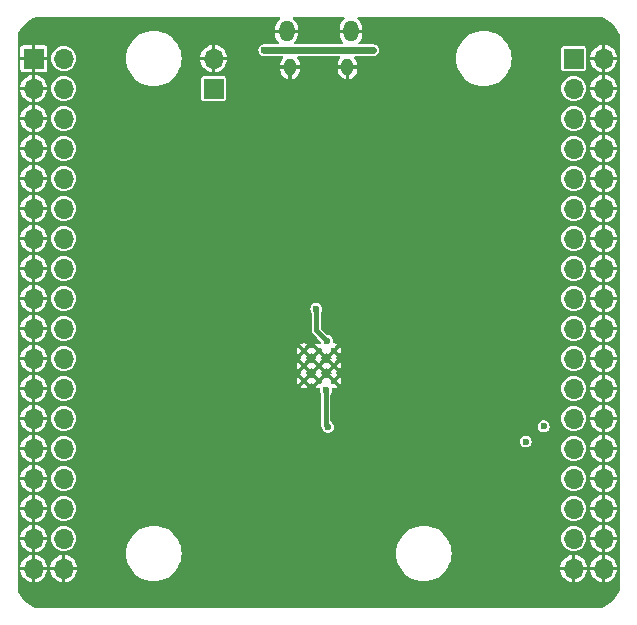
<source format=gbr>
G04 #@! TF.GenerationSoftware,KiCad,Pcbnew,7.0.7*
G04 #@! TF.CreationDate,2023-09-24T23:50:35-07:00*
G04 #@! TF.ProjectId,RP2040_minimal,52503230-3430-45f6-9d69-6e696d616c2e,REV1*
G04 #@! TF.SameCoordinates,Original*
G04 #@! TF.FileFunction,Copper,L2,Bot*
G04 #@! TF.FilePolarity,Positive*
%FSLAX46Y46*%
G04 Gerber Fmt 4.6, Leading zero omitted, Abs format (unit mm)*
G04 Created by KiCad (PCBNEW 7.0.7) date 2023-09-24 23:50:35*
%MOMM*%
%LPD*%
G01*
G04 APERTURE LIST*
G04 #@! TA.AperFunction,ComponentPad*
%ADD10O,1.300000X1.800000*%
G04 #@! TD*
G04 #@! TA.AperFunction,ComponentPad*
%ADD11O,1.050000X1.450000*%
G04 #@! TD*
G04 #@! TA.AperFunction,ComponentPad*
%ADD12R,1.700000X1.700000*%
G04 #@! TD*
G04 #@! TA.AperFunction,ComponentPad*
%ADD13O,1.700000X1.700000*%
G04 #@! TD*
G04 #@! TA.AperFunction,ComponentPad*
%ADD14C,0.600000*%
G04 #@! TD*
G04 #@! TA.AperFunction,ViaPad*
%ADD15C,0.600000*%
G04 #@! TD*
G04 #@! TA.AperFunction,Conductor*
%ADD16C,0.200000*%
G04 #@! TD*
G04 #@! TA.AperFunction,Conductor*
%ADD17C,0.600000*%
G04 #@! TD*
G04 #@! TA.AperFunction,Conductor*
%ADD18C,0.400000*%
G04 #@! TD*
G04 APERTURE END LIST*
D10*
X102725000Y-71700000D03*
D11*
X102425000Y-74730000D03*
X97575000Y-74730000D03*
D10*
X97275000Y-71700000D03*
D12*
X91110000Y-76540000D03*
D13*
X91110000Y-74000000D03*
D12*
X75870000Y-74000000D03*
D13*
X78410000Y-74000000D03*
X75870000Y-76540000D03*
X78410000Y-76540000D03*
X75870000Y-79080000D03*
X78410000Y-79080000D03*
X75870000Y-81620000D03*
X78410000Y-81620000D03*
X75870000Y-84160000D03*
X78410000Y-84160000D03*
X75870000Y-86700000D03*
X78410000Y-86700000D03*
X75870000Y-89240000D03*
X78410000Y-89240000D03*
X75870000Y-91780000D03*
X78410000Y-91780000D03*
X75870000Y-94320000D03*
X78410000Y-94320000D03*
X75870000Y-96860000D03*
X78410000Y-96860000D03*
X75870000Y-99400000D03*
X78410000Y-99400000D03*
X75870000Y-101940000D03*
X78410000Y-101940000D03*
X75870000Y-104480000D03*
X78410000Y-104480000D03*
X75870000Y-107020000D03*
X78410000Y-107020000D03*
X75870000Y-109560000D03*
X78410000Y-109560000D03*
X75870000Y-112100000D03*
X78410000Y-112100000D03*
X75870000Y-114640000D03*
X78410000Y-114640000D03*
X75870000Y-117180000D03*
X78410000Y-117180000D03*
D12*
X121590000Y-74000000D03*
D13*
X124130000Y-74000000D03*
X121590000Y-76540000D03*
X124130000Y-76540000D03*
X121590000Y-79080000D03*
X124130000Y-79080000D03*
X121590000Y-81620000D03*
X124130000Y-81620000D03*
X121590000Y-84160000D03*
X124130000Y-84160000D03*
X121590000Y-86700000D03*
X124130000Y-86700000D03*
X121590000Y-89240000D03*
X124130000Y-89240000D03*
X121590000Y-91780000D03*
X124130000Y-91780000D03*
X121590000Y-94320000D03*
X124130000Y-94320000D03*
X121590000Y-96860000D03*
X124130000Y-96860000D03*
X121590000Y-99400000D03*
X124130000Y-99400000D03*
X121590000Y-101940000D03*
X124130000Y-101940000D03*
X121590000Y-104480000D03*
X124130000Y-104480000D03*
X121590000Y-107020000D03*
X124130000Y-107020000D03*
X121590000Y-109560000D03*
X124130000Y-109560000D03*
X121590000Y-112100000D03*
X124130000Y-112100000D03*
X121590000Y-114640000D03*
X124130000Y-114640000D03*
X121590000Y-117180000D03*
X124130000Y-117180000D03*
D14*
X101275000Y-101275000D03*
X101275000Y-100000000D03*
X101275000Y-98725000D03*
X100000000Y-101275000D03*
X100000000Y-100000000D03*
X100000000Y-98725000D03*
X98725000Y-101275000D03*
X98725000Y-100000000D03*
X98725000Y-98725000D03*
D15*
X117678400Y-104429200D03*
X119050000Y-105140400D03*
X117526000Y-106430000D03*
X112700000Y-108747200D03*
X99555500Y-106956500D03*
X97890000Y-112900000D03*
X98790000Y-111400000D03*
X90090000Y-114700000D03*
X90090000Y-111400000D03*
X105490000Y-111400000D03*
X108000000Y-94600000D03*
X92000000Y-97000000D03*
X104000000Y-92200000D03*
X110000000Y-78000000D03*
X101500000Y-107782004D03*
X108000000Y-101305000D03*
X108000000Y-95600000D03*
X92000000Y-101200000D03*
X98700000Y-76000000D03*
X99000000Y-91200008D03*
X86190000Y-79400000D03*
X100380994Y-107781990D03*
X95174000Y-109000000D03*
X111500000Y-89000000D03*
X100762000Y-108988500D03*
X96800000Y-111400000D03*
X105490000Y-115100000D03*
X103000000Y-92200000D03*
X100000000Y-91200000D03*
X97079000Y-106829500D03*
X90800000Y-89200000D03*
X94700000Y-82800000D03*
X104600000Y-73300000D03*
X95400000Y-73300000D03*
X99800000Y-95199994D03*
X100700000Y-97900000D03*
X100599970Y-102100000D03*
X100800000Y-105200000D03*
D16*
X103299999Y-92499999D02*
X103000000Y-92200000D01*
X103800000Y-93000000D02*
X103299999Y-92499999D01*
X104000000Y-93000000D02*
X103800000Y-93000000D01*
D17*
X104600000Y-73300000D02*
X95400000Y-73300000D01*
D18*
X100590000Y-102109970D02*
X100599970Y-102100000D01*
X99800000Y-97010000D02*
X100690000Y-97900000D01*
X99800000Y-95199994D02*
X99800000Y-97010000D01*
X100690000Y-97900000D02*
X100700000Y-97900000D01*
X100590000Y-104990000D02*
X100590000Y-102109970D01*
X100800000Y-105200000D02*
X100590000Y-104990000D01*
G04 #@! TA.AperFunction,Conductor*
G36*
X99818517Y-100066092D02*
G01*
X99855046Y-100098062D01*
X99880480Y-100134908D01*
X99880481Y-100134909D01*
X99888112Y-100138914D01*
X99890373Y-100140101D01*
X99933111Y-100183885D01*
X99941951Y-100244429D01*
X99914368Y-100297764D01*
X99692104Y-100520027D01*
X99697412Y-100524099D01*
X99750372Y-100546036D01*
X99796898Y-100585772D01*
X99811182Y-100645267D01*
X99787768Y-100701795D01*
X99750373Y-100728964D01*
X99697412Y-100750901D01*
X99692105Y-100754972D01*
X99914146Y-100977013D01*
X99941923Y-101031530D01*
X99932352Y-101091962D01*
X99909792Y-101121118D01*
X99851667Y-101172613D01*
X99851277Y-101173179D01*
X99849477Y-101174553D01*
X99842671Y-101180584D01*
X99842232Y-101180088D01*
X99802656Y-101210323D01*
X99741489Y-101211795D01*
X99699803Y-101186936D01*
X99479972Y-100967105D01*
X99475901Y-100972412D01*
X99453964Y-101025373D01*
X99414227Y-101071898D01*
X99354732Y-101086182D01*
X99298205Y-101062767D01*
X99271036Y-101025372D01*
X99249101Y-100972416D01*
X99249099Y-100972413D01*
X99245026Y-100967105D01*
X99021431Y-101190701D01*
X98966914Y-101218478D01*
X98906482Y-101208907D01*
X98869952Y-101176937D01*
X98869951Y-101176935D01*
X98844519Y-101140091D01*
X98834623Y-101134897D01*
X98791887Y-101091112D01*
X98783049Y-101030568D01*
X98810631Y-100977235D01*
X99032894Y-100754971D01*
X99032895Y-100754971D01*
X99027587Y-100750900D01*
X98974627Y-100728963D01*
X98928102Y-100689226D01*
X98913818Y-100629731D01*
X98937233Y-100573204D01*
X98974629Y-100546034D01*
X99027592Y-100524096D01*
X99032894Y-100520027D01*
X98810853Y-100297986D01*
X98783076Y-100243469D01*
X98792647Y-100183037D01*
X98815206Y-100153880D01*
X98873332Y-100102386D01*
X98873334Y-100102380D01*
X98873716Y-100101829D01*
X98875492Y-100100471D01*
X98882330Y-100094414D01*
X98882769Y-100094910D01*
X98922332Y-100064679D01*
X98983500Y-100063200D01*
X99025196Y-100088063D01*
X99245027Y-100307894D01*
X99249096Y-100302592D01*
X99271034Y-100249629D01*
X99310770Y-100203103D01*
X99370265Y-100188818D01*
X99426793Y-100212232D01*
X99453963Y-100249627D01*
X99475900Y-100302587D01*
X99479971Y-100307894D01*
X99703568Y-100084298D01*
X99758085Y-100056521D01*
X99818517Y-100066092D01*
G37*
G04 #@! TD.AperFunction*
G04 #@! TA.AperFunction,Conductor*
G36*
X101093517Y-100066092D02*
G01*
X101130046Y-100098062D01*
X101155480Y-100134908D01*
X101155481Y-100134909D01*
X101163112Y-100138914D01*
X101165373Y-100140101D01*
X101208111Y-100183885D01*
X101216951Y-100244429D01*
X101189368Y-100297764D01*
X100967104Y-100520027D01*
X100972412Y-100524099D01*
X101025372Y-100546036D01*
X101071898Y-100585772D01*
X101086182Y-100645267D01*
X101062768Y-100701795D01*
X101025373Y-100728964D01*
X100972412Y-100750901D01*
X100967105Y-100754972D01*
X101189146Y-100977013D01*
X101216923Y-101031530D01*
X101207352Y-101091962D01*
X101184792Y-101121118D01*
X101126666Y-101172614D01*
X101126281Y-101173173D01*
X101124500Y-101174533D01*
X101117671Y-101180584D01*
X101117231Y-101180087D01*
X101077663Y-101210321D01*
X101016496Y-101211797D01*
X100974805Y-101186936D01*
X100754973Y-100967105D01*
X100750901Y-100972412D01*
X100728964Y-101025373D01*
X100689227Y-101071898D01*
X100629732Y-101086182D01*
X100573205Y-101062767D01*
X100546036Y-101025372D01*
X100524101Y-100972416D01*
X100524099Y-100972413D01*
X100520025Y-100967105D01*
X100296429Y-101190700D01*
X100241913Y-101218477D01*
X100181481Y-101208905D01*
X100144951Y-101176935D01*
X100134589Y-101161924D01*
X100119519Y-101140091D01*
X100109623Y-101134897D01*
X100066887Y-101091112D01*
X100058049Y-101030568D01*
X100085631Y-100977235D01*
X100307894Y-100754971D01*
X100307895Y-100754971D01*
X100302587Y-100750900D01*
X100249627Y-100728963D01*
X100203102Y-100689226D01*
X100188818Y-100629731D01*
X100212233Y-100573204D01*
X100249629Y-100546034D01*
X100302592Y-100524096D01*
X100307894Y-100520027D01*
X100085853Y-100297986D01*
X100058076Y-100243469D01*
X100067647Y-100183037D01*
X100090206Y-100153880D01*
X100148332Y-100102386D01*
X100148333Y-100102381D01*
X100148712Y-100101834D01*
X100150478Y-100100484D01*
X100157330Y-100094414D01*
X100157770Y-100094911D01*
X100197325Y-100064682D01*
X100258493Y-100063199D01*
X100300194Y-100088063D01*
X100520026Y-100307895D01*
X100520027Y-100307894D01*
X100524096Y-100302592D01*
X100546034Y-100249629D01*
X100585770Y-100203103D01*
X100645265Y-100188818D01*
X100701793Y-100212232D01*
X100728963Y-100249627D01*
X100750900Y-100302587D01*
X100754971Y-100307894D01*
X100978568Y-100084298D01*
X101033085Y-100056521D01*
X101093517Y-100066092D01*
G37*
G04 #@! TD.AperFunction*
G04 #@! TA.AperFunction,Conductor*
G36*
X99818517Y-98791091D02*
G01*
X99855047Y-98823062D01*
X99880481Y-98859909D01*
X99890373Y-98865101D01*
X99933111Y-98908885D01*
X99941951Y-98969429D01*
X99914368Y-99022764D01*
X99692104Y-99245027D01*
X99697412Y-99249099D01*
X99750372Y-99271036D01*
X99796898Y-99310772D01*
X99811182Y-99370267D01*
X99787768Y-99426795D01*
X99750373Y-99453964D01*
X99697412Y-99475901D01*
X99692105Y-99479972D01*
X99914146Y-99702013D01*
X99941923Y-99756530D01*
X99932352Y-99816962D01*
X99909792Y-99846118D01*
X99851667Y-99897613D01*
X99851277Y-99898179D01*
X99849477Y-99899553D01*
X99842671Y-99905584D01*
X99842232Y-99905088D01*
X99802656Y-99935323D01*
X99741489Y-99936795D01*
X99699803Y-99911936D01*
X99479972Y-99692105D01*
X99475901Y-99697412D01*
X99453964Y-99750373D01*
X99414227Y-99796898D01*
X99354732Y-99811182D01*
X99298205Y-99787767D01*
X99271036Y-99750372D01*
X99249101Y-99697416D01*
X99249099Y-99697413D01*
X99245026Y-99692105D01*
X99021431Y-99915701D01*
X98966914Y-99943478D01*
X98906482Y-99933907D01*
X98869952Y-99901937D01*
X98844519Y-99865091D01*
X98834623Y-99859897D01*
X98791887Y-99816114D01*
X98783047Y-99755570D01*
X98810631Y-99702235D01*
X99032895Y-99479971D01*
X99027587Y-99475900D01*
X98974627Y-99453963D01*
X98928102Y-99414226D01*
X98913818Y-99354731D01*
X98937233Y-99298204D01*
X98974629Y-99271034D01*
X99027592Y-99249096D01*
X99032894Y-99245027D01*
X98810853Y-99022986D01*
X98783076Y-98968469D01*
X98792647Y-98908037D01*
X98815206Y-98878880D01*
X98873332Y-98827386D01*
X98873334Y-98827380D01*
X98873716Y-98826829D01*
X98875492Y-98825471D01*
X98882330Y-98819414D01*
X98882769Y-98819910D01*
X98922332Y-98789679D01*
X98983500Y-98788200D01*
X99025196Y-98813063D01*
X99245027Y-99032894D01*
X99249096Y-99027592D01*
X99271034Y-98974629D01*
X99310770Y-98928103D01*
X99370265Y-98913818D01*
X99426793Y-98937232D01*
X99453963Y-98974627D01*
X99475900Y-99027587D01*
X99479971Y-99032894D01*
X99703568Y-98809298D01*
X99758085Y-98781520D01*
X99818517Y-98791091D01*
G37*
G04 #@! TD.AperFunction*
G04 #@! TA.AperFunction,Conductor*
G36*
X101093517Y-98791092D02*
G01*
X101130046Y-98823062D01*
X101145775Y-98845848D01*
X101155481Y-98859909D01*
X101163112Y-98863914D01*
X101165373Y-98865101D01*
X101208111Y-98908885D01*
X101216951Y-98969429D01*
X101189368Y-99022764D01*
X100967104Y-99245027D01*
X100972412Y-99249099D01*
X101025372Y-99271036D01*
X101071898Y-99310772D01*
X101086182Y-99370267D01*
X101062768Y-99426795D01*
X101025373Y-99453964D01*
X100972412Y-99475901D01*
X100967105Y-99479972D01*
X101189146Y-99702013D01*
X101216923Y-99756530D01*
X101207352Y-99816962D01*
X101184792Y-99846118D01*
X101126667Y-99897613D01*
X101126277Y-99898179D01*
X101124477Y-99899553D01*
X101117671Y-99905584D01*
X101117232Y-99905088D01*
X101077656Y-99935323D01*
X101016489Y-99936795D01*
X100974803Y-99911936D01*
X100754972Y-99692105D01*
X100750901Y-99697412D01*
X100728964Y-99750373D01*
X100689227Y-99796898D01*
X100629732Y-99811182D01*
X100573205Y-99787767D01*
X100546036Y-99750372D01*
X100524101Y-99697416D01*
X100524099Y-99697413D01*
X100520025Y-99692105D01*
X100296429Y-99915701D01*
X100241913Y-99943478D01*
X100181481Y-99933907D01*
X100144952Y-99901937D01*
X100119519Y-99865091D01*
X100109623Y-99859897D01*
X100066887Y-99816112D01*
X100058049Y-99755568D01*
X100085631Y-99702235D01*
X100307894Y-99479971D01*
X100307895Y-99479971D01*
X100302587Y-99475900D01*
X100249627Y-99453963D01*
X100203102Y-99414226D01*
X100188818Y-99354731D01*
X100212233Y-99298204D01*
X100249629Y-99271034D01*
X100302592Y-99249096D01*
X100307894Y-99245027D01*
X100085853Y-99022986D01*
X100058076Y-98968469D01*
X100067647Y-98908037D01*
X100090206Y-98878880D01*
X100148332Y-98827386D01*
X100148333Y-98827381D01*
X100148712Y-98826834D01*
X100150478Y-98825484D01*
X100157330Y-98819414D01*
X100157770Y-98819911D01*
X100197325Y-98789682D01*
X100258493Y-98788199D01*
X100300194Y-98813063D01*
X100520026Y-99032895D01*
X100520027Y-99032894D01*
X100524096Y-99027592D01*
X100546034Y-98974629D01*
X100585770Y-98928103D01*
X100645265Y-98913818D01*
X100701793Y-98937232D01*
X100728963Y-98974627D01*
X100750900Y-99027587D01*
X100754971Y-99032894D01*
X100978568Y-98809298D01*
X101033085Y-98781521D01*
X101093517Y-98791092D01*
G37*
G04 #@! TD.AperFunction*
G04 #@! TA.AperFunction,Conductor*
G36*
X96715374Y-70518907D02*
G01*
X96751338Y-70568407D01*
X96751338Y-70629593D01*
X96715374Y-70679093D01*
X96709550Y-70683016D01*
X96690503Y-70694887D01*
X96690493Y-70694895D01*
X96550464Y-70828003D01*
X96440091Y-70986578D01*
X96440087Y-70986586D01*
X96363893Y-71164137D01*
X96325000Y-71353396D01*
X96325000Y-71549999D01*
X96325001Y-71550000D01*
X96826000Y-71550000D01*
X96884191Y-71568907D01*
X96920155Y-71618407D01*
X96925000Y-71649000D01*
X96925000Y-71751000D01*
X96906093Y-71809191D01*
X96856593Y-71845155D01*
X96826000Y-71850000D01*
X96325000Y-71850000D01*
X96325000Y-71998176D01*
X96339647Y-72142218D01*
X96339648Y-72142220D01*
X96397488Y-72326571D01*
X96397489Y-72326572D01*
X96491252Y-72495501D01*
X96611878Y-72636014D01*
X96635436Y-72692483D01*
X96621303Y-72752014D01*
X96574878Y-72791868D01*
X96536761Y-72799500D01*
X95328038Y-72799500D01*
X95300129Y-72807693D01*
X95286337Y-72810694D01*
X95257541Y-72814835D01*
X95231082Y-72826918D01*
X95217853Y-72831852D01*
X95189951Y-72840045D01*
X95189944Y-72840048D01*
X95165469Y-72855776D01*
X95153080Y-72862541D01*
X95126628Y-72874622D01*
X95104650Y-72893666D01*
X95093346Y-72902128D01*
X95068870Y-72917858D01*
X95049821Y-72939840D01*
X95039840Y-72949821D01*
X95017858Y-72968870D01*
X95002128Y-72993346D01*
X94993668Y-73004646D01*
X94992972Y-73005451D01*
X94974622Y-73026628D01*
X94962541Y-73053080D01*
X94955776Y-73065469D01*
X94940048Y-73089944D01*
X94940045Y-73089951D01*
X94931852Y-73117853D01*
X94926919Y-73131081D01*
X94914834Y-73157545D01*
X94914833Y-73157548D01*
X94910695Y-73186331D01*
X94907694Y-73200130D01*
X94899500Y-73228037D01*
X94899500Y-73257122D01*
X94898492Y-73271211D01*
X94894353Y-73299998D01*
X94894353Y-73300001D01*
X94898492Y-73328786D01*
X94899500Y-73342876D01*
X94899500Y-73371962D01*
X94907694Y-73399867D01*
X94910694Y-73413661D01*
X94914835Y-73442457D01*
X94916384Y-73445848D01*
X94926917Y-73468914D01*
X94931851Y-73482144D01*
X94940046Y-73510052D01*
X94940047Y-73510054D01*
X94955772Y-73534523D01*
X94962539Y-73546915D01*
X94967527Y-73557836D01*
X94974623Y-73573373D01*
X94993669Y-73595353D01*
X95002126Y-73606651D01*
X95017857Y-73631128D01*
X95039846Y-73650182D01*
X95049823Y-73660160D01*
X95068872Y-73682143D01*
X95068874Y-73682144D01*
X95068877Y-73682147D01*
X95093336Y-73697865D01*
X95104647Y-73706332D01*
X95126624Y-73725375D01*
X95126625Y-73725375D01*
X95126627Y-73725377D01*
X95149381Y-73735768D01*
X95153080Y-73737458D01*
X95165474Y-73744225D01*
X95189947Y-73759953D01*
X95217853Y-73768146D01*
X95231079Y-73773079D01*
X95257543Y-73785165D01*
X95286337Y-73789304D01*
X95300132Y-73792306D01*
X95328039Y-73800500D01*
X95328041Y-73800500D01*
X96893625Y-73800500D01*
X96951816Y-73819407D01*
X96987780Y-73868907D01*
X96987780Y-73930093D01*
X96972438Y-73959412D01*
X96863926Y-74102156D01*
X96788576Y-74265022D01*
X96750000Y-74440279D01*
X96750000Y-74579998D01*
X96750001Y-74580000D01*
X97151000Y-74580000D01*
X97209191Y-74598907D01*
X97245155Y-74648407D01*
X97250000Y-74679000D01*
X97250000Y-74781000D01*
X97231093Y-74839191D01*
X97181593Y-74875155D01*
X97151000Y-74880000D01*
X96750001Y-74880000D01*
X96750000Y-74880001D01*
X96750000Y-74974732D01*
X96764537Y-75108398D01*
X96821834Y-75278448D01*
X96821837Y-75278454D01*
X96914347Y-75432210D01*
X96914351Y-75432214D01*
X97037755Y-75562490D01*
X97037754Y-75562490D01*
X97186285Y-75663196D01*
X97352988Y-75729616D01*
X97352987Y-75729616D01*
X97425000Y-75741420D01*
X97425000Y-75354000D01*
X97443907Y-75295809D01*
X97493407Y-75259845D01*
X97524000Y-75255000D01*
X97626000Y-75255000D01*
X97684191Y-75273907D01*
X97720155Y-75323407D01*
X97725000Y-75354000D01*
X97725000Y-75744560D01*
X97882164Y-75700924D01*
X98040711Y-75616868D01*
X98177476Y-75500699D01*
X98177481Y-75500694D01*
X98286073Y-75357843D01*
X98361423Y-75194977D01*
X98400000Y-75019720D01*
X98400000Y-74880001D01*
X98399999Y-74880000D01*
X97999000Y-74880000D01*
X97940809Y-74861093D01*
X97904845Y-74811593D01*
X97900000Y-74781000D01*
X97900000Y-74679000D01*
X97918907Y-74620809D01*
X97968407Y-74584845D01*
X97999000Y-74580000D01*
X98399999Y-74580000D01*
X98400000Y-74579999D01*
X98400000Y-74485267D01*
X98385462Y-74351601D01*
X98328165Y-74181551D01*
X98328162Y-74181545D01*
X98235652Y-74027789D01*
X98235648Y-74027785D01*
X98178621Y-73967582D01*
X98152329Y-73912334D01*
X98163534Y-73852183D01*
X98207954Y-73810106D01*
X98250494Y-73800500D01*
X101743625Y-73800500D01*
X101801816Y-73819407D01*
X101837780Y-73868907D01*
X101837780Y-73930093D01*
X101822438Y-73959412D01*
X101713926Y-74102156D01*
X101638576Y-74265022D01*
X101600000Y-74440279D01*
X101600000Y-74579998D01*
X101600001Y-74580000D01*
X102001000Y-74580000D01*
X102059191Y-74598907D01*
X102095155Y-74648407D01*
X102100000Y-74679000D01*
X102100000Y-74781000D01*
X102081093Y-74839191D01*
X102031593Y-74875155D01*
X102001000Y-74880000D01*
X101600001Y-74880000D01*
X101600000Y-74880001D01*
X101600000Y-74974732D01*
X101614537Y-75108398D01*
X101671834Y-75278448D01*
X101671837Y-75278454D01*
X101764347Y-75432210D01*
X101764351Y-75432214D01*
X101887755Y-75562490D01*
X101887754Y-75562490D01*
X102036285Y-75663196D01*
X102202988Y-75729616D01*
X102202987Y-75729616D01*
X102275000Y-75741420D01*
X102275000Y-75354000D01*
X102293907Y-75295809D01*
X102343407Y-75259845D01*
X102374000Y-75255000D01*
X102476000Y-75255000D01*
X102534191Y-75273907D01*
X102570155Y-75323407D01*
X102575000Y-75354000D01*
X102575000Y-75744560D01*
X102732164Y-75700924D01*
X102890711Y-75616868D01*
X103027476Y-75500699D01*
X103027481Y-75500694D01*
X103136073Y-75357843D01*
X103211423Y-75194977D01*
X103250000Y-75019720D01*
X103250000Y-74880001D01*
X103249999Y-74880000D01*
X102849000Y-74880000D01*
X102790809Y-74861093D01*
X102754845Y-74811593D01*
X102750000Y-74781000D01*
X102750000Y-74679000D01*
X102768907Y-74620809D01*
X102818407Y-74584845D01*
X102849000Y-74580000D01*
X103249999Y-74580000D01*
X103250000Y-74579999D01*
X103250000Y-74485267D01*
X103235462Y-74351601D01*
X103178165Y-74181551D01*
X103178162Y-74181545D01*
X103085652Y-74027789D01*
X103085648Y-74027785D01*
X103059329Y-74000000D01*
X111614457Y-74000000D01*
X111634608Y-74307457D01*
X111694721Y-74609665D01*
X111793764Y-74901433D01*
X111930039Y-75177770D01*
X112101215Y-75433953D01*
X112101222Y-75433964D01*
X112304380Y-75665620D01*
X112536036Y-75868778D01*
X112792229Y-76039960D01*
X113068566Y-76176235D01*
X113068568Y-76176235D01*
X113068573Y-76176238D01*
X113250575Y-76238019D01*
X113360334Y-76275278D01*
X113360336Y-76275278D01*
X113360341Y-76275280D01*
X113662540Y-76335391D01*
X113893059Y-76350500D01*
X114046941Y-76350500D01*
X114277460Y-76335391D01*
X114579659Y-76275280D01*
X114871427Y-76176238D01*
X115147771Y-76039960D01*
X115403964Y-75868778D01*
X115635620Y-75665620D01*
X115838778Y-75433964D01*
X116009960Y-75177772D01*
X116146238Y-74901427D01*
X116156992Y-74869746D01*
X120539500Y-74869746D01*
X120539501Y-74869758D01*
X120551132Y-74928227D01*
X120551134Y-74928233D01*
X120595445Y-74994548D01*
X120595448Y-74994552D01*
X120661769Y-75038867D01*
X120706231Y-75047711D01*
X120720241Y-75050498D01*
X120720246Y-75050498D01*
X120720252Y-75050500D01*
X120720253Y-75050500D01*
X122459747Y-75050500D01*
X122459748Y-75050500D01*
X122518231Y-75038867D01*
X122584552Y-74994552D01*
X122628867Y-74928231D01*
X122640500Y-74869748D01*
X122640500Y-74150000D01*
X122988973Y-74150000D01*
X122994738Y-74212216D01*
X123053064Y-74417210D01*
X123148057Y-74607983D01*
X123148062Y-74607992D01*
X123276496Y-74778064D01*
X123276506Y-74778075D01*
X123433995Y-74921647D01*
X123433994Y-74921647D01*
X123615206Y-75033847D01*
X123813941Y-75110838D01*
X123979999Y-75141880D01*
X123980000Y-75141880D01*
X123980000Y-74597827D01*
X123998907Y-74539636D01*
X124048407Y-74503672D01*
X124090682Y-74500044D01*
X124090704Y-74499748D01*
X124092579Y-74499882D01*
X124093103Y-74499837D01*
X124093507Y-74499895D01*
X124094236Y-74500000D01*
X124094237Y-74500000D01*
X124165760Y-74500000D01*
X124165763Y-74500000D01*
X124166894Y-74499837D01*
X124167230Y-74499895D01*
X124169296Y-74499748D01*
X124169332Y-74500258D01*
X124227183Y-74510260D01*
X124269834Y-74554130D01*
X124279999Y-74597827D01*
X124279999Y-75141879D01*
X124280000Y-75141880D01*
X124446058Y-75110838D01*
X124644793Y-75033847D01*
X124826004Y-74921647D01*
X124983493Y-74778075D01*
X124983503Y-74778064D01*
X125111937Y-74607992D01*
X125111942Y-74607983D01*
X125206935Y-74417210D01*
X125265261Y-74212216D01*
X125271027Y-74150000D01*
X124729000Y-74150000D01*
X124670809Y-74131093D01*
X124634845Y-74081593D01*
X124630000Y-74051000D01*
X124630000Y-73949000D01*
X124648907Y-73890809D01*
X124698407Y-73854845D01*
X124729000Y-73850000D01*
X125271026Y-73850000D01*
X125265261Y-73787783D01*
X125206935Y-73582789D01*
X125111942Y-73392016D01*
X125111937Y-73392007D01*
X124983503Y-73221935D01*
X124983493Y-73221924D01*
X124826004Y-73078352D01*
X124826005Y-73078352D01*
X124644793Y-72966152D01*
X124446061Y-72889162D01*
X124446055Y-72889160D01*
X124280000Y-72858118D01*
X124279999Y-72858119D01*
X124279999Y-73402172D01*
X124261092Y-73460363D01*
X124211592Y-73496327D01*
X124169316Y-73499958D01*
X124169296Y-73500252D01*
X124167442Y-73500119D01*
X124166913Y-73500165D01*
X124165765Y-73500000D01*
X124165763Y-73500000D01*
X124094237Y-73500000D01*
X124094231Y-73500000D01*
X124093083Y-73500165D01*
X124092743Y-73500106D01*
X124090704Y-73500252D01*
X124090667Y-73499746D01*
X124032795Y-73489728D01*
X123990155Y-73445848D01*
X123980000Y-73402172D01*
X123979999Y-72858119D01*
X123979999Y-72858118D01*
X123813944Y-72889160D01*
X123813938Y-72889162D01*
X123615206Y-72966152D01*
X123433995Y-73078352D01*
X123276506Y-73221924D01*
X123276496Y-73221935D01*
X123148062Y-73392007D01*
X123148057Y-73392016D01*
X123053064Y-73582789D01*
X122994738Y-73787783D01*
X122988973Y-73850000D01*
X123531000Y-73850000D01*
X123589191Y-73868907D01*
X123625155Y-73918407D01*
X123630000Y-73949000D01*
X123630000Y-74051000D01*
X123611093Y-74109191D01*
X123561593Y-74145155D01*
X123531000Y-74150000D01*
X122988973Y-74150000D01*
X122640500Y-74150000D01*
X122640500Y-73130252D01*
X122638921Y-73122316D01*
X122637711Y-73116231D01*
X122628867Y-73071769D01*
X122584552Y-73005448D01*
X122583358Y-73004650D01*
X122518233Y-72961134D01*
X122518231Y-72961133D01*
X122518228Y-72961132D01*
X122518227Y-72961132D01*
X122459758Y-72949501D01*
X122459748Y-72949500D01*
X120720252Y-72949500D01*
X120720251Y-72949500D01*
X120720241Y-72949501D01*
X120661772Y-72961132D01*
X120661766Y-72961134D01*
X120595451Y-73005445D01*
X120595445Y-73005451D01*
X120551134Y-73071766D01*
X120551132Y-73071772D01*
X120539501Y-73130241D01*
X120539500Y-73130253D01*
X120539500Y-74869746D01*
X116156992Y-74869746D01*
X116245280Y-74609659D01*
X116305391Y-74307460D01*
X116325543Y-74000000D01*
X116305391Y-73692540D01*
X116245280Y-73390341D01*
X116146238Y-73098573D01*
X116141986Y-73089951D01*
X116009960Y-72822229D01*
X115838778Y-72566036D01*
X115635620Y-72334380D01*
X115403964Y-72131222D01*
X115385501Y-72118885D01*
X115147770Y-71960039D01*
X114871433Y-71823764D01*
X114579665Y-71724721D01*
X114277457Y-71664608D01*
X114046941Y-71649500D01*
X113893059Y-71649500D01*
X113662542Y-71664608D01*
X113360334Y-71724721D01*
X113068566Y-71823764D01*
X112792229Y-71960039D01*
X112536036Y-72131221D01*
X112536035Y-72131223D01*
X112304382Y-72334378D01*
X112304378Y-72334382D01*
X112101223Y-72566035D01*
X112101214Y-72566046D01*
X111930044Y-72822220D01*
X111930040Y-72822226D01*
X111793764Y-73098566D01*
X111694721Y-73390334D01*
X111634608Y-73692542D01*
X111614457Y-73999999D01*
X111614457Y-74000000D01*
X103059329Y-74000000D01*
X103028621Y-73967582D01*
X103002329Y-73912334D01*
X103013534Y-73852183D01*
X103057954Y-73810106D01*
X103100494Y-73800500D01*
X104671960Y-73800500D01*
X104671961Y-73800500D01*
X104699873Y-73792304D01*
X104713656Y-73789305D01*
X104742457Y-73785165D01*
X104768920Y-73773078D01*
X104782135Y-73768149D01*
X104810053Y-73759953D01*
X104834527Y-73744224D01*
X104846914Y-73737460D01*
X104873373Y-73725377D01*
X104895353Y-73706330D01*
X104906659Y-73697867D01*
X104931128Y-73682143D01*
X104950176Y-73660159D01*
X104960159Y-73650176D01*
X104982143Y-73631128D01*
X104997868Y-73606656D01*
X105006330Y-73595353D01*
X105025377Y-73573373D01*
X105037460Y-73546914D01*
X105044224Y-73534527D01*
X105059953Y-73510053D01*
X105068149Y-73482135D01*
X105073078Y-73468920D01*
X105085165Y-73442457D01*
X105089304Y-73413660D01*
X105092305Y-73399867D01*
X105100500Y-73371961D01*
X105100500Y-73342876D01*
X105101508Y-73328786D01*
X105105647Y-73300001D01*
X105105647Y-73299998D01*
X105101508Y-73271211D01*
X105100500Y-73257122D01*
X105100500Y-73228042D01*
X105100500Y-73228039D01*
X105092303Y-73200124D01*
X105089304Y-73186341D01*
X105085165Y-73157543D01*
X105073079Y-73131079D01*
X105068146Y-73117853D01*
X105059953Y-73089947D01*
X105044225Y-73065474D01*
X105037458Y-73053080D01*
X105025377Y-73026628D01*
X105025377Y-73026627D01*
X105025375Y-73026625D01*
X105025375Y-73026624D01*
X105006332Y-73004647D01*
X104997865Y-72993336D01*
X104982147Y-72968877D01*
X104982144Y-72968874D01*
X104982143Y-72968872D01*
X104960158Y-72949821D01*
X104950182Y-72939846D01*
X104931128Y-72917857D01*
X104906651Y-72902126D01*
X104895353Y-72893669D01*
X104873373Y-72874623D01*
X104846919Y-72862541D01*
X104846915Y-72862539D01*
X104834523Y-72855772D01*
X104810054Y-72840047D01*
X104810051Y-72840046D01*
X104782146Y-72831852D01*
X104768913Y-72826917D01*
X104758645Y-72822228D01*
X104742457Y-72814835D01*
X104742459Y-72814835D01*
X104713663Y-72810694D01*
X104699872Y-72807693D01*
X104671968Y-72799501D01*
X104671962Y-72799500D01*
X104671961Y-72799500D01*
X104635799Y-72799500D01*
X103458043Y-72799500D01*
X103399852Y-72780593D01*
X103363888Y-72731093D01*
X103363888Y-72669907D01*
X103389835Y-72628745D01*
X103449537Y-72571993D01*
X103559908Y-72413421D01*
X103559912Y-72413413D01*
X103636106Y-72235862D01*
X103675000Y-72046603D01*
X103675000Y-71850001D01*
X103674999Y-71850000D01*
X103174000Y-71850000D01*
X103115809Y-71831093D01*
X103079845Y-71781593D01*
X103075000Y-71751000D01*
X103075000Y-71649000D01*
X103093907Y-71590809D01*
X103143407Y-71554845D01*
X103174000Y-71550000D01*
X103674999Y-71550000D01*
X103675000Y-71549998D01*
X103675000Y-71401823D01*
X103660352Y-71257781D01*
X103660351Y-71257779D01*
X103602511Y-71073428D01*
X103602510Y-71073427D01*
X103508747Y-70904498D01*
X103382894Y-70757897D01*
X103382887Y-70757890D01*
X103278756Y-70677287D01*
X103244313Y-70626717D01*
X103246173Y-70565560D01*
X103283625Y-70517176D01*
X103339354Y-70500000D01*
X123987808Y-70500000D01*
X124025694Y-70507536D01*
X124168700Y-70566771D01*
X124173700Y-70569178D01*
X124433793Y-70712926D01*
X124438486Y-70715875D01*
X124497710Y-70757897D01*
X124680840Y-70887835D01*
X124685183Y-70891298D01*
X124906766Y-71089316D01*
X124910683Y-71093233D01*
X125006053Y-71199952D01*
X125108701Y-71314816D01*
X125112164Y-71319159D01*
X125284122Y-71561510D01*
X125287076Y-71566210D01*
X125374680Y-71724720D01*
X125430818Y-71826294D01*
X125433228Y-71831299D01*
X125440975Y-71850001D01*
X125492464Y-71974306D01*
X125500000Y-72012190D01*
X125500000Y-118987808D01*
X125492464Y-119025694D01*
X125433228Y-119168700D01*
X125430818Y-119173705D01*
X125287078Y-119433785D01*
X125284122Y-119438489D01*
X125112164Y-119680840D01*
X125108701Y-119685183D01*
X124910689Y-119906760D01*
X124906760Y-119910689D01*
X124685183Y-120108701D01*
X124680840Y-120112164D01*
X124438489Y-120284122D01*
X124433785Y-120287078D01*
X124173705Y-120430818D01*
X124168700Y-120433228D01*
X124025694Y-120492464D01*
X123987808Y-120500000D01*
X76012192Y-120500000D01*
X75974306Y-120492464D01*
X75831299Y-120433228D01*
X75826294Y-120430818D01*
X75566214Y-120287078D01*
X75561510Y-120284122D01*
X75319159Y-120112164D01*
X75314816Y-120108701D01*
X75215581Y-120020020D01*
X75093233Y-119910683D01*
X75089316Y-119906766D01*
X74891298Y-119685183D01*
X74887835Y-119680840D01*
X74715877Y-119438489D01*
X74712926Y-119433793D01*
X74569178Y-119173700D01*
X74566771Y-119168700D01*
X74507536Y-119025694D01*
X74500000Y-118987808D01*
X74500000Y-117330000D01*
X74728973Y-117330000D01*
X74734738Y-117392216D01*
X74793064Y-117597210D01*
X74888057Y-117787983D01*
X74888062Y-117787992D01*
X75016496Y-117958064D01*
X75016506Y-117958075D01*
X75173995Y-118101647D01*
X75173994Y-118101647D01*
X75355206Y-118213847D01*
X75553941Y-118290838D01*
X75719999Y-118321880D01*
X75720000Y-118321880D01*
X75720000Y-117777827D01*
X75738907Y-117719636D01*
X75788407Y-117683672D01*
X75830682Y-117680044D01*
X75830704Y-117679748D01*
X75832579Y-117679882D01*
X75833103Y-117679837D01*
X75833507Y-117679895D01*
X75834236Y-117680000D01*
X75834237Y-117680000D01*
X75905764Y-117680000D01*
X75906493Y-117679895D01*
X75906896Y-117679837D01*
X75907233Y-117679895D01*
X75909296Y-117679748D01*
X75909332Y-117680258D01*
X75967187Y-117690261D01*
X76009836Y-117734133D01*
X76020000Y-117777827D01*
X76020000Y-118321880D01*
X76186058Y-118290838D01*
X76384793Y-118213847D01*
X76566004Y-118101647D01*
X76723493Y-117958075D01*
X76723503Y-117958064D01*
X76851937Y-117787992D01*
X76851942Y-117787983D01*
X76946935Y-117597210D01*
X77005261Y-117392216D01*
X77011027Y-117330000D01*
X77268973Y-117330000D01*
X77274738Y-117392216D01*
X77333064Y-117597210D01*
X77428057Y-117787983D01*
X77428062Y-117787992D01*
X77556496Y-117958064D01*
X77556506Y-117958075D01*
X77713995Y-118101647D01*
X77713994Y-118101647D01*
X77895206Y-118213847D01*
X78093941Y-118290838D01*
X78259999Y-118321880D01*
X78260000Y-118321880D01*
X78260000Y-117777827D01*
X78278907Y-117719636D01*
X78328407Y-117683672D01*
X78370682Y-117680044D01*
X78370704Y-117679748D01*
X78372579Y-117679882D01*
X78373103Y-117679837D01*
X78373507Y-117679895D01*
X78374236Y-117680000D01*
X78374237Y-117680000D01*
X78445764Y-117680000D01*
X78446493Y-117679895D01*
X78446896Y-117679837D01*
X78447233Y-117679895D01*
X78449296Y-117679748D01*
X78449332Y-117680258D01*
X78507187Y-117690261D01*
X78549836Y-117734133D01*
X78560000Y-117777827D01*
X78560000Y-118321880D01*
X78726058Y-118290838D01*
X78924793Y-118213847D01*
X79106004Y-118101647D01*
X79263493Y-117958075D01*
X79263503Y-117958064D01*
X79391937Y-117787992D01*
X79391942Y-117787983D01*
X79486935Y-117597210D01*
X79545261Y-117392216D01*
X79551027Y-117330000D01*
X79009000Y-117330000D01*
X78950809Y-117311093D01*
X78914845Y-117261593D01*
X78910000Y-117231000D01*
X78910000Y-117129000D01*
X78928907Y-117070809D01*
X78978407Y-117034845D01*
X79009000Y-117030000D01*
X79551026Y-117030000D01*
X79545261Y-116967783D01*
X79486935Y-116762789D01*
X79391942Y-116572016D01*
X79391937Y-116572007D01*
X79263503Y-116401935D01*
X79263493Y-116401924D01*
X79106004Y-116258352D01*
X79106005Y-116258352D01*
X78924793Y-116146152D01*
X78726061Y-116069162D01*
X78726055Y-116069160D01*
X78560000Y-116038118D01*
X78560000Y-116582172D01*
X78541093Y-116640363D01*
X78491593Y-116676327D01*
X78449316Y-116679958D01*
X78449296Y-116680252D01*
X78447444Y-116680119D01*
X78446917Y-116680165D01*
X78445769Y-116680000D01*
X78445763Y-116680000D01*
X78374237Y-116680000D01*
X78374231Y-116680000D01*
X78373083Y-116680165D01*
X78372743Y-116680106D01*
X78370704Y-116680252D01*
X78370667Y-116679746D01*
X78312795Y-116669728D01*
X78270155Y-116625848D01*
X78260000Y-116582172D01*
X78260000Y-116038119D01*
X78259999Y-116038118D01*
X78093944Y-116069160D01*
X78093938Y-116069162D01*
X77895206Y-116146152D01*
X77713995Y-116258352D01*
X77556506Y-116401924D01*
X77556496Y-116401935D01*
X77428062Y-116572007D01*
X77428057Y-116572016D01*
X77333064Y-116762789D01*
X77274738Y-116967783D01*
X77268973Y-117030000D01*
X77811000Y-117030000D01*
X77869191Y-117048907D01*
X77905155Y-117098407D01*
X77910000Y-117129000D01*
X77910000Y-117231000D01*
X77891093Y-117289191D01*
X77841593Y-117325155D01*
X77811000Y-117330000D01*
X77268973Y-117330000D01*
X77011027Y-117330000D01*
X76469000Y-117330000D01*
X76410809Y-117311093D01*
X76374845Y-117261593D01*
X76370000Y-117231000D01*
X76370000Y-117129000D01*
X76388907Y-117070809D01*
X76438407Y-117034845D01*
X76469000Y-117030000D01*
X77011026Y-117030000D01*
X77005261Y-116967783D01*
X76946935Y-116762789D01*
X76851942Y-116572016D01*
X76851937Y-116572007D01*
X76723503Y-116401935D01*
X76723493Y-116401924D01*
X76566004Y-116258352D01*
X76566005Y-116258352D01*
X76384793Y-116146152D01*
X76186061Y-116069162D01*
X76186055Y-116069160D01*
X76020000Y-116038118D01*
X76020000Y-116582172D01*
X76001093Y-116640363D01*
X75951593Y-116676327D01*
X75909316Y-116679958D01*
X75909296Y-116680252D01*
X75907444Y-116680119D01*
X75906917Y-116680165D01*
X75905769Y-116680000D01*
X75905763Y-116680000D01*
X75834237Y-116680000D01*
X75834231Y-116680000D01*
X75833083Y-116680165D01*
X75832743Y-116680106D01*
X75830704Y-116680252D01*
X75830667Y-116679746D01*
X75772795Y-116669728D01*
X75730155Y-116625848D01*
X75720000Y-116582172D01*
X75720000Y-116038119D01*
X75719999Y-116038118D01*
X75553944Y-116069160D01*
X75553938Y-116069162D01*
X75355206Y-116146152D01*
X75173995Y-116258352D01*
X75016506Y-116401924D01*
X75016496Y-116401935D01*
X74888062Y-116572007D01*
X74888057Y-116572016D01*
X74793064Y-116762789D01*
X74734738Y-116967783D01*
X74728973Y-117030000D01*
X75271000Y-117030000D01*
X75329191Y-117048907D01*
X75365155Y-117098407D01*
X75370000Y-117129000D01*
X75370000Y-117231000D01*
X75351093Y-117289191D01*
X75301593Y-117325155D01*
X75271000Y-117330000D01*
X74728973Y-117330000D01*
X74500000Y-117330000D01*
X74500000Y-115910000D01*
X83674457Y-115910000D01*
X83694608Y-116217457D01*
X83754721Y-116519665D01*
X83853764Y-116811433D01*
X83990039Y-117087770D01*
X84161215Y-117343953D01*
X84161222Y-117343964D01*
X84364380Y-117575620D01*
X84596036Y-117778778D01*
X84852229Y-117949960D01*
X85128566Y-118086235D01*
X85128568Y-118086235D01*
X85128573Y-118086238D01*
X85310575Y-118148019D01*
X85420334Y-118185278D01*
X85420336Y-118185278D01*
X85420341Y-118185280D01*
X85722540Y-118245391D01*
X85953059Y-118260500D01*
X86106941Y-118260500D01*
X86337460Y-118245391D01*
X86639659Y-118185280D01*
X86931427Y-118086238D01*
X87207771Y-117949960D01*
X87463964Y-117778778D01*
X87695620Y-117575620D01*
X87898778Y-117343964D01*
X88069960Y-117087772D01*
X88206238Y-116811427D01*
X88305280Y-116519659D01*
X88365391Y-116217460D01*
X88385543Y-115910000D01*
X106534457Y-115910000D01*
X106554608Y-116217457D01*
X106614721Y-116519665D01*
X106713764Y-116811433D01*
X106850039Y-117087770D01*
X107021215Y-117343953D01*
X107021222Y-117343964D01*
X107224380Y-117575620D01*
X107456036Y-117778778D01*
X107712229Y-117949960D01*
X107988566Y-118086235D01*
X107988568Y-118086235D01*
X107988573Y-118086238D01*
X108170576Y-118148019D01*
X108280334Y-118185278D01*
X108280336Y-118185278D01*
X108280341Y-118185280D01*
X108582540Y-118245391D01*
X108813059Y-118260500D01*
X108966941Y-118260500D01*
X109197460Y-118245391D01*
X109499659Y-118185280D01*
X109791427Y-118086238D01*
X110067771Y-117949960D01*
X110323964Y-117778778D01*
X110555620Y-117575620D01*
X110758778Y-117343964D01*
X110768108Y-117330000D01*
X120448973Y-117330000D01*
X120454738Y-117392216D01*
X120513064Y-117597210D01*
X120608057Y-117787983D01*
X120608062Y-117787992D01*
X120736496Y-117958064D01*
X120736506Y-117958075D01*
X120893995Y-118101647D01*
X120893994Y-118101647D01*
X121075206Y-118213847D01*
X121273941Y-118290838D01*
X121439999Y-118321880D01*
X121439999Y-117777827D01*
X121458906Y-117719636D01*
X121508406Y-117683672D01*
X121550682Y-117680043D01*
X121550704Y-117679748D01*
X121552570Y-117679881D01*
X121553097Y-117679836D01*
X121554237Y-117680000D01*
X121554240Y-117680000D01*
X121625764Y-117680000D01*
X121626493Y-117679895D01*
X121626896Y-117679837D01*
X121627233Y-117679895D01*
X121629296Y-117679748D01*
X121629332Y-117680258D01*
X121687187Y-117690261D01*
X121729836Y-117734133D01*
X121740000Y-117777827D01*
X121740000Y-118321880D01*
X121906058Y-118290838D01*
X122104793Y-118213847D01*
X122286004Y-118101647D01*
X122443493Y-117958075D01*
X122443503Y-117958064D01*
X122571937Y-117787992D01*
X122571942Y-117787983D01*
X122666935Y-117597210D01*
X122725261Y-117392216D01*
X122731027Y-117330000D01*
X122988973Y-117330000D01*
X122994738Y-117392216D01*
X123053064Y-117597210D01*
X123148057Y-117787983D01*
X123148062Y-117787992D01*
X123276496Y-117958064D01*
X123276506Y-117958075D01*
X123433995Y-118101647D01*
X123433994Y-118101647D01*
X123615206Y-118213847D01*
X123813941Y-118290838D01*
X123979999Y-118321880D01*
X123980000Y-118321880D01*
X123980000Y-117777827D01*
X123998907Y-117719636D01*
X124048407Y-117683672D01*
X124090682Y-117680044D01*
X124090704Y-117679748D01*
X124092579Y-117679882D01*
X124093103Y-117679837D01*
X124093507Y-117679895D01*
X124094236Y-117680000D01*
X124094237Y-117680000D01*
X124165760Y-117680000D01*
X124165763Y-117680000D01*
X124166894Y-117679837D01*
X124167230Y-117679895D01*
X124169296Y-117679748D01*
X124169332Y-117680258D01*
X124227183Y-117690260D01*
X124269834Y-117734130D01*
X124279999Y-117777827D01*
X124279999Y-118321879D01*
X124280000Y-118321880D01*
X124446058Y-118290838D01*
X124644793Y-118213847D01*
X124826004Y-118101647D01*
X124983493Y-117958075D01*
X124983503Y-117958064D01*
X125111937Y-117787992D01*
X125111942Y-117787983D01*
X125206935Y-117597210D01*
X125265261Y-117392216D01*
X125271027Y-117330000D01*
X124729000Y-117330000D01*
X124670809Y-117311093D01*
X124634845Y-117261593D01*
X124630000Y-117231000D01*
X124630000Y-117129000D01*
X124648907Y-117070809D01*
X124698407Y-117034845D01*
X124729000Y-117030000D01*
X125271026Y-117030000D01*
X125265261Y-116967783D01*
X125206935Y-116762789D01*
X125111942Y-116572016D01*
X125111937Y-116572007D01*
X124983503Y-116401935D01*
X124983493Y-116401924D01*
X124826004Y-116258352D01*
X124826005Y-116258352D01*
X124644793Y-116146152D01*
X124446061Y-116069162D01*
X124446055Y-116069160D01*
X124280000Y-116038118D01*
X124279999Y-116038119D01*
X124279999Y-116582172D01*
X124261092Y-116640363D01*
X124211592Y-116676327D01*
X124169316Y-116679958D01*
X124169296Y-116680252D01*
X124167442Y-116680119D01*
X124166913Y-116680165D01*
X124165765Y-116680000D01*
X124165763Y-116680000D01*
X124094237Y-116680000D01*
X124094231Y-116680000D01*
X124093083Y-116680165D01*
X124092743Y-116680106D01*
X124090704Y-116680252D01*
X124090667Y-116679746D01*
X124032795Y-116669728D01*
X123990155Y-116625848D01*
X123980000Y-116582172D01*
X123979999Y-116038119D01*
X123979999Y-116038118D01*
X123813944Y-116069160D01*
X123813938Y-116069162D01*
X123615206Y-116146152D01*
X123433995Y-116258352D01*
X123276506Y-116401924D01*
X123276496Y-116401935D01*
X123148062Y-116572007D01*
X123148057Y-116572016D01*
X123053064Y-116762789D01*
X122994738Y-116967783D01*
X122988973Y-117030000D01*
X123531000Y-117030000D01*
X123589191Y-117048907D01*
X123625155Y-117098407D01*
X123630000Y-117129000D01*
X123630000Y-117231000D01*
X123611093Y-117289191D01*
X123561593Y-117325155D01*
X123531000Y-117330000D01*
X122988973Y-117330000D01*
X122731027Y-117330000D01*
X122189000Y-117330000D01*
X122130809Y-117311093D01*
X122094845Y-117261593D01*
X122090000Y-117231000D01*
X122090000Y-117129000D01*
X122108907Y-117070809D01*
X122158407Y-117034845D01*
X122189000Y-117030000D01*
X122731026Y-117030000D01*
X122725261Y-116967783D01*
X122666935Y-116762789D01*
X122571942Y-116572016D01*
X122571937Y-116572007D01*
X122443503Y-116401935D01*
X122443493Y-116401924D01*
X122286004Y-116258352D01*
X122286005Y-116258352D01*
X122104793Y-116146152D01*
X121906061Y-116069162D01*
X121906055Y-116069160D01*
X121740000Y-116038118D01*
X121740000Y-116582172D01*
X121721093Y-116640363D01*
X121671593Y-116676327D01*
X121629316Y-116679958D01*
X121629296Y-116680252D01*
X121627444Y-116680119D01*
X121626917Y-116680165D01*
X121625769Y-116680000D01*
X121625763Y-116680000D01*
X121554237Y-116680000D01*
X121554231Y-116680000D01*
X121553083Y-116680165D01*
X121552743Y-116680106D01*
X121550704Y-116680252D01*
X121550667Y-116679746D01*
X121492795Y-116669728D01*
X121450155Y-116625848D01*
X121440000Y-116582172D01*
X121440000Y-116038119D01*
X121439999Y-116038118D01*
X121273944Y-116069160D01*
X121273938Y-116069162D01*
X121075206Y-116146152D01*
X120893995Y-116258352D01*
X120736506Y-116401924D01*
X120736496Y-116401935D01*
X120608062Y-116572007D01*
X120608057Y-116572016D01*
X120513064Y-116762789D01*
X120454738Y-116967783D01*
X120448973Y-117030000D01*
X120991000Y-117030000D01*
X121049191Y-117048907D01*
X121085155Y-117098407D01*
X121090000Y-117129000D01*
X121090000Y-117231000D01*
X121071093Y-117289191D01*
X121021593Y-117325155D01*
X120991000Y-117330000D01*
X120448973Y-117330000D01*
X110768108Y-117330000D01*
X110929960Y-117087772D01*
X111066238Y-116811427D01*
X111165280Y-116519659D01*
X111225391Y-116217460D01*
X111245543Y-115910000D01*
X111225391Y-115602540D01*
X111165280Y-115300341D01*
X111066238Y-115008573D01*
X111047609Y-114970798D01*
X110929960Y-114732229D01*
X110868337Y-114640003D01*
X120534417Y-114640003D01*
X120554698Y-114845929D01*
X120554699Y-114845934D01*
X120614768Y-115043954D01*
X120712316Y-115226452D01*
X120772955Y-115300341D01*
X120843590Y-115386410D01*
X120843595Y-115386414D01*
X121003547Y-115517683D01*
X121003548Y-115517683D01*
X121003550Y-115517685D01*
X121186046Y-115615232D01*
X121323997Y-115657078D01*
X121384065Y-115675300D01*
X121384070Y-115675301D01*
X121589997Y-115695583D01*
X121590000Y-115695583D01*
X121590003Y-115695583D01*
X121795929Y-115675301D01*
X121795934Y-115675300D01*
X121800724Y-115673847D01*
X121993954Y-115615232D01*
X122176450Y-115517685D01*
X122336410Y-115386410D01*
X122467685Y-115226450D01*
X122565232Y-115043954D01*
X122625300Y-114845934D01*
X122625301Y-114845929D01*
X122630810Y-114790000D01*
X122988973Y-114790000D01*
X122994738Y-114852216D01*
X123053064Y-115057210D01*
X123148057Y-115247983D01*
X123148062Y-115247992D01*
X123276496Y-115418064D01*
X123276506Y-115418075D01*
X123433995Y-115561647D01*
X123433994Y-115561647D01*
X123615206Y-115673847D01*
X123813941Y-115750838D01*
X123979999Y-115781880D01*
X123980000Y-115781880D01*
X123980000Y-115237827D01*
X123998907Y-115179636D01*
X124048407Y-115143672D01*
X124090682Y-115140044D01*
X124090704Y-115139748D01*
X124092579Y-115139882D01*
X124093103Y-115139837D01*
X124093507Y-115139895D01*
X124094236Y-115140000D01*
X124094237Y-115140000D01*
X124165760Y-115140000D01*
X124165763Y-115140000D01*
X124166894Y-115139837D01*
X124167230Y-115139895D01*
X124169296Y-115139748D01*
X124169332Y-115140258D01*
X124227183Y-115150260D01*
X124269834Y-115194130D01*
X124279999Y-115237827D01*
X124279999Y-115781879D01*
X124280000Y-115781880D01*
X124446058Y-115750838D01*
X124644793Y-115673847D01*
X124826004Y-115561647D01*
X124983493Y-115418075D01*
X124983503Y-115418064D01*
X125111937Y-115247992D01*
X125111942Y-115247983D01*
X125206935Y-115057210D01*
X125265261Y-114852216D01*
X125271027Y-114790000D01*
X124729000Y-114790000D01*
X124670809Y-114771093D01*
X124634845Y-114721593D01*
X124630000Y-114691000D01*
X124630000Y-114589000D01*
X124648907Y-114530809D01*
X124698407Y-114494845D01*
X124729000Y-114490000D01*
X125271026Y-114490000D01*
X125265261Y-114427783D01*
X125206935Y-114222789D01*
X125111942Y-114032016D01*
X125111937Y-114032007D01*
X124983503Y-113861935D01*
X124983493Y-113861924D01*
X124826004Y-113718352D01*
X124826005Y-113718352D01*
X124644793Y-113606152D01*
X124446061Y-113529162D01*
X124446055Y-113529160D01*
X124280000Y-113498118D01*
X124279999Y-113498119D01*
X124279999Y-114042172D01*
X124261092Y-114100363D01*
X124211592Y-114136327D01*
X124169316Y-114139958D01*
X124169296Y-114140252D01*
X124167442Y-114140119D01*
X124166913Y-114140165D01*
X124165765Y-114140000D01*
X124165763Y-114140000D01*
X124094237Y-114140000D01*
X124094231Y-114140000D01*
X124093083Y-114140165D01*
X124092743Y-114140106D01*
X124090704Y-114140252D01*
X124090667Y-114139746D01*
X124032795Y-114129728D01*
X123990155Y-114085848D01*
X123980000Y-114042172D01*
X123979999Y-113498119D01*
X123979999Y-113498118D01*
X123813944Y-113529160D01*
X123813938Y-113529162D01*
X123615206Y-113606152D01*
X123433995Y-113718352D01*
X123276506Y-113861924D01*
X123276496Y-113861935D01*
X123148062Y-114032007D01*
X123148057Y-114032016D01*
X123053064Y-114222789D01*
X122994738Y-114427783D01*
X122988973Y-114490000D01*
X123531000Y-114490000D01*
X123589191Y-114508907D01*
X123625155Y-114558407D01*
X123630000Y-114589000D01*
X123630000Y-114691000D01*
X123611093Y-114749191D01*
X123561593Y-114785155D01*
X123531000Y-114790000D01*
X122988973Y-114790000D01*
X122630810Y-114790000D01*
X122645583Y-114640003D01*
X122645583Y-114639996D01*
X122625301Y-114434070D01*
X122625300Y-114434065D01*
X122587423Y-114309202D01*
X122565232Y-114236046D01*
X122467685Y-114053550D01*
X122458347Y-114042172D01*
X122336414Y-113893595D01*
X122336410Y-113893590D01*
X122297825Y-113861924D01*
X122176452Y-113762316D01*
X121993954Y-113664768D01*
X121795934Y-113604699D01*
X121795929Y-113604698D01*
X121590003Y-113584417D01*
X121589997Y-113584417D01*
X121384070Y-113604698D01*
X121384065Y-113604699D01*
X121186045Y-113664768D01*
X121003547Y-113762316D01*
X120843595Y-113893585D01*
X120843585Y-113893595D01*
X120712316Y-114053547D01*
X120614768Y-114236045D01*
X120554699Y-114434065D01*
X120554698Y-114434070D01*
X120534417Y-114639996D01*
X120534417Y-114640003D01*
X110868337Y-114640003D01*
X110758778Y-114476036D01*
X110555620Y-114244380D01*
X110323964Y-114041222D01*
X110310187Y-114032016D01*
X110067770Y-113870039D01*
X109791433Y-113733764D01*
X109499665Y-113634721D01*
X109197457Y-113574608D01*
X108966941Y-113559500D01*
X108813059Y-113559500D01*
X108582542Y-113574608D01*
X108280334Y-113634721D01*
X107988566Y-113733764D01*
X107712229Y-113870039D01*
X107456036Y-114041221D01*
X107456035Y-114041223D01*
X107224382Y-114244378D01*
X107224378Y-114244382D01*
X107021223Y-114476035D01*
X107021214Y-114476046D01*
X106850044Y-114732220D01*
X106850040Y-114732226D01*
X106713764Y-115008566D01*
X106614721Y-115300334D01*
X106554608Y-115602542D01*
X106534457Y-115909999D01*
X106534457Y-115910000D01*
X88385543Y-115910000D01*
X88365391Y-115602540D01*
X88305280Y-115300341D01*
X88206238Y-115008573D01*
X88187609Y-114970798D01*
X88069960Y-114732229D01*
X87898778Y-114476036D01*
X87695620Y-114244380D01*
X87463964Y-114041222D01*
X87450187Y-114032016D01*
X87207770Y-113870039D01*
X86931433Y-113733764D01*
X86639665Y-113634721D01*
X86337457Y-113574608D01*
X86106941Y-113559500D01*
X85953059Y-113559500D01*
X85722542Y-113574608D01*
X85420334Y-113634721D01*
X85128566Y-113733764D01*
X84852229Y-113870039D01*
X84596036Y-114041221D01*
X84596035Y-114041223D01*
X84364382Y-114244378D01*
X84364378Y-114244382D01*
X84161223Y-114476035D01*
X84161214Y-114476046D01*
X83990044Y-114732220D01*
X83990040Y-114732226D01*
X83853764Y-115008566D01*
X83754721Y-115300334D01*
X83694608Y-115602542D01*
X83674457Y-115909999D01*
X83674457Y-115910000D01*
X74500000Y-115910000D01*
X74500000Y-114790000D01*
X74728973Y-114790000D01*
X74734738Y-114852216D01*
X74793064Y-115057210D01*
X74888057Y-115247983D01*
X74888062Y-115247992D01*
X75016496Y-115418064D01*
X75016506Y-115418075D01*
X75173995Y-115561647D01*
X75173994Y-115561647D01*
X75355206Y-115673847D01*
X75553941Y-115750838D01*
X75719999Y-115781880D01*
X75720000Y-115781879D01*
X75720000Y-115237827D01*
X75738907Y-115179636D01*
X75788407Y-115143672D01*
X75830682Y-115140044D01*
X75830704Y-115139748D01*
X75832579Y-115139882D01*
X75833103Y-115139837D01*
X75833507Y-115139895D01*
X75834236Y-115140000D01*
X75834237Y-115140000D01*
X75905764Y-115140000D01*
X75906493Y-115139895D01*
X75906896Y-115139837D01*
X75907233Y-115139895D01*
X75909296Y-115139748D01*
X75909332Y-115140258D01*
X75967187Y-115150261D01*
X76009836Y-115194133D01*
X76020000Y-115237827D01*
X76020000Y-115781880D01*
X76186058Y-115750838D01*
X76384793Y-115673847D01*
X76566004Y-115561647D01*
X76723493Y-115418075D01*
X76723503Y-115418064D01*
X76851937Y-115247992D01*
X76851942Y-115247983D01*
X76946935Y-115057210D01*
X77005261Y-114852216D01*
X77011027Y-114790000D01*
X76469000Y-114790000D01*
X76410809Y-114771093D01*
X76374845Y-114721593D01*
X76370000Y-114691000D01*
X76370000Y-114640003D01*
X77354417Y-114640003D01*
X77374698Y-114845929D01*
X77374699Y-114845934D01*
X77434768Y-115043954D01*
X77532316Y-115226452D01*
X77592955Y-115300341D01*
X77663590Y-115386410D01*
X77663595Y-115386414D01*
X77823547Y-115517683D01*
X77823548Y-115517683D01*
X77823550Y-115517685D01*
X78006046Y-115615232D01*
X78143997Y-115657078D01*
X78204065Y-115675300D01*
X78204070Y-115675301D01*
X78409997Y-115695583D01*
X78410000Y-115695583D01*
X78410003Y-115695583D01*
X78615929Y-115675301D01*
X78615934Y-115675300D01*
X78620724Y-115673847D01*
X78813954Y-115615232D01*
X78996450Y-115517685D01*
X79156410Y-115386410D01*
X79287685Y-115226450D01*
X79385232Y-115043954D01*
X79445300Y-114845934D01*
X79445301Y-114845929D01*
X79465583Y-114640003D01*
X79465583Y-114639996D01*
X79445301Y-114434070D01*
X79445300Y-114434065D01*
X79407423Y-114309202D01*
X79385232Y-114236046D01*
X79287685Y-114053550D01*
X79278347Y-114042172D01*
X79156414Y-113893595D01*
X79156410Y-113893590D01*
X79117825Y-113861924D01*
X78996452Y-113762316D01*
X78813954Y-113664768D01*
X78615934Y-113604699D01*
X78615929Y-113604698D01*
X78410003Y-113584417D01*
X78409997Y-113584417D01*
X78204070Y-113604698D01*
X78204065Y-113604699D01*
X78006045Y-113664768D01*
X77823547Y-113762316D01*
X77663595Y-113893585D01*
X77663585Y-113893595D01*
X77532316Y-114053547D01*
X77434768Y-114236045D01*
X77374699Y-114434065D01*
X77374698Y-114434070D01*
X77354417Y-114639996D01*
X77354417Y-114640003D01*
X76370000Y-114640003D01*
X76370000Y-114589000D01*
X76388907Y-114530809D01*
X76438407Y-114494845D01*
X76469000Y-114490000D01*
X77011026Y-114490000D01*
X77005261Y-114427783D01*
X76946935Y-114222789D01*
X76851942Y-114032016D01*
X76851937Y-114032007D01*
X76723503Y-113861935D01*
X76723493Y-113861924D01*
X76566004Y-113718352D01*
X76566005Y-113718352D01*
X76384793Y-113606152D01*
X76186061Y-113529162D01*
X76186055Y-113529160D01*
X76020000Y-113498118D01*
X76020000Y-114042172D01*
X76001093Y-114100363D01*
X75951593Y-114136327D01*
X75909316Y-114139958D01*
X75909296Y-114140252D01*
X75907444Y-114140119D01*
X75906917Y-114140165D01*
X75905769Y-114140000D01*
X75905763Y-114140000D01*
X75834237Y-114140000D01*
X75834231Y-114140000D01*
X75833083Y-114140165D01*
X75832743Y-114140106D01*
X75830704Y-114140252D01*
X75830667Y-114139746D01*
X75772795Y-114129728D01*
X75730155Y-114085848D01*
X75720000Y-114042172D01*
X75720000Y-113498119D01*
X75719999Y-113498118D01*
X75553944Y-113529160D01*
X75553938Y-113529162D01*
X75355206Y-113606152D01*
X75173995Y-113718352D01*
X75016506Y-113861924D01*
X75016496Y-113861935D01*
X74888062Y-114032007D01*
X74888057Y-114032016D01*
X74793064Y-114222789D01*
X74734738Y-114427783D01*
X74728973Y-114490000D01*
X75271000Y-114490000D01*
X75329191Y-114508907D01*
X75365155Y-114558407D01*
X75370000Y-114589000D01*
X75370000Y-114691000D01*
X75351093Y-114749191D01*
X75301593Y-114785155D01*
X75271000Y-114790000D01*
X74728973Y-114790000D01*
X74500000Y-114790000D01*
X74500000Y-112250000D01*
X74728973Y-112250000D01*
X74734738Y-112312216D01*
X74793064Y-112517210D01*
X74888057Y-112707983D01*
X74888062Y-112707992D01*
X75016496Y-112878064D01*
X75016506Y-112878075D01*
X75173995Y-113021647D01*
X75173994Y-113021647D01*
X75355206Y-113133847D01*
X75553941Y-113210838D01*
X75719999Y-113241880D01*
X75720000Y-113241880D01*
X75720000Y-112697827D01*
X75738907Y-112639636D01*
X75788407Y-112603672D01*
X75830682Y-112600044D01*
X75830704Y-112599748D01*
X75832579Y-112599882D01*
X75833103Y-112599837D01*
X75833507Y-112599895D01*
X75834236Y-112600000D01*
X75834237Y-112600000D01*
X75905764Y-112600000D01*
X75906493Y-112599895D01*
X75906896Y-112599837D01*
X75907233Y-112599895D01*
X75909296Y-112599748D01*
X75909332Y-112600258D01*
X75967187Y-112610261D01*
X76009836Y-112654133D01*
X76020000Y-112697827D01*
X76020000Y-113241880D01*
X76186058Y-113210838D01*
X76384793Y-113133847D01*
X76566004Y-113021647D01*
X76723493Y-112878075D01*
X76723503Y-112878064D01*
X76851937Y-112707992D01*
X76851942Y-112707983D01*
X76946935Y-112517210D01*
X77005261Y-112312216D01*
X77011027Y-112250000D01*
X76469000Y-112250000D01*
X76410809Y-112231093D01*
X76374845Y-112181593D01*
X76370000Y-112151000D01*
X76370000Y-112100003D01*
X77354417Y-112100003D01*
X77374698Y-112305929D01*
X77374699Y-112305934D01*
X77434768Y-112503954D01*
X77532316Y-112686452D01*
X77663585Y-112846404D01*
X77663590Y-112846410D01*
X77663595Y-112846414D01*
X77823547Y-112977683D01*
X77823548Y-112977683D01*
X77823550Y-112977685D01*
X78006046Y-113075232D01*
X78143997Y-113117078D01*
X78204065Y-113135300D01*
X78204070Y-113135301D01*
X78409997Y-113155583D01*
X78410000Y-113155583D01*
X78410003Y-113155583D01*
X78615929Y-113135301D01*
X78615934Y-113135300D01*
X78620724Y-113133847D01*
X78813954Y-113075232D01*
X78996450Y-112977685D01*
X79156410Y-112846410D01*
X79287685Y-112686450D01*
X79385232Y-112503954D01*
X79445300Y-112305934D01*
X79445301Y-112305929D01*
X79465583Y-112100003D01*
X120534417Y-112100003D01*
X120554698Y-112305929D01*
X120554699Y-112305934D01*
X120614768Y-112503954D01*
X120712316Y-112686452D01*
X120843585Y-112846404D01*
X120843590Y-112846410D01*
X120843595Y-112846414D01*
X121003547Y-112977683D01*
X121003548Y-112977683D01*
X121003550Y-112977685D01*
X121186046Y-113075232D01*
X121323997Y-113117078D01*
X121384065Y-113135300D01*
X121384070Y-113135301D01*
X121589997Y-113155583D01*
X121590000Y-113155583D01*
X121590003Y-113155583D01*
X121795929Y-113135301D01*
X121795934Y-113135300D01*
X121800724Y-113133847D01*
X121993954Y-113075232D01*
X122176450Y-112977685D01*
X122336410Y-112846410D01*
X122467685Y-112686450D01*
X122565232Y-112503954D01*
X122625300Y-112305934D01*
X122625301Y-112305929D01*
X122630810Y-112250000D01*
X122988973Y-112250000D01*
X122994738Y-112312216D01*
X123053064Y-112517210D01*
X123148057Y-112707983D01*
X123148062Y-112707992D01*
X123276496Y-112878064D01*
X123276506Y-112878075D01*
X123433995Y-113021647D01*
X123433994Y-113021647D01*
X123615206Y-113133847D01*
X123813941Y-113210838D01*
X123979999Y-113241880D01*
X123980000Y-113241880D01*
X123980000Y-112697827D01*
X123998907Y-112639636D01*
X124048407Y-112603672D01*
X124090682Y-112600044D01*
X124090704Y-112599748D01*
X124092579Y-112599882D01*
X124093103Y-112599837D01*
X124093507Y-112599895D01*
X124094236Y-112600000D01*
X124094237Y-112600000D01*
X124165760Y-112600000D01*
X124165763Y-112600000D01*
X124166894Y-112599837D01*
X124167230Y-112599895D01*
X124169296Y-112599748D01*
X124169332Y-112600258D01*
X124227183Y-112610260D01*
X124269834Y-112654130D01*
X124279999Y-112697827D01*
X124279999Y-113241879D01*
X124280000Y-113241880D01*
X124446058Y-113210838D01*
X124644793Y-113133847D01*
X124826004Y-113021647D01*
X124983493Y-112878075D01*
X124983503Y-112878064D01*
X125111937Y-112707992D01*
X125111942Y-112707983D01*
X125206935Y-112517210D01*
X125265261Y-112312216D01*
X125271027Y-112250000D01*
X124729000Y-112250000D01*
X124670809Y-112231093D01*
X124634845Y-112181593D01*
X124630000Y-112151000D01*
X124630000Y-112049000D01*
X124648907Y-111990809D01*
X124698407Y-111954845D01*
X124729000Y-111950000D01*
X125271026Y-111950000D01*
X125265261Y-111887783D01*
X125206935Y-111682789D01*
X125111942Y-111492016D01*
X125111937Y-111492007D01*
X124983503Y-111321935D01*
X124983493Y-111321924D01*
X124826004Y-111178352D01*
X124826005Y-111178352D01*
X124644793Y-111066152D01*
X124446061Y-110989162D01*
X124446055Y-110989160D01*
X124280000Y-110958118D01*
X124279999Y-110958119D01*
X124279999Y-111502172D01*
X124261092Y-111560363D01*
X124211592Y-111596327D01*
X124169316Y-111599958D01*
X124169296Y-111600252D01*
X124167442Y-111600119D01*
X124166913Y-111600165D01*
X124165765Y-111600000D01*
X124165763Y-111600000D01*
X124094237Y-111600000D01*
X124094231Y-111600000D01*
X124093083Y-111600165D01*
X124092743Y-111600106D01*
X124090704Y-111600252D01*
X124090667Y-111599746D01*
X124032795Y-111589728D01*
X123990155Y-111545848D01*
X123980000Y-111502172D01*
X123979999Y-110958119D01*
X123979999Y-110958118D01*
X123813944Y-110989160D01*
X123813938Y-110989162D01*
X123615206Y-111066152D01*
X123433995Y-111178352D01*
X123276506Y-111321924D01*
X123276496Y-111321935D01*
X123148062Y-111492007D01*
X123148057Y-111492016D01*
X123053064Y-111682789D01*
X122994738Y-111887783D01*
X122988973Y-111950000D01*
X123531000Y-111950000D01*
X123589191Y-111968907D01*
X123625155Y-112018407D01*
X123630000Y-112049000D01*
X123630000Y-112151000D01*
X123611093Y-112209191D01*
X123561593Y-112245155D01*
X123531000Y-112250000D01*
X122988973Y-112250000D01*
X122630810Y-112250000D01*
X122645583Y-112100003D01*
X122645583Y-112099996D01*
X122625301Y-111894070D01*
X122625300Y-111894065D01*
X122587423Y-111769202D01*
X122565232Y-111696046D01*
X122467685Y-111513550D01*
X122458347Y-111502172D01*
X122336414Y-111353595D01*
X122336410Y-111353590D01*
X122297825Y-111321924D01*
X122176452Y-111222316D01*
X121993954Y-111124768D01*
X121795934Y-111064699D01*
X121795929Y-111064698D01*
X121590003Y-111044417D01*
X121589997Y-111044417D01*
X121384070Y-111064698D01*
X121384065Y-111064699D01*
X121186045Y-111124768D01*
X121003547Y-111222316D01*
X120843595Y-111353585D01*
X120843585Y-111353595D01*
X120712316Y-111513547D01*
X120614768Y-111696045D01*
X120554699Y-111894065D01*
X120554698Y-111894070D01*
X120534417Y-112099996D01*
X120534417Y-112100003D01*
X79465583Y-112100003D01*
X79465583Y-112099996D01*
X79445301Y-111894070D01*
X79445300Y-111894065D01*
X79407423Y-111769202D01*
X79385232Y-111696046D01*
X79287685Y-111513550D01*
X79278347Y-111502172D01*
X79156414Y-111353595D01*
X79156410Y-111353590D01*
X79117825Y-111321924D01*
X78996452Y-111222316D01*
X78813954Y-111124768D01*
X78615934Y-111064699D01*
X78615929Y-111064698D01*
X78410003Y-111044417D01*
X78409997Y-111044417D01*
X78204070Y-111064698D01*
X78204065Y-111064699D01*
X78006045Y-111124768D01*
X77823547Y-111222316D01*
X77663595Y-111353585D01*
X77663585Y-111353595D01*
X77532316Y-111513547D01*
X77434768Y-111696045D01*
X77374699Y-111894065D01*
X77374698Y-111894070D01*
X77354417Y-112099996D01*
X77354417Y-112100003D01*
X76370000Y-112100003D01*
X76370000Y-112049000D01*
X76388907Y-111990809D01*
X76438407Y-111954845D01*
X76469000Y-111950000D01*
X77011026Y-111950000D01*
X77005261Y-111887783D01*
X76946935Y-111682789D01*
X76851942Y-111492016D01*
X76851937Y-111492007D01*
X76723503Y-111321935D01*
X76723493Y-111321924D01*
X76566004Y-111178352D01*
X76566005Y-111178352D01*
X76384793Y-111066152D01*
X76186061Y-110989162D01*
X76186055Y-110989160D01*
X76020000Y-110958118D01*
X76020000Y-111502172D01*
X76001093Y-111560363D01*
X75951593Y-111596327D01*
X75909316Y-111599958D01*
X75909296Y-111600252D01*
X75907444Y-111600119D01*
X75906917Y-111600165D01*
X75905769Y-111600000D01*
X75905763Y-111600000D01*
X75834237Y-111600000D01*
X75834231Y-111600000D01*
X75833083Y-111600165D01*
X75832743Y-111600106D01*
X75830704Y-111600252D01*
X75830667Y-111599746D01*
X75772795Y-111589728D01*
X75730155Y-111545848D01*
X75720000Y-111502172D01*
X75720000Y-110958119D01*
X75719999Y-110958118D01*
X75553944Y-110989160D01*
X75553938Y-110989162D01*
X75355206Y-111066152D01*
X75173995Y-111178352D01*
X75016506Y-111321924D01*
X75016496Y-111321935D01*
X74888062Y-111492007D01*
X74888057Y-111492016D01*
X74793064Y-111682789D01*
X74734738Y-111887783D01*
X74728973Y-111950000D01*
X75271000Y-111950000D01*
X75329191Y-111968907D01*
X75365155Y-112018407D01*
X75370000Y-112049000D01*
X75370000Y-112151000D01*
X75351093Y-112209191D01*
X75301593Y-112245155D01*
X75271000Y-112250000D01*
X74728973Y-112250000D01*
X74500000Y-112250000D01*
X74500000Y-109710000D01*
X74728973Y-109710000D01*
X74734738Y-109772216D01*
X74793064Y-109977210D01*
X74888057Y-110167983D01*
X74888062Y-110167992D01*
X75016496Y-110338064D01*
X75016506Y-110338075D01*
X75173995Y-110481647D01*
X75173994Y-110481647D01*
X75355206Y-110593847D01*
X75553941Y-110670838D01*
X75719999Y-110701880D01*
X75720000Y-110701879D01*
X75720000Y-110157827D01*
X75738907Y-110099636D01*
X75788407Y-110063672D01*
X75830682Y-110060044D01*
X75830704Y-110059748D01*
X75832579Y-110059882D01*
X75833103Y-110059837D01*
X75833507Y-110059895D01*
X75834236Y-110060000D01*
X75834237Y-110060000D01*
X75905764Y-110060000D01*
X75906493Y-110059895D01*
X75906896Y-110059837D01*
X75907233Y-110059895D01*
X75909296Y-110059748D01*
X75909332Y-110060258D01*
X75967187Y-110070261D01*
X76009836Y-110114133D01*
X76020000Y-110157827D01*
X76020000Y-110701880D01*
X76186058Y-110670838D01*
X76384793Y-110593847D01*
X76566004Y-110481647D01*
X76723493Y-110338075D01*
X76723503Y-110338064D01*
X76851937Y-110167992D01*
X76851942Y-110167983D01*
X76946935Y-109977210D01*
X77005261Y-109772216D01*
X77011027Y-109710000D01*
X76469000Y-109710000D01*
X76410809Y-109691093D01*
X76374845Y-109641593D01*
X76370000Y-109611000D01*
X76370000Y-109560003D01*
X77354417Y-109560003D01*
X77374698Y-109765929D01*
X77374699Y-109765934D01*
X77434768Y-109963954D01*
X77532316Y-110146452D01*
X77663585Y-110306404D01*
X77663590Y-110306410D01*
X77663595Y-110306414D01*
X77823547Y-110437683D01*
X77823548Y-110437683D01*
X77823550Y-110437685D01*
X78006046Y-110535232D01*
X78143997Y-110577078D01*
X78204065Y-110595300D01*
X78204070Y-110595301D01*
X78409997Y-110615583D01*
X78410000Y-110615583D01*
X78410003Y-110615583D01*
X78615929Y-110595301D01*
X78615934Y-110595300D01*
X78620724Y-110593847D01*
X78813954Y-110535232D01*
X78996450Y-110437685D01*
X79156410Y-110306410D01*
X79287685Y-110146450D01*
X79385232Y-109963954D01*
X79445300Y-109765934D01*
X79445301Y-109765929D01*
X79465583Y-109560003D01*
X120534417Y-109560003D01*
X120554698Y-109765929D01*
X120554699Y-109765934D01*
X120614768Y-109963954D01*
X120712316Y-110146452D01*
X120843585Y-110306404D01*
X120843590Y-110306410D01*
X120843595Y-110306414D01*
X121003547Y-110437683D01*
X121003548Y-110437683D01*
X121003550Y-110437685D01*
X121186046Y-110535232D01*
X121323997Y-110577078D01*
X121384065Y-110595300D01*
X121384070Y-110595301D01*
X121589997Y-110615583D01*
X121590000Y-110615583D01*
X121590003Y-110615583D01*
X121795929Y-110595301D01*
X121795934Y-110595300D01*
X121800724Y-110593847D01*
X121993954Y-110535232D01*
X122176450Y-110437685D01*
X122336410Y-110306410D01*
X122467685Y-110146450D01*
X122565232Y-109963954D01*
X122625300Y-109765934D01*
X122625301Y-109765929D01*
X122630810Y-109710000D01*
X122988973Y-109710000D01*
X122994738Y-109772216D01*
X123053064Y-109977210D01*
X123148057Y-110167983D01*
X123148062Y-110167992D01*
X123276496Y-110338064D01*
X123276506Y-110338075D01*
X123433995Y-110481647D01*
X123433994Y-110481647D01*
X123615206Y-110593847D01*
X123813941Y-110670838D01*
X123979999Y-110701880D01*
X123980000Y-110701879D01*
X123980000Y-110157827D01*
X123998907Y-110099636D01*
X124048407Y-110063672D01*
X124090682Y-110060044D01*
X124090704Y-110059748D01*
X124092579Y-110059882D01*
X124093103Y-110059837D01*
X124093507Y-110059895D01*
X124094236Y-110060000D01*
X124094237Y-110060000D01*
X124165760Y-110060000D01*
X124165763Y-110060000D01*
X124166894Y-110059837D01*
X124167230Y-110059895D01*
X124169296Y-110059748D01*
X124169332Y-110060258D01*
X124227183Y-110070260D01*
X124269834Y-110114130D01*
X124279999Y-110157827D01*
X124279999Y-110701879D01*
X124280000Y-110701880D01*
X124446058Y-110670838D01*
X124644793Y-110593847D01*
X124826004Y-110481647D01*
X124983493Y-110338075D01*
X124983503Y-110338064D01*
X125111937Y-110167992D01*
X125111942Y-110167983D01*
X125206935Y-109977210D01*
X125265261Y-109772216D01*
X125271027Y-109710000D01*
X124729000Y-109710000D01*
X124670809Y-109691093D01*
X124634845Y-109641593D01*
X124630000Y-109611000D01*
X124630000Y-109509000D01*
X124648907Y-109450809D01*
X124698407Y-109414845D01*
X124729000Y-109410000D01*
X125271026Y-109410000D01*
X125265261Y-109347783D01*
X125206935Y-109142789D01*
X125111942Y-108952016D01*
X125111937Y-108952007D01*
X124983503Y-108781935D01*
X124983493Y-108781924D01*
X124826004Y-108638352D01*
X124826005Y-108638352D01*
X124644793Y-108526152D01*
X124446061Y-108449162D01*
X124446055Y-108449160D01*
X124280000Y-108418118D01*
X124279999Y-108418119D01*
X124279999Y-108962172D01*
X124261092Y-109020363D01*
X124211592Y-109056327D01*
X124169316Y-109059958D01*
X124169296Y-109060252D01*
X124167442Y-109060119D01*
X124166913Y-109060165D01*
X124165765Y-109060000D01*
X124165763Y-109060000D01*
X124094237Y-109060000D01*
X124094231Y-109060000D01*
X124093083Y-109060165D01*
X124092743Y-109060106D01*
X124090704Y-109060252D01*
X124090667Y-109059746D01*
X124032795Y-109049728D01*
X123990155Y-109005848D01*
X123980000Y-108962172D01*
X123979999Y-108418119D01*
X123979999Y-108418118D01*
X123813944Y-108449160D01*
X123813938Y-108449162D01*
X123615206Y-108526152D01*
X123433995Y-108638352D01*
X123276506Y-108781924D01*
X123276496Y-108781935D01*
X123148062Y-108952007D01*
X123148057Y-108952016D01*
X123053064Y-109142789D01*
X122994738Y-109347783D01*
X122988973Y-109410000D01*
X123531000Y-109410000D01*
X123589191Y-109428907D01*
X123625155Y-109478407D01*
X123630000Y-109509000D01*
X123630000Y-109611000D01*
X123611093Y-109669191D01*
X123561593Y-109705155D01*
X123531000Y-109710000D01*
X122988973Y-109710000D01*
X122630810Y-109710000D01*
X122645583Y-109560003D01*
X122645583Y-109559996D01*
X122625301Y-109354070D01*
X122625300Y-109354065D01*
X122587423Y-109229202D01*
X122565232Y-109156046D01*
X122467685Y-108973550D01*
X122458347Y-108962172D01*
X122336414Y-108813595D01*
X122336410Y-108813590D01*
X122297825Y-108781924D01*
X122176452Y-108682316D01*
X121993954Y-108584768D01*
X121795934Y-108524699D01*
X121795929Y-108524698D01*
X121590003Y-108504417D01*
X121589997Y-108504417D01*
X121384070Y-108524698D01*
X121384065Y-108524699D01*
X121186045Y-108584768D01*
X121003547Y-108682316D01*
X120843595Y-108813585D01*
X120843585Y-108813595D01*
X120712316Y-108973547D01*
X120614768Y-109156045D01*
X120554699Y-109354065D01*
X120554698Y-109354070D01*
X120534417Y-109559996D01*
X120534417Y-109560003D01*
X79465583Y-109560003D01*
X79465583Y-109559996D01*
X79445301Y-109354070D01*
X79445300Y-109354065D01*
X79407423Y-109229202D01*
X79385232Y-109156046D01*
X79287685Y-108973550D01*
X79278347Y-108962172D01*
X79156414Y-108813595D01*
X79156410Y-108813590D01*
X79117825Y-108781924D01*
X78996452Y-108682316D01*
X78813954Y-108584768D01*
X78615934Y-108524699D01*
X78615929Y-108524698D01*
X78410003Y-108504417D01*
X78409997Y-108504417D01*
X78204070Y-108524698D01*
X78204065Y-108524699D01*
X78006045Y-108584768D01*
X77823547Y-108682316D01*
X77663595Y-108813585D01*
X77663585Y-108813595D01*
X77532316Y-108973547D01*
X77434768Y-109156045D01*
X77374699Y-109354065D01*
X77374698Y-109354070D01*
X77354417Y-109559996D01*
X77354417Y-109560003D01*
X76370000Y-109560003D01*
X76370000Y-109509000D01*
X76388907Y-109450809D01*
X76438407Y-109414845D01*
X76469000Y-109410000D01*
X77011026Y-109410000D01*
X77005261Y-109347783D01*
X76946935Y-109142789D01*
X76851942Y-108952016D01*
X76851937Y-108952007D01*
X76723503Y-108781935D01*
X76723493Y-108781924D01*
X76566004Y-108638352D01*
X76566005Y-108638352D01*
X76384793Y-108526152D01*
X76186061Y-108449162D01*
X76186055Y-108449160D01*
X76020000Y-108418118D01*
X76020000Y-108962172D01*
X76001093Y-109020363D01*
X75951593Y-109056327D01*
X75909316Y-109059958D01*
X75909296Y-109060252D01*
X75907444Y-109060119D01*
X75906917Y-109060165D01*
X75905769Y-109060000D01*
X75905763Y-109060000D01*
X75834237Y-109060000D01*
X75834231Y-109060000D01*
X75833083Y-109060165D01*
X75832743Y-109060106D01*
X75830704Y-109060252D01*
X75830667Y-109059746D01*
X75772795Y-109049728D01*
X75730155Y-109005848D01*
X75720000Y-108962172D01*
X75720000Y-108418119D01*
X75719999Y-108418118D01*
X75553944Y-108449160D01*
X75553938Y-108449162D01*
X75355206Y-108526152D01*
X75173995Y-108638352D01*
X75016506Y-108781924D01*
X75016496Y-108781935D01*
X74888062Y-108952007D01*
X74888057Y-108952016D01*
X74793064Y-109142789D01*
X74734738Y-109347783D01*
X74728973Y-109410000D01*
X75271000Y-109410000D01*
X75329191Y-109428907D01*
X75365155Y-109478407D01*
X75370000Y-109509000D01*
X75370000Y-109611000D01*
X75351093Y-109669191D01*
X75301593Y-109705155D01*
X75271000Y-109710000D01*
X74728973Y-109710000D01*
X74500000Y-109710000D01*
X74500000Y-107170000D01*
X74728973Y-107170000D01*
X74734738Y-107232216D01*
X74793064Y-107437210D01*
X74888057Y-107627983D01*
X74888062Y-107627992D01*
X75016496Y-107798064D01*
X75016506Y-107798075D01*
X75173995Y-107941647D01*
X75173994Y-107941647D01*
X75355206Y-108053847D01*
X75553941Y-108130838D01*
X75719999Y-108161880D01*
X75720000Y-108161880D01*
X75720000Y-107617827D01*
X75738907Y-107559636D01*
X75788407Y-107523672D01*
X75830682Y-107520044D01*
X75830704Y-107519748D01*
X75832579Y-107519882D01*
X75833103Y-107519837D01*
X75833507Y-107519895D01*
X75834236Y-107520000D01*
X75834237Y-107520000D01*
X75905764Y-107520000D01*
X75906493Y-107519895D01*
X75906896Y-107519837D01*
X75907233Y-107519895D01*
X75909296Y-107519748D01*
X75909332Y-107520258D01*
X75967187Y-107530261D01*
X76009836Y-107574133D01*
X76020000Y-107617827D01*
X76020000Y-108161880D01*
X76186058Y-108130838D01*
X76384793Y-108053847D01*
X76566004Y-107941647D01*
X76723493Y-107798075D01*
X76723503Y-107798064D01*
X76851937Y-107627992D01*
X76851942Y-107627983D01*
X76946935Y-107437210D01*
X77005261Y-107232216D01*
X77011027Y-107170000D01*
X76469000Y-107170000D01*
X76410809Y-107151093D01*
X76374845Y-107101593D01*
X76370000Y-107071000D01*
X76370000Y-107020003D01*
X77354417Y-107020003D01*
X77374698Y-107225929D01*
X77374699Y-107225934D01*
X77434768Y-107423954D01*
X77532316Y-107606452D01*
X77663585Y-107766404D01*
X77663590Y-107766410D01*
X77663595Y-107766414D01*
X77823547Y-107897683D01*
X77823548Y-107897683D01*
X77823550Y-107897685D01*
X78006046Y-107995232D01*
X78143997Y-108037078D01*
X78204065Y-108055300D01*
X78204070Y-108055301D01*
X78409997Y-108075583D01*
X78410000Y-108075583D01*
X78410003Y-108075583D01*
X78615929Y-108055301D01*
X78615934Y-108055300D01*
X78620724Y-108053847D01*
X78813954Y-107995232D01*
X78996450Y-107897685D01*
X79156410Y-107766410D01*
X79287685Y-107606450D01*
X79385232Y-107423954D01*
X79445300Y-107225934D01*
X79445301Y-107225929D01*
X79465583Y-107020003D01*
X120534417Y-107020003D01*
X120554698Y-107225929D01*
X120554699Y-107225934D01*
X120614768Y-107423954D01*
X120712316Y-107606452D01*
X120843585Y-107766404D01*
X120843590Y-107766410D01*
X120843595Y-107766414D01*
X121003547Y-107897683D01*
X121003548Y-107897683D01*
X121003550Y-107897685D01*
X121186046Y-107995232D01*
X121323997Y-108037078D01*
X121384065Y-108055300D01*
X121384070Y-108055301D01*
X121589997Y-108075583D01*
X121590000Y-108075583D01*
X121590003Y-108075583D01*
X121795929Y-108055301D01*
X121795934Y-108055300D01*
X121800724Y-108053847D01*
X121993954Y-107995232D01*
X122176450Y-107897685D01*
X122336410Y-107766410D01*
X122467685Y-107606450D01*
X122565232Y-107423954D01*
X122625300Y-107225934D01*
X122625301Y-107225929D01*
X122630810Y-107170000D01*
X122988973Y-107170000D01*
X122994738Y-107232216D01*
X123053064Y-107437210D01*
X123148057Y-107627983D01*
X123148062Y-107627992D01*
X123276496Y-107798064D01*
X123276506Y-107798075D01*
X123433995Y-107941647D01*
X123433994Y-107941647D01*
X123615206Y-108053847D01*
X123813941Y-108130838D01*
X123979999Y-108161880D01*
X123980000Y-108161880D01*
X123980000Y-107617827D01*
X123998907Y-107559636D01*
X124048407Y-107523672D01*
X124090682Y-107520044D01*
X124090704Y-107519748D01*
X124092579Y-107519882D01*
X124093103Y-107519837D01*
X124093507Y-107519895D01*
X124094236Y-107520000D01*
X124094237Y-107520000D01*
X124165760Y-107520000D01*
X124165763Y-107520000D01*
X124166894Y-107519837D01*
X124167230Y-107519895D01*
X124169296Y-107519748D01*
X124169332Y-107520258D01*
X124227183Y-107530260D01*
X124269834Y-107574130D01*
X124279999Y-107617827D01*
X124279999Y-108161879D01*
X124280000Y-108161880D01*
X124446058Y-108130838D01*
X124644793Y-108053847D01*
X124826004Y-107941647D01*
X124983493Y-107798075D01*
X124983503Y-107798064D01*
X125111937Y-107627992D01*
X125111942Y-107627983D01*
X125206935Y-107437210D01*
X125265261Y-107232216D01*
X125271027Y-107170000D01*
X124729000Y-107170000D01*
X124670809Y-107151093D01*
X124634845Y-107101593D01*
X124630000Y-107071000D01*
X124630000Y-106969000D01*
X124648907Y-106910809D01*
X124698407Y-106874845D01*
X124729000Y-106870000D01*
X125271026Y-106870000D01*
X125265261Y-106807783D01*
X125206935Y-106602789D01*
X125111942Y-106412016D01*
X125111937Y-106412007D01*
X124983503Y-106241935D01*
X124983493Y-106241924D01*
X124826004Y-106098352D01*
X124826005Y-106098352D01*
X124644793Y-105986152D01*
X124446061Y-105909162D01*
X124446055Y-105909160D01*
X124280000Y-105878118D01*
X124279999Y-105878119D01*
X124279999Y-106422172D01*
X124261092Y-106480363D01*
X124211592Y-106516327D01*
X124169316Y-106519958D01*
X124169296Y-106520252D01*
X124167442Y-106520119D01*
X124166913Y-106520165D01*
X124165765Y-106520000D01*
X124165763Y-106520000D01*
X124094237Y-106520000D01*
X124094231Y-106520000D01*
X124093083Y-106520165D01*
X124092743Y-106520106D01*
X124090704Y-106520252D01*
X124090667Y-106519746D01*
X124032795Y-106509728D01*
X123990155Y-106465848D01*
X123980000Y-106422172D01*
X123979999Y-105878119D01*
X123979999Y-105878118D01*
X123813944Y-105909160D01*
X123813938Y-105909162D01*
X123615206Y-105986152D01*
X123433995Y-106098352D01*
X123276506Y-106241924D01*
X123276496Y-106241935D01*
X123148062Y-106412007D01*
X123148057Y-106412016D01*
X123053064Y-106602789D01*
X122994738Y-106807783D01*
X122988973Y-106870000D01*
X123531000Y-106870000D01*
X123589191Y-106888907D01*
X123625155Y-106938407D01*
X123630000Y-106969000D01*
X123630000Y-107071000D01*
X123611093Y-107129191D01*
X123561593Y-107165155D01*
X123531000Y-107170000D01*
X122988973Y-107170000D01*
X122630810Y-107170000D01*
X122645583Y-107020003D01*
X122645583Y-107019996D01*
X122625301Y-106814070D01*
X122625300Y-106814065D01*
X122587423Y-106689202D01*
X122565232Y-106616046D01*
X122467685Y-106433550D01*
X122464773Y-106430002D01*
X122336414Y-106273595D01*
X122336410Y-106273590D01*
X122193891Y-106156628D01*
X122176452Y-106142316D01*
X121993954Y-106044768D01*
X121795934Y-105984699D01*
X121795929Y-105984698D01*
X121590003Y-105964417D01*
X121589997Y-105964417D01*
X121384070Y-105984698D01*
X121384065Y-105984699D01*
X121186045Y-106044768D01*
X121003547Y-106142316D01*
X120843595Y-106273585D01*
X120843585Y-106273595D01*
X120712316Y-106433547D01*
X120614768Y-106616045D01*
X120554699Y-106814065D01*
X120554698Y-106814070D01*
X120534417Y-107019996D01*
X120534417Y-107020003D01*
X79465583Y-107020003D01*
X79465583Y-107019996D01*
X79445301Y-106814070D01*
X79445300Y-106814065D01*
X79407423Y-106689202D01*
X79385232Y-106616046D01*
X79287685Y-106433550D01*
X79284773Y-106430002D01*
X117020353Y-106430002D01*
X117040834Y-106572456D01*
X117094151Y-106689202D01*
X117100623Y-106703373D01*
X117191094Y-106807783D01*
X117194873Y-106812144D01*
X117197864Y-106814066D01*
X117315947Y-106889953D01*
X117422403Y-106921211D01*
X117454035Y-106930499D01*
X117454036Y-106930499D01*
X117454039Y-106930500D01*
X117454041Y-106930500D01*
X117597959Y-106930500D01*
X117597961Y-106930500D01*
X117736053Y-106889953D01*
X117857128Y-106812143D01*
X117951377Y-106703373D01*
X118011165Y-106572457D01*
X118031647Y-106430000D01*
X118029061Y-106412016D01*
X118011165Y-106287543D01*
X118004793Y-106273590D01*
X117951377Y-106156627D01*
X117857128Y-106047857D01*
X117857127Y-106047856D01*
X117857126Y-106047855D01*
X117736057Y-105970049D01*
X117736054Y-105970047D01*
X117736053Y-105970047D01*
X117736050Y-105970046D01*
X117597964Y-105929500D01*
X117597961Y-105929500D01*
X117454039Y-105929500D01*
X117454035Y-105929500D01*
X117315949Y-105970046D01*
X117315942Y-105970049D01*
X117194873Y-106047855D01*
X117100622Y-106156628D01*
X117040834Y-106287543D01*
X117020353Y-106429997D01*
X117020353Y-106430002D01*
X79284773Y-106430002D01*
X79156414Y-106273595D01*
X79156410Y-106273590D01*
X79013891Y-106156628D01*
X78996452Y-106142316D01*
X78813954Y-106044768D01*
X78615934Y-105984699D01*
X78615929Y-105984698D01*
X78410003Y-105964417D01*
X78409997Y-105964417D01*
X78204070Y-105984698D01*
X78204065Y-105984699D01*
X78006045Y-106044768D01*
X77823547Y-106142316D01*
X77663595Y-106273585D01*
X77663585Y-106273595D01*
X77532316Y-106433547D01*
X77434768Y-106616045D01*
X77374699Y-106814065D01*
X77374698Y-106814070D01*
X77354417Y-107019996D01*
X77354417Y-107020003D01*
X76370000Y-107020003D01*
X76370000Y-106969000D01*
X76388907Y-106910809D01*
X76438407Y-106874845D01*
X76469000Y-106870000D01*
X77011026Y-106870000D01*
X77005261Y-106807783D01*
X76946935Y-106602789D01*
X76851942Y-106412016D01*
X76851937Y-106412007D01*
X76723503Y-106241935D01*
X76723493Y-106241924D01*
X76566004Y-106098352D01*
X76566005Y-106098352D01*
X76384793Y-105986152D01*
X76186061Y-105909162D01*
X76186055Y-105909160D01*
X76020000Y-105878118D01*
X76020000Y-106422172D01*
X76001093Y-106480363D01*
X75951593Y-106516327D01*
X75909316Y-106519958D01*
X75909296Y-106520252D01*
X75907444Y-106520119D01*
X75906917Y-106520165D01*
X75905769Y-106520000D01*
X75905763Y-106520000D01*
X75834237Y-106520000D01*
X75834231Y-106520000D01*
X75833083Y-106520165D01*
X75832743Y-106520106D01*
X75830704Y-106520252D01*
X75830667Y-106519746D01*
X75772795Y-106509728D01*
X75730155Y-106465848D01*
X75720000Y-106422172D01*
X75720000Y-105878119D01*
X75719999Y-105878118D01*
X75553944Y-105909160D01*
X75553938Y-105909162D01*
X75355206Y-105986152D01*
X75173995Y-106098352D01*
X75016506Y-106241924D01*
X75016496Y-106241935D01*
X74888062Y-106412007D01*
X74888057Y-106412016D01*
X74793064Y-106602789D01*
X74734738Y-106807783D01*
X74728973Y-106870000D01*
X75271000Y-106870000D01*
X75329191Y-106888907D01*
X75365155Y-106938407D01*
X75370000Y-106969000D01*
X75370000Y-107071000D01*
X75351093Y-107129191D01*
X75301593Y-107165155D01*
X75271000Y-107170000D01*
X74728973Y-107170000D01*
X74500000Y-107170000D01*
X74500000Y-104630000D01*
X74728973Y-104630000D01*
X74734738Y-104692216D01*
X74793064Y-104897210D01*
X74888057Y-105087983D01*
X74888062Y-105087992D01*
X75016496Y-105258064D01*
X75016506Y-105258075D01*
X75173995Y-105401647D01*
X75173994Y-105401647D01*
X75355206Y-105513847D01*
X75553941Y-105590838D01*
X75719999Y-105621880D01*
X75720000Y-105621880D01*
X75720000Y-105077827D01*
X75738907Y-105019636D01*
X75788407Y-104983672D01*
X75830682Y-104980044D01*
X75830704Y-104979748D01*
X75832579Y-104979882D01*
X75833103Y-104979837D01*
X75833507Y-104979895D01*
X75834236Y-104980000D01*
X75834237Y-104980000D01*
X75905764Y-104980000D01*
X75906493Y-104979895D01*
X75906896Y-104979837D01*
X75907233Y-104979895D01*
X75909296Y-104979748D01*
X75909332Y-104980258D01*
X75967187Y-104990261D01*
X76009836Y-105034133D01*
X76020000Y-105077827D01*
X76020000Y-105621880D01*
X76186058Y-105590838D01*
X76384793Y-105513847D01*
X76566004Y-105401647D01*
X76723493Y-105258075D01*
X76723503Y-105258064D01*
X76851937Y-105087992D01*
X76851942Y-105087983D01*
X76946935Y-104897210D01*
X77005261Y-104692216D01*
X77011027Y-104630000D01*
X76469000Y-104630000D01*
X76410809Y-104611093D01*
X76374845Y-104561593D01*
X76370000Y-104531000D01*
X76370000Y-104480003D01*
X77354417Y-104480003D01*
X77374698Y-104685929D01*
X77374699Y-104685934D01*
X77434768Y-104883954D01*
X77532316Y-105066452D01*
X77663585Y-105226404D01*
X77663590Y-105226410D01*
X77663595Y-105226414D01*
X77823547Y-105357683D01*
X77823548Y-105357683D01*
X77823550Y-105357685D01*
X78006046Y-105455232D01*
X78143997Y-105497078D01*
X78204065Y-105515300D01*
X78204070Y-105515301D01*
X78409997Y-105535583D01*
X78410000Y-105535583D01*
X78410003Y-105535583D01*
X78615929Y-105515301D01*
X78615934Y-105515300D01*
X78620724Y-105513847D01*
X78813954Y-105455232D01*
X78996450Y-105357685D01*
X79156410Y-105226410D01*
X79287685Y-105066450D01*
X79385232Y-104883954D01*
X79445300Y-104685934D01*
X79445301Y-104685929D01*
X79465583Y-104480003D01*
X79465583Y-104479996D01*
X79445301Y-104274070D01*
X79445300Y-104274065D01*
X79407423Y-104149202D01*
X79385232Y-104076046D01*
X79287685Y-103893550D01*
X79278347Y-103882172D01*
X79156414Y-103733595D01*
X79156410Y-103733590D01*
X79117825Y-103701924D01*
X78996452Y-103602316D01*
X78813954Y-103504768D01*
X78615934Y-103444699D01*
X78615929Y-103444698D01*
X78410003Y-103424417D01*
X78409997Y-103424417D01*
X78204070Y-103444698D01*
X78204065Y-103444699D01*
X78006045Y-103504768D01*
X77823547Y-103602316D01*
X77663595Y-103733585D01*
X77663585Y-103733595D01*
X77532316Y-103893547D01*
X77434768Y-104076045D01*
X77374699Y-104274065D01*
X77374698Y-104274070D01*
X77354417Y-104479996D01*
X77354417Y-104480003D01*
X76370000Y-104480003D01*
X76370000Y-104429000D01*
X76388907Y-104370809D01*
X76438407Y-104334845D01*
X76469000Y-104330000D01*
X77011026Y-104330000D01*
X77005261Y-104267783D01*
X76946935Y-104062789D01*
X76851942Y-103872016D01*
X76851937Y-103872007D01*
X76723503Y-103701935D01*
X76723493Y-103701924D01*
X76566004Y-103558352D01*
X76566005Y-103558352D01*
X76384793Y-103446152D01*
X76186061Y-103369162D01*
X76186055Y-103369160D01*
X76020000Y-103338118D01*
X76020000Y-103882172D01*
X76001093Y-103940363D01*
X75951593Y-103976327D01*
X75909316Y-103979958D01*
X75909296Y-103980252D01*
X75907444Y-103980119D01*
X75906917Y-103980165D01*
X75905769Y-103980000D01*
X75905763Y-103980000D01*
X75834237Y-103980000D01*
X75834231Y-103980000D01*
X75833083Y-103980165D01*
X75832743Y-103980106D01*
X75830704Y-103980252D01*
X75830667Y-103979746D01*
X75772795Y-103969728D01*
X75730155Y-103925848D01*
X75720000Y-103882172D01*
X75720000Y-103338119D01*
X75719999Y-103338118D01*
X75553944Y-103369160D01*
X75553938Y-103369162D01*
X75355206Y-103446152D01*
X75173995Y-103558352D01*
X75016506Y-103701924D01*
X75016496Y-103701935D01*
X74888062Y-103872007D01*
X74888057Y-103872016D01*
X74793064Y-104062789D01*
X74734738Y-104267783D01*
X74728973Y-104330000D01*
X75271000Y-104330000D01*
X75329191Y-104348907D01*
X75365155Y-104398407D01*
X75370000Y-104429000D01*
X75370000Y-104531000D01*
X75351093Y-104589191D01*
X75301593Y-104625155D01*
X75271000Y-104630000D01*
X74728973Y-104630000D01*
X74500000Y-104630000D01*
X74500000Y-102090000D01*
X74728973Y-102090000D01*
X74734738Y-102152216D01*
X74793064Y-102357210D01*
X74888057Y-102547983D01*
X74888062Y-102547992D01*
X75016496Y-102718064D01*
X75016506Y-102718075D01*
X75173995Y-102861647D01*
X75173994Y-102861647D01*
X75355206Y-102973847D01*
X75553941Y-103050838D01*
X75719999Y-103081880D01*
X75720000Y-103081879D01*
X75720000Y-102537827D01*
X75738907Y-102479636D01*
X75788407Y-102443672D01*
X75830682Y-102440044D01*
X75830704Y-102439748D01*
X75832579Y-102439882D01*
X75833103Y-102439837D01*
X75833507Y-102439895D01*
X75834236Y-102440000D01*
X75834237Y-102440000D01*
X75905764Y-102440000D01*
X75906493Y-102439895D01*
X75906896Y-102439837D01*
X75907233Y-102439895D01*
X75909296Y-102439748D01*
X75909332Y-102440258D01*
X75967187Y-102450261D01*
X76009836Y-102494133D01*
X76020000Y-102537827D01*
X76020000Y-103081880D01*
X76186058Y-103050838D01*
X76384793Y-102973847D01*
X76566004Y-102861647D01*
X76723493Y-102718075D01*
X76723503Y-102718064D01*
X76851937Y-102547992D01*
X76851942Y-102547983D01*
X76946935Y-102357210D01*
X77005261Y-102152216D01*
X77011027Y-102090000D01*
X76469000Y-102090000D01*
X76410809Y-102071093D01*
X76374845Y-102021593D01*
X76370000Y-101991000D01*
X76370000Y-101940003D01*
X77354417Y-101940003D01*
X77374698Y-102145929D01*
X77374699Y-102145934D01*
X77434768Y-102343954D01*
X77532316Y-102526452D01*
X77663585Y-102686404D01*
X77663590Y-102686410D01*
X77663595Y-102686414D01*
X77823547Y-102817683D01*
X77823548Y-102817683D01*
X77823550Y-102817685D01*
X78006046Y-102915232D01*
X78143997Y-102957078D01*
X78204065Y-102975300D01*
X78204070Y-102975301D01*
X78409997Y-102995583D01*
X78410000Y-102995583D01*
X78410003Y-102995583D01*
X78615929Y-102975301D01*
X78615934Y-102975300D01*
X78620724Y-102973847D01*
X78813954Y-102915232D01*
X78996450Y-102817685D01*
X79156410Y-102686410D01*
X79287685Y-102526450D01*
X79385232Y-102343954D01*
X79445300Y-102145934D01*
X79445301Y-102145929D01*
X79465583Y-101940003D01*
X79465583Y-101939996D01*
X79445301Y-101734070D01*
X79445300Y-101734065D01*
X79399443Y-101582894D01*
X79385232Y-101536046D01*
X79287685Y-101353550D01*
X79278347Y-101342172D01*
X79223221Y-101275000D01*
X98119823Y-101275000D01*
X98140443Y-101431630D01*
X98140444Y-101431631D01*
X98200899Y-101577586D01*
X98204971Y-101582894D01*
X98428568Y-101359298D01*
X98483085Y-101331521D01*
X98543517Y-101341092D01*
X98580046Y-101373062D01*
X98605480Y-101409908D01*
X98605481Y-101409909D01*
X98613112Y-101413914D01*
X98615373Y-101415101D01*
X98658111Y-101458885D01*
X98666951Y-101519429D01*
X98639368Y-101572764D01*
X98417104Y-101795027D01*
X98422412Y-101799099D01*
X98568368Y-101859555D01*
X98568369Y-101859556D01*
X98724999Y-101880177D01*
X98725001Y-101880177D01*
X98881630Y-101859556D01*
X98881630Y-101859555D01*
X99027590Y-101799098D01*
X99032894Y-101795027D01*
X98810853Y-101572986D01*
X98783076Y-101518469D01*
X98792647Y-101458037D01*
X98815206Y-101428880D01*
X98873332Y-101377386D01*
X98873334Y-101377380D01*
X98873716Y-101376829D01*
X98875492Y-101375471D01*
X98882330Y-101369414D01*
X98882769Y-101369910D01*
X98922332Y-101339679D01*
X98983500Y-101338200D01*
X99025196Y-101363063D01*
X99245027Y-101582894D01*
X99249096Y-101577592D01*
X99271034Y-101524629D01*
X99310770Y-101478103D01*
X99370265Y-101463818D01*
X99426793Y-101487232D01*
X99453963Y-101524627D01*
X99475900Y-101577587D01*
X99479971Y-101582894D01*
X99703568Y-101359298D01*
X99758085Y-101331521D01*
X99818517Y-101341092D01*
X99855046Y-101373062D01*
X99880480Y-101409908D01*
X99880481Y-101409909D01*
X99888112Y-101413914D01*
X99890373Y-101415101D01*
X99933111Y-101458885D01*
X99941951Y-101519429D01*
X99914368Y-101572764D01*
X99692104Y-101795027D01*
X99697412Y-101799099D01*
X99843368Y-101859555D01*
X99843369Y-101859556D01*
X99999999Y-101880177D01*
X100006489Y-101880177D01*
X100006489Y-101881745D01*
X100058999Y-101891469D01*
X100101124Y-101935844D01*
X100109768Y-101992568D01*
X100094323Y-102099995D01*
X100094323Y-102100002D01*
X100114804Y-102242456D01*
X100114804Y-102242458D01*
X100177534Y-102379815D01*
X100176220Y-102380415D01*
X100189500Y-102425638D01*
X100189500Y-105053437D01*
X100196953Y-105076374D01*
X100200579Y-105091474D01*
X100204354Y-105115306D01*
X100215301Y-105136788D01*
X100221247Y-105151142D01*
X100228703Y-105174088D01*
X100228702Y-105174088D01*
X100242884Y-105193608D01*
X100250997Y-105206847D01*
X100261950Y-105228342D01*
X100281255Y-105247647D01*
X100309031Y-105302162D01*
X100309242Y-105303560D01*
X100314834Y-105342456D01*
X100321789Y-105357685D01*
X100374623Y-105473373D01*
X100409694Y-105513847D01*
X100468873Y-105582144D01*
X100589942Y-105659950D01*
X100589947Y-105659953D01*
X100696403Y-105691211D01*
X100728035Y-105700499D01*
X100728036Y-105700499D01*
X100728039Y-105700500D01*
X100728041Y-105700500D01*
X100871959Y-105700500D01*
X100871961Y-105700500D01*
X101010053Y-105659953D01*
X101131128Y-105582143D01*
X101225377Y-105473373D01*
X101285165Y-105342457D01*
X101297299Y-105258064D01*
X101305647Y-105200002D01*
X101305647Y-105199997D01*
X101297078Y-105140402D01*
X118544353Y-105140402D01*
X118564834Y-105282856D01*
X118599007Y-105357683D01*
X118624623Y-105413773D01*
X118711337Y-105513847D01*
X118718873Y-105522544D01*
X118811613Y-105582144D01*
X118839947Y-105600353D01*
X118946403Y-105631611D01*
X118978035Y-105640899D01*
X118978036Y-105640899D01*
X118978039Y-105640900D01*
X118978041Y-105640900D01*
X119121959Y-105640900D01*
X119121961Y-105640900D01*
X119260053Y-105600353D01*
X119381128Y-105522543D01*
X119475377Y-105413773D01*
X119535165Y-105282857D01*
X119550803Y-105174090D01*
X119555647Y-105140402D01*
X119555647Y-105140397D01*
X119535165Y-104997943D01*
X119526896Y-104979837D01*
X119475377Y-104867027D01*
X119381128Y-104758257D01*
X119381127Y-104758256D01*
X119381126Y-104758255D01*
X119260057Y-104680449D01*
X119260054Y-104680447D01*
X119260053Y-104680447D01*
X119260050Y-104680446D01*
X119121964Y-104639900D01*
X119121961Y-104639900D01*
X118978039Y-104639900D01*
X118978035Y-104639900D01*
X118839949Y-104680446D01*
X118839942Y-104680449D01*
X118718873Y-104758255D01*
X118624622Y-104867028D01*
X118564834Y-104997943D01*
X118544353Y-105140397D01*
X118544353Y-105140402D01*
X101297078Y-105140402D01*
X101285165Y-105057543D01*
X101274474Y-105034133D01*
X101225377Y-104926627D01*
X101131128Y-104817857D01*
X101084272Y-104787744D01*
X101035976Y-104756706D01*
X100997245Y-104709339D01*
X100990500Y-104673422D01*
X100990500Y-104480003D01*
X120534417Y-104480003D01*
X120554698Y-104685929D01*
X120554699Y-104685934D01*
X120614768Y-104883954D01*
X120712316Y-105066452D01*
X120843585Y-105226404D01*
X120843590Y-105226410D01*
X120843595Y-105226414D01*
X121003547Y-105357683D01*
X121003548Y-105357683D01*
X121003550Y-105357685D01*
X121186046Y-105455232D01*
X121323997Y-105497078D01*
X121384065Y-105515300D01*
X121384070Y-105515301D01*
X121589997Y-105535583D01*
X121590000Y-105535583D01*
X121590003Y-105535583D01*
X121795929Y-105515301D01*
X121795934Y-105515300D01*
X121800724Y-105513847D01*
X121993954Y-105455232D01*
X122176450Y-105357685D01*
X122336410Y-105226410D01*
X122467685Y-105066450D01*
X122565232Y-104883954D01*
X122625300Y-104685934D01*
X122625301Y-104685929D01*
X122630810Y-104630000D01*
X122988973Y-104630000D01*
X122994738Y-104692216D01*
X123053064Y-104897210D01*
X123148057Y-105087983D01*
X123148062Y-105087992D01*
X123276496Y-105258064D01*
X123276506Y-105258075D01*
X123433995Y-105401647D01*
X123433994Y-105401647D01*
X123615206Y-105513847D01*
X123813941Y-105590838D01*
X123979999Y-105621880D01*
X123980000Y-105621880D01*
X123980000Y-105077827D01*
X123998907Y-105019636D01*
X124048407Y-104983672D01*
X124090682Y-104980044D01*
X124090704Y-104979748D01*
X124092579Y-104979882D01*
X124093103Y-104979837D01*
X124093507Y-104979895D01*
X124094236Y-104980000D01*
X124094237Y-104980000D01*
X124165760Y-104980000D01*
X124165763Y-104980000D01*
X124166894Y-104979837D01*
X124167230Y-104979895D01*
X124169296Y-104979748D01*
X124169332Y-104980258D01*
X124227183Y-104990260D01*
X124269834Y-105034130D01*
X124279999Y-105077827D01*
X124279999Y-105621879D01*
X124280000Y-105621880D01*
X124446058Y-105590838D01*
X124644793Y-105513847D01*
X124826004Y-105401647D01*
X124983493Y-105258075D01*
X124983503Y-105258064D01*
X125111937Y-105087992D01*
X125111942Y-105087983D01*
X125206935Y-104897210D01*
X125265261Y-104692216D01*
X125271027Y-104630000D01*
X124729000Y-104630000D01*
X124670809Y-104611093D01*
X124634845Y-104561593D01*
X124630000Y-104531000D01*
X124630000Y-104429000D01*
X124648907Y-104370809D01*
X124698407Y-104334845D01*
X124729000Y-104330000D01*
X125271026Y-104330000D01*
X125265261Y-104267783D01*
X125206935Y-104062789D01*
X125111942Y-103872016D01*
X125111937Y-103872007D01*
X124983503Y-103701935D01*
X124983493Y-103701924D01*
X124826004Y-103558352D01*
X124826005Y-103558352D01*
X124644793Y-103446152D01*
X124446061Y-103369162D01*
X124446055Y-103369160D01*
X124280000Y-103338118D01*
X124279999Y-103338119D01*
X124279999Y-103882172D01*
X124261092Y-103940363D01*
X124211592Y-103976327D01*
X124169316Y-103979958D01*
X124169296Y-103980252D01*
X124167442Y-103980119D01*
X124166913Y-103980165D01*
X124165765Y-103980000D01*
X124165763Y-103980000D01*
X124094237Y-103980000D01*
X124094231Y-103980000D01*
X124093083Y-103980165D01*
X124092743Y-103980106D01*
X124090704Y-103980252D01*
X124090667Y-103979746D01*
X124032795Y-103969728D01*
X123990155Y-103925848D01*
X123980000Y-103882172D01*
X123979999Y-103338119D01*
X123979999Y-103338118D01*
X123813944Y-103369160D01*
X123813938Y-103369162D01*
X123615206Y-103446152D01*
X123433995Y-103558352D01*
X123276506Y-103701924D01*
X123276496Y-103701935D01*
X123148062Y-103872007D01*
X123148057Y-103872016D01*
X123053064Y-104062789D01*
X122994738Y-104267783D01*
X122988973Y-104330000D01*
X123531000Y-104330000D01*
X123589191Y-104348907D01*
X123625155Y-104398407D01*
X123630000Y-104429000D01*
X123630000Y-104531000D01*
X123611093Y-104589191D01*
X123561593Y-104625155D01*
X123531000Y-104630000D01*
X122988973Y-104630000D01*
X122630810Y-104630000D01*
X122645583Y-104480003D01*
X122645583Y-104479996D01*
X122625301Y-104274070D01*
X122625300Y-104274065D01*
X122587423Y-104149202D01*
X122565232Y-104076046D01*
X122467685Y-103893550D01*
X122458347Y-103882172D01*
X122336414Y-103733595D01*
X122336410Y-103733590D01*
X122297825Y-103701924D01*
X122176452Y-103602316D01*
X121993954Y-103504768D01*
X121795934Y-103444699D01*
X121795929Y-103444698D01*
X121590003Y-103424417D01*
X121589997Y-103424417D01*
X121384070Y-103444698D01*
X121384065Y-103444699D01*
X121186045Y-103504768D01*
X121003547Y-103602316D01*
X120843595Y-103733585D01*
X120843585Y-103733595D01*
X120712316Y-103893547D01*
X120614768Y-104076045D01*
X120554699Y-104274065D01*
X120554698Y-104274070D01*
X120534417Y-104479996D01*
X120534417Y-104480003D01*
X100990500Y-104480003D01*
X100990500Y-102450514D01*
X101009407Y-102392323D01*
X101014682Y-102385682D01*
X101025345Y-102373375D01*
X101025344Y-102373375D01*
X101025347Y-102373373D01*
X101085135Y-102242457D01*
X101099013Y-102145934D01*
X101105617Y-102100002D01*
X101105617Y-102099997D01*
X101088723Y-101982497D01*
X101096077Y-101940003D01*
X120534417Y-101940003D01*
X120554698Y-102145929D01*
X120554699Y-102145934D01*
X120614768Y-102343954D01*
X120712316Y-102526452D01*
X120843585Y-102686404D01*
X120843590Y-102686410D01*
X120843595Y-102686414D01*
X121003547Y-102817683D01*
X121003548Y-102817683D01*
X121003550Y-102817685D01*
X121186046Y-102915232D01*
X121323997Y-102957078D01*
X121384065Y-102975300D01*
X121384070Y-102975301D01*
X121589997Y-102995583D01*
X121590000Y-102995583D01*
X121590003Y-102995583D01*
X121795929Y-102975301D01*
X121795934Y-102975300D01*
X121800724Y-102973847D01*
X121993954Y-102915232D01*
X122176450Y-102817685D01*
X122336410Y-102686410D01*
X122467685Y-102526450D01*
X122565232Y-102343954D01*
X122625300Y-102145934D01*
X122625301Y-102145929D01*
X122630810Y-102090000D01*
X122988973Y-102090000D01*
X122994738Y-102152216D01*
X123053064Y-102357210D01*
X123148057Y-102547983D01*
X123148062Y-102547992D01*
X123276496Y-102718064D01*
X123276506Y-102718075D01*
X123433995Y-102861647D01*
X123433994Y-102861647D01*
X123615206Y-102973847D01*
X123813941Y-103050838D01*
X123979999Y-103081880D01*
X123980000Y-103081880D01*
X123980000Y-102537827D01*
X123998907Y-102479636D01*
X124048407Y-102443672D01*
X124090682Y-102440044D01*
X124090704Y-102439748D01*
X124092579Y-102439882D01*
X124093103Y-102439837D01*
X124093507Y-102439895D01*
X124094236Y-102440000D01*
X124094237Y-102440000D01*
X124165760Y-102440000D01*
X124165763Y-102440000D01*
X124166894Y-102439837D01*
X124167230Y-102439895D01*
X124169296Y-102439748D01*
X124169332Y-102440258D01*
X124227183Y-102450260D01*
X124269834Y-102494130D01*
X124279999Y-102537827D01*
X124279999Y-103081879D01*
X124280000Y-103081880D01*
X124446058Y-103050838D01*
X124644793Y-102973847D01*
X124826004Y-102861647D01*
X124983493Y-102718075D01*
X124983503Y-102718064D01*
X125111937Y-102547992D01*
X125111942Y-102547983D01*
X125206935Y-102357210D01*
X125265261Y-102152216D01*
X125271027Y-102090000D01*
X124729000Y-102090000D01*
X124670809Y-102071093D01*
X124634845Y-102021593D01*
X124630000Y-101991000D01*
X124630000Y-101889000D01*
X124648907Y-101830809D01*
X124698407Y-101794845D01*
X124729000Y-101790000D01*
X125271026Y-101790000D01*
X125265261Y-101727783D01*
X125206935Y-101522789D01*
X125111942Y-101332016D01*
X125111937Y-101332007D01*
X124983503Y-101161935D01*
X124983493Y-101161924D01*
X124826004Y-101018352D01*
X124826005Y-101018352D01*
X124644793Y-100906152D01*
X124446061Y-100829162D01*
X124446055Y-100829160D01*
X124280000Y-100798118D01*
X124279999Y-100798119D01*
X124279999Y-101342172D01*
X124261092Y-101400363D01*
X124211592Y-101436327D01*
X124169316Y-101439958D01*
X124169296Y-101440252D01*
X124167442Y-101440119D01*
X124166913Y-101440165D01*
X124165765Y-101440000D01*
X124165763Y-101440000D01*
X124094237Y-101440000D01*
X124094231Y-101440000D01*
X124093083Y-101440165D01*
X124092743Y-101440106D01*
X124090704Y-101440252D01*
X124090667Y-101439746D01*
X124032795Y-101429728D01*
X123990155Y-101385848D01*
X123980000Y-101342172D01*
X123979999Y-100798119D01*
X123979999Y-100798118D01*
X123813944Y-100829160D01*
X123813938Y-100829162D01*
X123615206Y-100906152D01*
X123433995Y-101018352D01*
X123276506Y-101161924D01*
X123276496Y-101161935D01*
X123148062Y-101332007D01*
X123148057Y-101332016D01*
X123053064Y-101522789D01*
X122994738Y-101727783D01*
X122988973Y-101790000D01*
X123531000Y-101790000D01*
X123589191Y-101808907D01*
X123625155Y-101858407D01*
X123630000Y-101889000D01*
X123630000Y-101991000D01*
X123611093Y-102049191D01*
X123561593Y-102085155D01*
X123531000Y-102090000D01*
X122988973Y-102090000D01*
X122630810Y-102090000D01*
X122645583Y-101940003D01*
X122645583Y-101939996D01*
X122625301Y-101734070D01*
X122625300Y-101734065D01*
X122579443Y-101582894D01*
X122565232Y-101536046D01*
X122467685Y-101353550D01*
X122458347Y-101342172D01*
X122336414Y-101193595D01*
X122336410Y-101193590D01*
X122319958Y-101180088D01*
X122176452Y-101062316D01*
X121993954Y-100964768D01*
X121795934Y-100904699D01*
X121795929Y-100904698D01*
X121590003Y-100884417D01*
X121589997Y-100884417D01*
X121384070Y-100904698D01*
X121384065Y-100904699D01*
X121186045Y-100964768D01*
X121003547Y-101062316D01*
X120843595Y-101193585D01*
X120843585Y-101193595D01*
X120712316Y-101353547D01*
X120614768Y-101536045D01*
X120554699Y-101734065D01*
X120554698Y-101734070D01*
X120534417Y-101939996D01*
X120534417Y-101940003D01*
X101096077Y-101940003D01*
X101099156Y-101922208D01*
X101143034Y-101879566D01*
X101199638Y-101870255D01*
X101275000Y-101880176D01*
X101431630Y-101859556D01*
X101431630Y-101859555D01*
X101577590Y-101799098D01*
X101582894Y-101795027D01*
X101360853Y-101572986D01*
X101333076Y-101518469D01*
X101342647Y-101458037D01*
X101365206Y-101428880D01*
X101423332Y-101377386D01*
X101423334Y-101377380D01*
X101423716Y-101376829D01*
X101425492Y-101375471D01*
X101432330Y-101369414D01*
X101432769Y-101369910D01*
X101472332Y-101339679D01*
X101533500Y-101338200D01*
X101575196Y-101363063D01*
X101795027Y-101582894D01*
X101799098Y-101577590D01*
X101859555Y-101431630D01*
X101859556Y-101431630D01*
X101880177Y-101275000D01*
X101880177Y-101274999D01*
X101859556Y-101118372D01*
X101859554Y-101118364D01*
X101799101Y-100972416D01*
X101799099Y-100972413D01*
X101795026Y-100967105D01*
X101571431Y-101190701D01*
X101516914Y-101218478D01*
X101456482Y-101208907D01*
X101419952Y-101176937D01*
X101419951Y-101176935D01*
X101394519Y-101140091D01*
X101384623Y-101134897D01*
X101341887Y-101091112D01*
X101333049Y-101030568D01*
X101360631Y-100977235D01*
X101582894Y-100754971D01*
X101582895Y-100754971D01*
X101577587Y-100750900D01*
X101524627Y-100728963D01*
X101478102Y-100689226D01*
X101463818Y-100629731D01*
X101487233Y-100573204D01*
X101524629Y-100546034D01*
X101577592Y-100524096D01*
X101582894Y-100520027D01*
X101360853Y-100297986D01*
X101333076Y-100243469D01*
X101342647Y-100183037D01*
X101365206Y-100153880D01*
X101423332Y-100102386D01*
X101423334Y-100102380D01*
X101423716Y-100101829D01*
X101425492Y-100100471D01*
X101432330Y-100094414D01*
X101432769Y-100094910D01*
X101472332Y-100064679D01*
X101533500Y-100063200D01*
X101575196Y-100088063D01*
X101795027Y-100307894D01*
X101799098Y-100302590D01*
X101859555Y-100156630D01*
X101859556Y-100156630D01*
X101880177Y-100000000D01*
X101880177Y-99999999D01*
X101859556Y-99843372D01*
X101859554Y-99843364D01*
X101799101Y-99697416D01*
X101799099Y-99697413D01*
X101795026Y-99692105D01*
X101571431Y-99915701D01*
X101516914Y-99943478D01*
X101456482Y-99933907D01*
X101419952Y-99901937D01*
X101394519Y-99865091D01*
X101384623Y-99859897D01*
X101341887Y-99816112D01*
X101333049Y-99755568D01*
X101360631Y-99702235D01*
X101582894Y-99479971D01*
X101582895Y-99479971D01*
X101577587Y-99475900D01*
X101524627Y-99453963D01*
X101478102Y-99414226D01*
X101474687Y-99400003D01*
X120534417Y-99400003D01*
X120554698Y-99605929D01*
X120554699Y-99605934D01*
X120614768Y-99803954D01*
X120712316Y-99986452D01*
X120834151Y-100134909D01*
X120843590Y-100146410D01*
X120843595Y-100146414D01*
X121003547Y-100277683D01*
X121003548Y-100277683D01*
X121003550Y-100277685D01*
X121186046Y-100375232D01*
X121323997Y-100417078D01*
X121384065Y-100435300D01*
X121384070Y-100435301D01*
X121589997Y-100455583D01*
X121590000Y-100455583D01*
X121590003Y-100455583D01*
X121795929Y-100435301D01*
X121795934Y-100435300D01*
X121800724Y-100433847D01*
X121993954Y-100375232D01*
X122176450Y-100277685D01*
X122336410Y-100146410D01*
X122467685Y-99986450D01*
X122565232Y-99803954D01*
X122625300Y-99605934D01*
X122625301Y-99605929D01*
X122630810Y-99550000D01*
X122988973Y-99550000D01*
X122994738Y-99612216D01*
X123053064Y-99817210D01*
X123148057Y-100007983D01*
X123148062Y-100007992D01*
X123276496Y-100178064D01*
X123276506Y-100178075D01*
X123433995Y-100321647D01*
X123433994Y-100321647D01*
X123615206Y-100433847D01*
X123813941Y-100510838D01*
X123979999Y-100541880D01*
X123980000Y-100541880D01*
X123980000Y-99997827D01*
X123998907Y-99939636D01*
X124048407Y-99903672D01*
X124090682Y-99900044D01*
X124090704Y-99899748D01*
X124092579Y-99899882D01*
X124093103Y-99899837D01*
X124093507Y-99899895D01*
X124094236Y-99900000D01*
X124094237Y-99900000D01*
X124165760Y-99900000D01*
X124165763Y-99900000D01*
X124166894Y-99899837D01*
X124167230Y-99899895D01*
X124169296Y-99899748D01*
X124169332Y-99900258D01*
X124227183Y-99910260D01*
X124269834Y-99954130D01*
X124279999Y-99997827D01*
X124279999Y-100541879D01*
X124280000Y-100541880D01*
X124446058Y-100510838D01*
X124644793Y-100433847D01*
X124826004Y-100321647D01*
X124983493Y-100178075D01*
X124983503Y-100178064D01*
X125111937Y-100007992D01*
X125111942Y-100007983D01*
X125206935Y-99817210D01*
X125265261Y-99612216D01*
X125271027Y-99550000D01*
X124729000Y-99550000D01*
X124670809Y-99531093D01*
X124634845Y-99481593D01*
X124630000Y-99451000D01*
X124630000Y-99349000D01*
X124648907Y-99290809D01*
X124698407Y-99254845D01*
X124729000Y-99250000D01*
X125271026Y-99250000D01*
X125265261Y-99187783D01*
X125206935Y-98982789D01*
X125111942Y-98792016D01*
X125111937Y-98792007D01*
X124983503Y-98621935D01*
X124983493Y-98621924D01*
X124826004Y-98478352D01*
X124826005Y-98478352D01*
X124644793Y-98366152D01*
X124446061Y-98289162D01*
X124446055Y-98289160D01*
X124280000Y-98258118D01*
X124279999Y-98258119D01*
X124279999Y-98802172D01*
X124261092Y-98860363D01*
X124211592Y-98896327D01*
X124169316Y-98899958D01*
X124169296Y-98900252D01*
X124167442Y-98900119D01*
X124166913Y-98900165D01*
X124165765Y-98900000D01*
X124165763Y-98900000D01*
X124094237Y-98900000D01*
X124094231Y-98900000D01*
X124093083Y-98900165D01*
X124092743Y-98900106D01*
X124090704Y-98900252D01*
X124090667Y-98899746D01*
X124032795Y-98889728D01*
X123990155Y-98845848D01*
X123980000Y-98802172D01*
X123979999Y-98258119D01*
X123979999Y-98258118D01*
X123813944Y-98289160D01*
X123813938Y-98289162D01*
X123615206Y-98366152D01*
X123433995Y-98478352D01*
X123276506Y-98621924D01*
X123276496Y-98621935D01*
X123148062Y-98792007D01*
X123148057Y-98792016D01*
X123053064Y-98982789D01*
X122994738Y-99187783D01*
X122988973Y-99250000D01*
X123531000Y-99250000D01*
X123589191Y-99268907D01*
X123625155Y-99318407D01*
X123630000Y-99349000D01*
X123630000Y-99451000D01*
X123611093Y-99509191D01*
X123561593Y-99545155D01*
X123531000Y-99550000D01*
X122988973Y-99550000D01*
X122630810Y-99550000D01*
X122645583Y-99400003D01*
X122645583Y-99399996D01*
X122625301Y-99194070D01*
X122625300Y-99194065D01*
X122587423Y-99069202D01*
X122565232Y-98996046D01*
X122467685Y-98813550D01*
X122467285Y-98813063D01*
X122341936Y-98660323D01*
X122336410Y-98653590D01*
X122299350Y-98623176D01*
X122176452Y-98522316D01*
X121993954Y-98424768D01*
X121795934Y-98364699D01*
X121795929Y-98364698D01*
X121590003Y-98344417D01*
X121589997Y-98344417D01*
X121384070Y-98364698D01*
X121384065Y-98364699D01*
X121186045Y-98424768D01*
X121003547Y-98522316D01*
X120843595Y-98653585D01*
X120843585Y-98653595D01*
X120712316Y-98813547D01*
X120614768Y-98996045D01*
X120554699Y-99194065D01*
X120554698Y-99194070D01*
X120534417Y-99399996D01*
X120534417Y-99400003D01*
X101474687Y-99400003D01*
X101463818Y-99354731D01*
X101487233Y-99298204D01*
X101524629Y-99271034D01*
X101577592Y-99249096D01*
X101582894Y-99245027D01*
X101360853Y-99022986D01*
X101333076Y-98968469D01*
X101342647Y-98908037D01*
X101365206Y-98878880D01*
X101423332Y-98827386D01*
X101423333Y-98827381D01*
X101423712Y-98826834D01*
X101425478Y-98825484D01*
X101432330Y-98819414D01*
X101432770Y-98819911D01*
X101472325Y-98789682D01*
X101533493Y-98788199D01*
X101575194Y-98813063D01*
X101795026Y-99032895D01*
X101795027Y-99032894D01*
X101799098Y-99027590D01*
X101859555Y-98881630D01*
X101859556Y-98881630D01*
X101880177Y-98725000D01*
X101880177Y-98724999D01*
X101859556Y-98568372D01*
X101859554Y-98568364D01*
X101799101Y-98422416D01*
X101799099Y-98422413D01*
X101795025Y-98417105D01*
X101571429Y-98640701D01*
X101516913Y-98668478D01*
X101456481Y-98658907D01*
X101419952Y-98626937D01*
X101394519Y-98590091D01*
X101384623Y-98584897D01*
X101341887Y-98541112D01*
X101333049Y-98480568D01*
X101360631Y-98427235D01*
X101582894Y-98204971D01*
X101582895Y-98204971D01*
X101577586Y-98200899D01*
X101431631Y-98140444D01*
X101431630Y-98140443D01*
X101275245Y-98119855D01*
X101220020Y-98093514D01*
X101190825Y-98039743D01*
X101190175Y-98007613D01*
X101205647Y-97900002D01*
X101205647Y-97899997D01*
X101185165Y-97757543D01*
X101125377Y-97626628D01*
X101125377Y-97626627D01*
X101031128Y-97517857D01*
X101031127Y-97517856D01*
X101031126Y-97517855D01*
X100910057Y-97440049D01*
X100910054Y-97440047D01*
X100910053Y-97440047D01*
X100773460Y-97399940D01*
X100731347Y-97374954D01*
X100229496Y-96873103D01*
X100222821Y-96860003D01*
X120534417Y-96860003D01*
X120554698Y-97065929D01*
X120554699Y-97065934D01*
X120614768Y-97263954D01*
X120712316Y-97446452D01*
X120843585Y-97606404D01*
X120843590Y-97606410D01*
X120843595Y-97606414D01*
X121003547Y-97737683D01*
X121003548Y-97737683D01*
X121003550Y-97737685D01*
X121186046Y-97835232D01*
X121323997Y-97877078D01*
X121384065Y-97895300D01*
X121384070Y-97895301D01*
X121589997Y-97915583D01*
X121590000Y-97915583D01*
X121590003Y-97915583D01*
X121795929Y-97895301D01*
X121795934Y-97895300D01*
X121800724Y-97893847D01*
X121993954Y-97835232D01*
X122176450Y-97737685D01*
X122336410Y-97606410D01*
X122467685Y-97446450D01*
X122565232Y-97263954D01*
X122625300Y-97065934D01*
X122625301Y-97065929D01*
X122630810Y-97010000D01*
X122988973Y-97010000D01*
X122994738Y-97072216D01*
X123053064Y-97277210D01*
X123148057Y-97467983D01*
X123148062Y-97467992D01*
X123276496Y-97638064D01*
X123276506Y-97638075D01*
X123433995Y-97781647D01*
X123433994Y-97781647D01*
X123615206Y-97893847D01*
X123813941Y-97970838D01*
X123979999Y-98001880D01*
X123980000Y-98001880D01*
X123980000Y-97457827D01*
X123998907Y-97399636D01*
X124048407Y-97363672D01*
X124090682Y-97360044D01*
X124090704Y-97359748D01*
X124092579Y-97359882D01*
X124093103Y-97359837D01*
X124093507Y-97359895D01*
X124094236Y-97360000D01*
X124094237Y-97360000D01*
X124165760Y-97360000D01*
X124165763Y-97360000D01*
X124166894Y-97359837D01*
X124167230Y-97359895D01*
X124169296Y-97359748D01*
X124169332Y-97360258D01*
X124227183Y-97370260D01*
X124269834Y-97414130D01*
X124279999Y-97457827D01*
X124279999Y-98001879D01*
X124280000Y-98001880D01*
X124446058Y-97970838D01*
X124644793Y-97893847D01*
X124826004Y-97781647D01*
X124983493Y-97638075D01*
X124983503Y-97638064D01*
X125111937Y-97467992D01*
X125111942Y-97467983D01*
X125206935Y-97277210D01*
X125265261Y-97072216D01*
X125271027Y-97010000D01*
X124729000Y-97010000D01*
X124670809Y-96991093D01*
X124634845Y-96941593D01*
X124630000Y-96911000D01*
X124630000Y-96809000D01*
X124648907Y-96750809D01*
X124698407Y-96714845D01*
X124729000Y-96710000D01*
X125271026Y-96710000D01*
X125265261Y-96647783D01*
X125206935Y-96442789D01*
X125111942Y-96252016D01*
X125111937Y-96252007D01*
X124983503Y-96081935D01*
X124983493Y-96081924D01*
X124826004Y-95938352D01*
X124826005Y-95938352D01*
X124644793Y-95826152D01*
X124446061Y-95749162D01*
X124446055Y-95749160D01*
X124280000Y-95718118D01*
X124279999Y-95718119D01*
X124279999Y-96262172D01*
X124261092Y-96320363D01*
X124211592Y-96356327D01*
X124169316Y-96359958D01*
X124169296Y-96360252D01*
X124167442Y-96360119D01*
X124166913Y-96360165D01*
X124165765Y-96360000D01*
X124165763Y-96360000D01*
X124094237Y-96360000D01*
X124094231Y-96360000D01*
X124093083Y-96360165D01*
X124092743Y-96360106D01*
X124090704Y-96360252D01*
X124090667Y-96359746D01*
X124032795Y-96349728D01*
X123990155Y-96305848D01*
X123980000Y-96262172D01*
X123979999Y-95718119D01*
X123979999Y-95718118D01*
X123813944Y-95749160D01*
X123813938Y-95749162D01*
X123615206Y-95826152D01*
X123433995Y-95938352D01*
X123276506Y-96081924D01*
X123276496Y-96081935D01*
X123148062Y-96252007D01*
X123148057Y-96252016D01*
X123053064Y-96442789D01*
X122994738Y-96647783D01*
X122988973Y-96710000D01*
X123531000Y-96710000D01*
X123589191Y-96728907D01*
X123625155Y-96778407D01*
X123630000Y-96809000D01*
X123630000Y-96911000D01*
X123611093Y-96969191D01*
X123561593Y-97005155D01*
X123531000Y-97010000D01*
X122988973Y-97010000D01*
X122630810Y-97010000D01*
X122645583Y-96860003D01*
X122645583Y-96859996D01*
X122625301Y-96654070D01*
X122625300Y-96654065D01*
X122587423Y-96529202D01*
X122565232Y-96456046D01*
X122467685Y-96273550D01*
X122458347Y-96262172D01*
X122336414Y-96113595D01*
X122336410Y-96113590D01*
X122297825Y-96081924D01*
X122176452Y-95982316D01*
X121993954Y-95884768D01*
X121795934Y-95824699D01*
X121795929Y-95824698D01*
X121590003Y-95804417D01*
X121589997Y-95804417D01*
X121384070Y-95824698D01*
X121384065Y-95824699D01*
X121186045Y-95884768D01*
X121003547Y-95982316D01*
X120843595Y-96113585D01*
X120843585Y-96113595D01*
X120712316Y-96273547D01*
X120614768Y-96456045D01*
X120554699Y-96654065D01*
X120554698Y-96654070D01*
X120534417Y-96859996D01*
X120534417Y-96860003D01*
X100222821Y-96860003D01*
X100201719Y-96818586D01*
X100200500Y-96803099D01*
X100200500Y-95539002D01*
X100219407Y-95480811D01*
X100224684Y-95474167D01*
X100224807Y-95474023D01*
X100225377Y-95473367D01*
X100285165Y-95342451D01*
X100305647Y-95199994D01*
X100290993Y-95098075D01*
X100285165Y-95057537D01*
X100225377Y-94926622D01*
X100225377Y-94926621D01*
X100131128Y-94817851D01*
X100131127Y-94817850D01*
X100131126Y-94817849D01*
X100010057Y-94740043D01*
X100010054Y-94740041D01*
X100010053Y-94740041D01*
X100010050Y-94740040D01*
X99871964Y-94699494D01*
X99871961Y-94699494D01*
X99728039Y-94699494D01*
X99728035Y-94699494D01*
X99589949Y-94740040D01*
X99589942Y-94740043D01*
X99468873Y-94817849D01*
X99374622Y-94926622D01*
X99314834Y-95057537D01*
X99294353Y-95199991D01*
X99294353Y-95199996D01*
X99314834Y-95342450D01*
X99374623Y-95473367D01*
X99375316Y-95474167D01*
X99375660Y-95474983D01*
X99378453Y-95479328D01*
X99377701Y-95479810D01*
X99399136Y-95530525D01*
X99399500Y-95539002D01*
X99399500Y-97073437D01*
X99406953Y-97096374D01*
X99410579Y-97111474D01*
X99414354Y-97135306D01*
X99425301Y-97156788D01*
X99431247Y-97171142D01*
X99438703Y-97194088D01*
X99438702Y-97194088D01*
X99452884Y-97213608D01*
X99460997Y-97226847D01*
X99471950Y-97248342D01*
X99471951Y-97248343D01*
X99492031Y-97268424D01*
X99492032Y-97268424D01*
X99494513Y-97270905D01*
X99494516Y-97270909D01*
X99850234Y-97626627D01*
X100182933Y-97959326D01*
X100210710Y-98013843D01*
X100210921Y-98015239D01*
X100211728Y-98020851D01*
X100201296Y-98081140D01*
X100157419Y-98123784D01*
X100100814Y-98133095D01*
X100000001Y-98119823D01*
X99999999Y-98119823D01*
X99843372Y-98140443D01*
X99843364Y-98140445D01*
X99697413Y-98200900D01*
X99692105Y-98204972D01*
X99914146Y-98427013D01*
X99941923Y-98481530D01*
X99932352Y-98541962D01*
X99909792Y-98571118D01*
X99851666Y-98622614D01*
X99851279Y-98623176D01*
X99849488Y-98624544D01*
X99842671Y-98630584D01*
X99842231Y-98630088D01*
X99802661Y-98660323D01*
X99741493Y-98661798D01*
X99699803Y-98636936D01*
X99479973Y-98417105D01*
X99475901Y-98422412D01*
X99453964Y-98475373D01*
X99414227Y-98521898D01*
X99354732Y-98536182D01*
X99298205Y-98512767D01*
X99271036Y-98475372D01*
X99249101Y-98422416D01*
X99249099Y-98422413D01*
X99245026Y-98417105D01*
X99021431Y-98640701D01*
X98966914Y-98668478D01*
X98906482Y-98658907D01*
X98869952Y-98626937D01*
X98844519Y-98590091D01*
X98834623Y-98584897D01*
X98791887Y-98541112D01*
X98783049Y-98480568D01*
X98810631Y-98427235D01*
X99032894Y-98204971D01*
X99032895Y-98204971D01*
X99027586Y-98200899D01*
X98881631Y-98140444D01*
X98881630Y-98140443D01*
X98725001Y-98119823D01*
X98724999Y-98119823D01*
X98568372Y-98140443D01*
X98568364Y-98140445D01*
X98422413Y-98200900D01*
X98417105Y-98204972D01*
X98639146Y-98427013D01*
X98666923Y-98481530D01*
X98657352Y-98541962D01*
X98634792Y-98571118D01*
X98576667Y-98622613D01*
X98576277Y-98623179D01*
X98574477Y-98624553D01*
X98567671Y-98630584D01*
X98567232Y-98630088D01*
X98527656Y-98660323D01*
X98466489Y-98661795D01*
X98424803Y-98636936D01*
X98204972Y-98417105D01*
X98200900Y-98422413D01*
X98140445Y-98568364D01*
X98140443Y-98568372D01*
X98119823Y-98724999D01*
X98119823Y-98725000D01*
X98140443Y-98881630D01*
X98140444Y-98881631D01*
X98200899Y-99027586D01*
X98204971Y-99032894D01*
X98428568Y-98809298D01*
X98483085Y-98781521D01*
X98543517Y-98791092D01*
X98580046Y-98823062D01*
X98595775Y-98845848D01*
X98605481Y-98859909D01*
X98613112Y-98863914D01*
X98615373Y-98865101D01*
X98658111Y-98908885D01*
X98666951Y-98969429D01*
X98639368Y-99022764D01*
X98417104Y-99245027D01*
X98422412Y-99249099D01*
X98475372Y-99271036D01*
X98521898Y-99310772D01*
X98536182Y-99370267D01*
X98512768Y-99426795D01*
X98475373Y-99453964D01*
X98422412Y-99475901D01*
X98417105Y-99479972D01*
X98639146Y-99702013D01*
X98666923Y-99756530D01*
X98657352Y-99816962D01*
X98634792Y-99846118D01*
X98576666Y-99897614D01*
X98576279Y-99898176D01*
X98574488Y-99899544D01*
X98567671Y-99905584D01*
X98567231Y-99905088D01*
X98527661Y-99935323D01*
X98466493Y-99936798D01*
X98424803Y-99911936D01*
X98204973Y-99692105D01*
X98200900Y-99697413D01*
X98140445Y-99843364D01*
X98140443Y-99843372D01*
X98119823Y-99999999D01*
X98119823Y-100000000D01*
X98140443Y-100156630D01*
X98140444Y-100156631D01*
X98200899Y-100302586D01*
X98204971Y-100307894D01*
X98428568Y-100084298D01*
X98483085Y-100056520D01*
X98543517Y-100066091D01*
X98580047Y-100098062D01*
X98605481Y-100134909D01*
X98615373Y-100140101D01*
X98658111Y-100183885D01*
X98666951Y-100244429D01*
X98639368Y-100297764D01*
X98417104Y-100520027D01*
X98422412Y-100524099D01*
X98475372Y-100546036D01*
X98521898Y-100585772D01*
X98536182Y-100645267D01*
X98512768Y-100701795D01*
X98475373Y-100728964D01*
X98422412Y-100750901D01*
X98417105Y-100754972D01*
X98639146Y-100977013D01*
X98666923Y-101031530D01*
X98657352Y-101091962D01*
X98634792Y-101121118D01*
X98576667Y-101172613D01*
X98576277Y-101173179D01*
X98574477Y-101174553D01*
X98567671Y-101180584D01*
X98567232Y-101180088D01*
X98527656Y-101210323D01*
X98466489Y-101211795D01*
X98424803Y-101186936D01*
X98204972Y-100967105D01*
X98200900Y-100972413D01*
X98140445Y-101118364D01*
X98140443Y-101118372D01*
X98119823Y-101274999D01*
X98119823Y-101275000D01*
X79223221Y-101275000D01*
X79156414Y-101193595D01*
X79156410Y-101193590D01*
X79139958Y-101180088D01*
X78996452Y-101062316D01*
X78813954Y-100964768D01*
X78615934Y-100904699D01*
X78615929Y-100904698D01*
X78410003Y-100884417D01*
X78409997Y-100884417D01*
X78204070Y-100904698D01*
X78204065Y-100904699D01*
X78006045Y-100964768D01*
X77823547Y-101062316D01*
X77663595Y-101193585D01*
X77663585Y-101193595D01*
X77532316Y-101353547D01*
X77434768Y-101536045D01*
X77374699Y-101734065D01*
X77374698Y-101734070D01*
X77354417Y-101939996D01*
X77354417Y-101940003D01*
X76370000Y-101940003D01*
X76370000Y-101889000D01*
X76388907Y-101830809D01*
X76438407Y-101794845D01*
X76469000Y-101790000D01*
X77011026Y-101790000D01*
X77005261Y-101727783D01*
X76946935Y-101522789D01*
X76851942Y-101332016D01*
X76851937Y-101332007D01*
X76723503Y-101161935D01*
X76723493Y-101161924D01*
X76566004Y-101018352D01*
X76566005Y-101018352D01*
X76384793Y-100906152D01*
X76186061Y-100829162D01*
X76186055Y-100829160D01*
X76020000Y-100798118D01*
X76020000Y-101342172D01*
X76001093Y-101400363D01*
X75951593Y-101436327D01*
X75909316Y-101439958D01*
X75909296Y-101440252D01*
X75907444Y-101440119D01*
X75906917Y-101440165D01*
X75905769Y-101440000D01*
X75905763Y-101440000D01*
X75834237Y-101440000D01*
X75834231Y-101440000D01*
X75833083Y-101440165D01*
X75832743Y-101440106D01*
X75830704Y-101440252D01*
X75830667Y-101439746D01*
X75772795Y-101429728D01*
X75730155Y-101385848D01*
X75720000Y-101342172D01*
X75720000Y-100798119D01*
X75719999Y-100798118D01*
X75553944Y-100829160D01*
X75553938Y-100829162D01*
X75355206Y-100906152D01*
X75173995Y-101018352D01*
X75016506Y-101161924D01*
X75016496Y-101161935D01*
X74888062Y-101332007D01*
X74888057Y-101332016D01*
X74793064Y-101522789D01*
X74734738Y-101727783D01*
X74728973Y-101790000D01*
X75271000Y-101790000D01*
X75329191Y-101808907D01*
X75365155Y-101858407D01*
X75370000Y-101889000D01*
X75370000Y-101991000D01*
X75351093Y-102049191D01*
X75301593Y-102085155D01*
X75271000Y-102090000D01*
X74728973Y-102090000D01*
X74500000Y-102090000D01*
X74500000Y-99550000D01*
X74728973Y-99550000D01*
X74734738Y-99612216D01*
X74793064Y-99817210D01*
X74888057Y-100007983D01*
X74888062Y-100007992D01*
X75016496Y-100178064D01*
X75016506Y-100178075D01*
X75173995Y-100321647D01*
X75173994Y-100321647D01*
X75355206Y-100433847D01*
X75553941Y-100510838D01*
X75719999Y-100541880D01*
X75720000Y-100541880D01*
X75720000Y-99997827D01*
X75738907Y-99939636D01*
X75788407Y-99903672D01*
X75830682Y-99900044D01*
X75830704Y-99899748D01*
X75832579Y-99899882D01*
X75833103Y-99899837D01*
X75833507Y-99899895D01*
X75834236Y-99900000D01*
X75834237Y-99900000D01*
X75905764Y-99900000D01*
X75906493Y-99899895D01*
X75906896Y-99899837D01*
X75907233Y-99899895D01*
X75909296Y-99899748D01*
X75909332Y-99900258D01*
X75967187Y-99910261D01*
X76009836Y-99954133D01*
X76020000Y-99997827D01*
X76020000Y-100541880D01*
X76186058Y-100510838D01*
X76384793Y-100433847D01*
X76566004Y-100321647D01*
X76723493Y-100178075D01*
X76723503Y-100178064D01*
X76851937Y-100007992D01*
X76851942Y-100007983D01*
X76946935Y-99817210D01*
X77005261Y-99612216D01*
X77011027Y-99550000D01*
X76469000Y-99550000D01*
X76410809Y-99531093D01*
X76374845Y-99481593D01*
X76370000Y-99451000D01*
X76370000Y-99400003D01*
X77354417Y-99400003D01*
X77374698Y-99605929D01*
X77374699Y-99605934D01*
X77434768Y-99803954D01*
X77532316Y-99986452D01*
X77654151Y-100134909D01*
X77663590Y-100146410D01*
X77663595Y-100146414D01*
X77823547Y-100277683D01*
X77823548Y-100277683D01*
X77823550Y-100277685D01*
X78006046Y-100375232D01*
X78143997Y-100417078D01*
X78204065Y-100435300D01*
X78204070Y-100435301D01*
X78409997Y-100455583D01*
X78410000Y-100455583D01*
X78410003Y-100455583D01*
X78615929Y-100435301D01*
X78615934Y-100435300D01*
X78620724Y-100433847D01*
X78813954Y-100375232D01*
X78996450Y-100277685D01*
X79156410Y-100146410D01*
X79287685Y-99986450D01*
X79385232Y-99803954D01*
X79445300Y-99605934D01*
X79445301Y-99605929D01*
X79465583Y-99400003D01*
X79465583Y-99399996D01*
X79445301Y-99194070D01*
X79445300Y-99194065D01*
X79407423Y-99069202D01*
X79385232Y-98996046D01*
X79287685Y-98813550D01*
X79287285Y-98813063D01*
X79161936Y-98660323D01*
X79156410Y-98653590D01*
X79119350Y-98623176D01*
X78996452Y-98522316D01*
X78813954Y-98424768D01*
X78615934Y-98364699D01*
X78615929Y-98364698D01*
X78410003Y-98344417D01*
X78409997Y-98344417D01*
X78204070Y-98364698D01*
X78204065Y-98364699D01*
X78006045Y-98424768D01*
X77823547Y-98522316D01*
X77663595Y-98653585D01*
X77663585Y-98653595D01*
X77532316Y-98813547D01*
X77434768Y-98996045D01*
X77374699Y-99194065D01*
X77374698Y-99194070D01*
X77354417Y-99399996D01*
X77354417Y-99400003D01*
X76370000Y-99400003D01*
X76370000Y-99349000D01*
X76388907Y-99290809D01*
X76438407Y-99254845D01*
X76469000Y-99250000D01*
X77011026Y-99250000D01*
X77005261Y-99187783D01*
X76946935Y-98982789D01*
X76851942Y-98792016D01*
X76851937Y-98792007D01*
X76723503Y-98621935D01*
X76723493Y-98621924D01*
X76566004Y-98478352D01*
X76566005Y-98478352D01*
X76384793Y-98366152D01*
X76186061Y-98289162D01*
X76186055Y-98289160D01*
X76020000Y-98258118D01*
X76020000Y-98802172D01*
X76001093Y-98860363D01*
X75951593Y-98896327D01*
X75909316Y-98899958D01*
X75909296Y-98900252D01*
X75907444Y-98900119D01*
X75906917Y-98900165D01*
X75905769Y-98900000D01*
X75905763Y-98900000D01*
X75834237Y-98900000D01*
X75834231Y-98900000D01*
X75833083Y-98900165D01*
X75832743Y-98900106D01*
X75830704Y-98900252D01*
X75830667Y-98899746D01*
X75772795Y-98889728D01*
X75730155Y-98845848D01*
X75720000Y-98802172D01*
X75720000Y-98258119D01*
X75719999Y-98258118D01*
X75553944Y-98289160D01*
X75553938Y-98289162D01*
X75355206Y-98366152D01*
X75173995Y-98478352D01*
X75016506Y-98621924D01*
X75016496Y-98621935D01*
X74888062Y-98792007D01*
X74888057Y-98792016D01*
X74793064Y-98982789D01*
X74734738Y-99187783D01*
X74728973Y-99250000D01*
X75271000Y-99250000D01*
X75329191Y-99268907D01*
X75365155Y-99318407D01*
X75370000Y-99349000D01*
X75370000Y-99451000D01*
X75351093Y-99509191D01*
X75301593Y-99545155D01*
X75271000Y-99550000D01*
X74728973Y-99550000D01*
X74500000Y-99550000D01*
X74500000Y-97010000D01*
X74728973Y-97010000D01*
X74734738Y-97072216D01*
X74793064Y-97277210D01*
X74888057Y-97467983D01*
X74888062Y-97467992D01*
X75016496Y-97638064D01*
X75016506Y-97638075D01*
X75173995Y-97781647D01*
X75173994Y-97781647D01*
X75355206Y-97893847D01*
X75553941Y-97970838D01*
X75719999Y-98001880D01*
X75720000Y-98001880D01*
X75720000Y-97457827D01*
X75738907Y-97399636D01*
X75788407Y-97363672D01*
X75830682Y-97360044D01*
X75830704Y-97359748D01*
X75832579Y-97359882D01*
X75833103Y-97359837D01*
X75833507Y-97359895D01*
X75834236Y-97360000D01*
X75834237Y-97360000D01*
X75905764Y-97360000D01*
X75906493Y-97359895D01*
X75906896Y-97359837D01*
X75907233Y-97359895D01*
X75909296Y-97359748D01*
X75909332Y-97360258D01*
X75967187Y-97370261D01*
X76009836Y-97414133D01*
X76020000Y-97457827D01*
X76020000Y-98001880D01*
X76186058Y-97970838D01*
X76384793Y-97893847D01*
X76566004Y-97781647D01*
X76723493Y-97638075D01*
X76723503Y-97638064D01*
X76851937Y-97467992D01*
X76851942Y-97467983D01*
X76946935Y-97277210D01*
X77005261Y-97072216D01*
X77011027Y-97010000D01*
X76469000Y-97010000D01*
X76410809Y-96991093D01*
X76374845Y-96941593D01*
X76370000Y-96911000D01*
X76370000Y-96860003D01*
X77354417Y-96860003D01*
X77374698Y-97065929D01*
X77374699Y-97065934D01*
X77434768Y-97263954D01*
X77532316Y-97446452D01*
X77663585Y-97606404D01*
X77663590Y-97606410D01*
X77663595Y-97606414D01*
X77823547Y-97737683D01*
X77823548Y-97737683D01*
X77823550Y-97737685D01*
X78006046Y-97835232D01*
X78143997Y-97877078D01*
X78204065Y-97895300D01*
X78204070Y-97895301D01*
X78409997Y-97915583D01*
X78410000Y-97915583D01*
X78410003Y-97915583D01*
X78615929Y-97895301D01*
X78615934Y-97895300D01*
X78620724Y-97893847D01*
X78813954Y-97835232D01*
X78996450Y-97737685D01*
X79156410Y-97606410D01*
X79287685Y-97446450D01*
X79385232Y-97263954D01*
X79445300Y-97065934D01*
X79445301Y-97065929D01*
X79465583Y-96860003D01*
X79465583Y-96859996D01*
X79445301Y-96654070D01*
X79445300Y-96654065D01*
X79407423Y-96529202D01*
X79385232Y-96456046D01*
X79287685Y-96273550D01*
X79278347Y-96262172D01*
X79156414Y-96113595D01*
X79156410Y-96113590D01*
X79117825Y-96081924D01*
X78996452Y-95982316D01*
X78813954Y-95884768D01*
X78615934Y-95824699D01*
X78615929Y-95824698D01*
X78410003Y-95804417D01*
X78409997Y-95804417D01*
X78204070Y-95824698D01*
X78204065Y-95824699D01*
X78006045Y-95884768D01*
X77823547Y-95982316D01*
X77663595Y-96113585D01*
X77663585Y-96113595D01*
X77532316Y-96273547D01*
X77434768Y-96456045D01*
X77374699Y-96654065D01*
X77374698Y-96654070D01*
X77354417Y-96859996D01*
X77354417Y-96860003D01*
X76370000Y-96860003D01*
X76370000Y-96809000D01*
X76388907Y-96750809D01*
X76438407Y-96714845D01*
X76469000Y-96710000D01*
X77011026Y-96710000D01*
X77005261Y-96647783D01*
X76946935Y-96442789D01*
X76851942Y-96252016D01*
X76851937Y-96252007D01*
X76723503Y-96081935D01*
X76723493Y-96081924D01*
X76566004Y-95938352D01*
X76566005Y-95938352D01*
X76384793Y-95826152D01*
X76186061Y-95749162D01*
X76186055Y-95749160D01*
X76020000Y-95718118D01*
X76020000Y-96262172D01*
X76001093Y-96320363D01*
X75951593Y-96356327D01*
X75909316Y-96359958D01*
X75909296Y-96360252D01*
X75907444Y-96360119D01*
X75906917Y-96360165D01*
X75905769Y-96360000D01*
X75905763Y-96360000D01*
X75834237Y-96360000D01*
X75834231Y-96360000D01*
X75833083Y-96360165D01*
X75832743Y-96360106D01*
X75830704Y-96360252D01*
X75830667Y-96359746D01*
X75772795Y-96349728D01*
X75730155Y-96305848D01*
X75720000Y-96262172D01*
X75720000Y-95718119D01*
X75719999Y-95718118D01*
X75553944Y-95749160D01*
X75553938Y-95749162D01*
X75355206Y-95826152D01*
X75173995Y-95938352D01*
X75016506Y-96081924D01*
X75016496Y-96081935D01*
X74888062Y-96252007D01*
X74888057Y-96252016D01*
X74793064Y-96442789D01*
X74734738Y-96647783D01*
X74728973Y-96710000D01*
X75271000Y-96710000D01*
X75329191Y-96728907D01*
X75365155Y-96778407D01*
X75370000Y-96809000D01*
X75370000Y-96911000D01*
X75351093Y-96969191D01*
X75301593Y-97005155D01*
X75271000Y-97010000D01*
X74728973Y-97010000D01*
X74500000Y-97010000D01*
X74500000Y-94470000D01*
X74728973Y-94470000D01*
X74734738Y-94532216D01*
X74793064Y-94737210D01*
X74888057Y-94927983D01*
X74888062Y-94927992D01*
X75016496Y-95098064D01*
X75016506Y-95098075D01*
X75173995Y-95241647D01*
X75173994Y-95241647D01*
X75355206Y-95353847D01*
X75553941Y-95430838D01*
X75719999Y-95461880D01*
X75720000Y-95461879D01*
X75720000Y-94917827D01*
X75738907Y-94859636D01*
X75788407Y-94823672D01*
X75830682Y-94820044D01*
X75830704Y-94819748D01*
X75832579Y-94819882D01*
X75833103Y-94819837D01*
X75833507Y-94819895D01*
X75834236Y-94820000D01*
X75834237Y-94820000D01*
X75905764Y-94820000D01*
X75906493Y-94819895D01*
X75906896Y-94819837D01*
X75907233Y-94819895D01*
X75909296Y-94819748D01*
X75909332Y-94820258D01*
X75967187Y-94830261D01*
X76009836Y-94874133D01*
X76020000Y-94917827D01*
X76020000Y-95461880D01*
X76186058Y-95430838D01*
X76384793Y-95353847D01*
X76566004Y-95241647D01*
X76723493Y-95098075D01*
X76723503Y-95098064D01*
X76851937Y-94927992D01*
X76851942Y-94927983D01*
X76946935Y-94737210D01*
X77005261Y-94532216D01*
X77011027Y-94470000D01*
X76469000Y-94470000D01*
X76410809Y-94451093D01*
X76374845Y-94401593D01*
X76370000Y-94371000D01*
X76370000Y-94320003D01*
X77354417Y-94320003D01*
X77374698Y-94525929D01*
X77374699Y-94525934D01*
X77434768Y-94723954D01*
X77532316Y-94906452D01*
X77656308Y-95057537D01*
X77663590Y-95066410D01*
X77663595Y-95066414D01*
X77823547Y-95197683D01*
X77823548Y-95197683D01*
X77823550Y-95197685D01*
X78006046Y-95295232D01*
X78143997Y-95337078D01*
X78204065Y-95355300D01*
X78204070Y-95355301D01*
X78409997Y-95375583D01*
X78410000Y-95375583D01*
X78410003Y-95375583D01*
X78615929Y-95355301D01*
X78615934Y-95355300D01*
X78620724Y-95353847D01*
X78813954Y-95295232D01*
X78996450Y-95197685D01*
X79156410Y-95066410D01*
X79287685Y-94906450D01*
X79385232Y-94723954D01*
X79445300Y-94525934D01*
X79445301Y-94525929D01*
X79465583Y-94320003D01*
X120534417Y-94320003D01*
X120554698Y-94525929D01*
X120554699Y-94525934D01*
X120614768Y-94723954D01*
X120712316Y-94906452D01*
X120836308Y-95057537D01*
X120843590Y-95066410D01*
X120843595Y-95066414D01*
X121003547Y-95197683D01*
X121003548Y-95197683D01*
X121003550Y-95197685D01*
X121186046Y-95295232D01*
X121323997Y-95337078D01*
X121384065Y-95355300D01*
X121384070Y-95355301D01*
X121589997Y-95375583D01*
X121590000Y-95375583D01*
X121590003Y-95375583D01*
X121795929Y-95355301D01*
X121795934Y-95355300D01*
X121800724Y-95353847D01*
X121993954Y-95295232D01*
X122176450Y-95197685D01*
X122336410Y-95066410D01*
X122467685Y-94906450D01*
X122565232Y-94723954D01*
X122625300Y-94525934D01*
X122625301Y-94525929D01*
X122630810Y-94470000D01*
X122988973Y-94470000D01*
X122994738Y-94532216D01*
X123053064Y-94737210D01*
X123148057Y-94927983D01*
X123148062Y-94927992D01*
X123276496Y-95098064D01*
X123276506Y-95098075D01*
X123433995Y-95241647D01*
X123433994Y-95241647D01*
X123615206Y-95353847D01*
X123813941Y-95430838D01*
X123979999Y-95461880D01*
X123980000Y-95461880D01*
X123980000Y-94917827D01*
X123998907Y-94859636D01*
X124048407Y-94823672D01*
X124090682Y-94820044D01*
X124090704Y-94819748D01*
X124092579Y-94819882D01*
X124093103Y-94819837D01*
X124093507Y-94819895D01*
X124094236Y-94820000D01*
X124094237Y-94820000D01*
X124165760Y-94820000D01*
X124165763Y-94820000D01*
X124166894Y-94819837D01*
X124167230Y-94819895D01*
X124169296Y-94819748D01*
X124169332Y-94820258D01*
X124227183Y-94830260D01*
X124269834Y-94874130D01*
X124279999Y-94917827D01*
X124279999Y-95461879D01*
X124280000Y-95461880D01*
X124446058Y-95430838D01*
X124644793Y-95353847D01*
X124826004Y-95241647D01*
X124983493Y-95098075D01*
X124983503Y-95098064D01*
X125111937Y-94927992D01*
X125111942Y-94927983D01*
X125206935Y-94737210D01*
X125265261Y-94532216D01*
X125271027Y-94470000D01*
X124729000Y-94470000D01*
X124670809Y-94451093D01*
X124634845Y-94401593D01*
X124630000Y-94371000D01*
X124630000Y-94269000D01*
X124648907Y-94210809D01*
X124698407Y-94174845D01*
X124729000Y-94170000D01*
X125271026Y-94170000D01*
X125265261Y-94107783D01*
X125206935Y-93902789D01*
X125111942Y-93712016D01*
X125111937Y-93712007D01*
X124983503Y-93541935D01*
X124983493Y-93541924D01*
X124826004Y-93398352D01*
X124826005Y-93398352D01*
X124644793Y-93286152D01*
X124446061Y-93209162D01*
X124446055Y-93209160D01*
X124280000Y-93178118D01*
X124279999Y-93178119D01*
X124279999Y-93722172D01*
X124261092Y-93780363D01*
X124211592Y-93816327D01*
X124169316Y-93819958D01*
X124169296Y-93820252D01*
X124167442Y-93820119D01*
X124166913Y-93820165D01*
X124165765Y-93820000D01*
X124165763Y-93820000D01*
X124094237Y-93820000D01*
X124094231Y-93820000D01*
X124093083Y-93820165D01*
X124092743Y-93820106D01*
X124090704Y-93820252D01*
X124090667Y-93819746D01*
X124032795Y-93809728D01*
X123990155Y-93765848D01*
X123980000Y-93722172D01*
X123979999Y-93178119D01*
X123979999Y-93178118D01*
X123813944Y-93209160D01*
X123813938Y-93209162D01*
X123615206Y-93286152D01*
X123433995Y-93398352D01*
X123276506Y-93541924D01*
X123276496Y-93541935D01*
X123148062Y-93712007D01*
X123148057Y-93712016D01*
X123053064Y-93902789D01*
X122994738Y-94107783D01*
X122988973Y-94170000D01*
X123531000Y-94170000D01*
X123589191Y-94188907D01*
X123625155Y-94238407D01*
X123630000Y-94269000D01*
X123630000Y-94371000D01*
X123611093Y-94429191D01*
X123561593Y-94465155D01*
X123531000Y-94470000D01*
X122988973Y-94470000D01*
X122630810Y-94470000D01*
X122645583Y-94320003D01*
X122645583Y-94319996D01*
X122625301Y-94114070D01*
X122625300Y-94114065D01*
X122587423Y-93989202D01*
X122565232Y-93916046D01*
X122467685Y-93733550D01*
X122458347Y-93722172D01*
X122336414Y-93573595D01*
X122336410Y-93573590D01*
X122297825Y-93541924D01*
X122176452Y-93442316D01*
X121993954Y-93344768D01*
X121795934Y-93284699D01*
X121795929Y-93284698D01*
X121590003Y-93264417D01*
X121589997Y-93264417D01*
X121384070Y-93284698D01*
X121384065Y-93284699D01*
X121186045Y-93344768D01*
X121003547Y-93442316D01*
X120843595Y-93573585D01*
X120843585Y-93573595D01*
X120712316Y-93733547D01*
X120614768Y-93916045D01*
X120554699Y-94114065D01*
X120554698Y-94114070D01*
X120534417Y-94319996D01*
X120534417Y-94320003D01*
X79465583Y-94320003D01*
X79465583Y-94319996D01*
X79445301Y-94114070D01*
X79445300Y-94114065D01*
X79407423Y-93989202D01*
X79385232Y-93916046D01*
X79287685Y-93733550D01*
X79278347Y-93722172D01*
X79156414Y-93573595D01*
X79156410Y-93573590D01*
X79117825Y-93541924D01*
X78996452Y-93442316D01*
X78813954Y-93344768D01*
X78615934Y-93284699D01*
X78615929Y-93284698D01*
X78410003Y-93264417D01*
X78409997Y-93264417D01*
X78204070Y-93284698D01*
X78204065Y-93284699D01*
X78006045Y-93344768D01*
X77823547Y-93442316D01*
X77663595Y-93573585D01*
X77663585Y-93573595D01*
X77532316Y-93733547D01*
X77434768Y-93916045D01*
X77374699Y-94114065D01*
X77374698Y-94114070D01*
X77354417Y-94319996D01*
X77354417Y-94320003D01*
X76370000Y-94320003D01*
X76370000Y-94269000D01*
X76388907Y-94210809D01*
X76438407Y-94174845D01*
X76469000Y-94170000D01*
X77011026Y-94170000D01*
X77005261Y-94107783D01*
X76946935Y-93902789D01*
X76851942Y-93712016D01*
X76851937Y-93712007D01*
X76723503Y-93541935D01*
X76723493Y-93541924D01*
X76566004Y-93398352D01*
X76566005Y-93398352D01*
X76384793Y-93286152D01*
X76186061Y-93209162D01*
X76186055Y-93209160D01*
X76020000Y-93178118D01*
X76020000Y-93722172D01*
X76001093Y-93780363D01*
X75951593Y-93816327D01*
X75909316Y-93819958D01*
X75909296Y-93820252D01*
X75907444Y-93820119D01*
X75906917Y-93820165D01*
X75905769Y-93820000D01*
X75905763Y-93820000D01*
X75834237Y-93820000D01*
X75834231Y-93820000D01*
X75833083Y-93820165D01*
X75832743Y-93820106D01*
X75830704Y-93820252D01*
X75830667Y-93819746D01*
X75772795Y-93809728D01*
X75730155Y-93765848D01*
X75720000Y-93722172D01*
X75720000Y-93178119D01*
X75719999Y-93178118D01*
X75553944Y-93209160D01*
X75553938Y-93209162D01*
X75355206Y-93286152D01*
X75173995Y-93398352D01*
X75016506Y-93541924D01*
X75016496Y-93541935D01*
X74888062Y-93712007D01*
X74888057Y-93712016D01*
X74793064Y-93902789D01*
X74734738Y-94107783D01*
X74728973Y-94170000D01*
X75271000Y-94170000D01*
X75329191Y-94188907D01*
X75365155Y-94238407D01*
X75370000Y-94269000D01*
X75370000Y-94371000D01*
X75351093Y-94429191D01*
X75301593Y-94465155D01*
X75271000Y-94470000D01*
X74728973Y-94470000D01*
X74500000Y-94470000D01*
X74500000Y-91930000D01*
X74728973Y-91930000D01*
X74734738Y-91992216D01*
X74793064Y-92197210D01*
X74888057Y-92387983D01*
X74888062Y-92387992D01*
X75016496Y-92558064D01*
X75016506Y-92558075D01*
X75173995Y-92701647D01*
X75173994Y-92701647D01*
X75355206Y-92813847D01*
X75553941Y-92890838D01*
X75719999Y-92921880D01*
X75720000Y-92921880D01*
X75720000Y-92377827D01*
X75738907Y-92319636D01*
X75788407Y-92283672D01*
X75830682Y-92280044D01*
X75830704Y-92279748D01*
X75832579Y-92279882D01*
X75833103Y-92279837D01*
X75833507Y-92279895D01*
X75834236Y-92280000D01*
X75834237Y-92280000D01*
X75905764Y-92280000D01*
X75906493Y-92279895D01*
X75906896Y-92279837D01*
X75907233Y-92279895D01*
X75909296Y-92279748D01*
X75909332Y-92280258D01*
X75967187Y-92290261D01*
X76009836Y-92334133D01*
X76020000Y-92377827D01*
X76020000Y-92921880D01*
X76186058Y-92890838D01*
X76384793Y-92813847D01*
X76566004Y-92701647D01*
X76723493Y-92558075D01*
X76723503Y-92558064D01*
X76851937Y-92387992D01*
X76851942Y-92387983D01*
X76946935Y-92197210D01*
X77005261Y-91992216D01*
X77011027Y-91930000D01*
X76469000Y-91930000D01*
X76410809Y-91911093D01*
X76374845Y-91861593D01*
X76370000Y-91831000D01*
X76370000Y-91780003D01*
X77354417Y-91780003D01*
X77374698Y-91985929D01*
X77374699Y-91985934D01*
X77434768Y-92183954D01*
X77532316Y-92366452D01*
X77663585Y-92526404D01*
X77663590Y-92526410D01*
X77663595Y-92526414D01*
X77823547Y-92657683D01*
X77823548Y-92657683D01*
X77823550Y-92657685D01*
X78006046Y-92755232D01*
X78143997Y-92797078D01*
X78204065Y-92815300D01*
X78204070Y-92815301D01*
X78409997Y-92835583D01*
X78410000Y-92835583D01*
X78410003Y-92835583D01*
X78615929Y-92815301D01*
X78615934Y-92815300D01*
X78620724Y-92813847D01*
X78813954Y-92755232D01*
X78996450Y-92657685D01*
X79156410Y-92526410D01*
X79287685Y-92366450D01*
X79385232Y-92183954D01*
X79445300Y-91985934D01*
X79445301Y-91985929D01*
X79465583Y-91780003D01*
X120534417Y-91780003D01*
X120554698Y-91985929D01*
X120554699Y-91985934D01*
X120614768Y-92183954D01*
X120712316Y-92366452D01*
X120843585Y-92526404D01*
X120843590Y-92526410D01*
X120843595Y-92526414D01*
X121003547Y-92657683D01*
X121003548Y-92657683D01*
X121003550Y-92657685D01*
X121186046Y-92755232D01*
X121323997Y-92797078D01*
X121384065Y-92815300D01*
X121384070Y-92815301D01*
X121589997Y-92835583D01*
X121590000Y-92835583D01*
X121590003Y-92835583D01*
X121795929Y-92815301D01*
X121795934Y-92815300D01*
X121800724Y-92813847D01*
X121993954Y-92755232D01*
X122176450Y-92657685D01*
X122336410Y-92526410D01*
X122467685Y-92366450D01*
X122565232Y-92183954D01*
X122625300Y-91985934D01*
X122625301Y-91985929D01*
X122630810Y-91930000D01*
X122988973Y-91930000D01*
X122994738Y-91992216D01*
X123053064Y-92197210D01*
X123148057Y-92387983D01*
X123148062Y-92387992D01*
X123276496Y-92558064D01*
X123276506Y-92558075D01*
X123433995Y-92701647D01*
X123433994Y-92701647D01*
X123615206Y-92813847D01*
X123813941Y-92890838D01*
X123979999Y-92921880D01*
X123980000Y-92921880D01*
X123980000Y-92377827D01*
X123998907Y-92319636D01*
X124048407Y-92283672D01*
X124090682Y-92280044D01*
X124090704Y-92279748D01*
X124092579Y-92279882D01*
X124093103Y-92279837D01*
X124093507Y-92279895D01*
X124094236Y-92280000D01*
X124094237Y-92280000D01*
X124165760Y-92280000D01*
X124165763Y-92280000D01*
X124166894Y-92279837D01*
X124167230Y-92279895D01*
X124169296Y-92279748D01*
X124169332Y-92280258D01*
X124227183Y-92290260D01*
X124269834Y-92334130D01*
X124279999Y-92377827D01*
X124279999Y-92921879D01*
X124280000Y-92921880D01*
X124446058Y-92890838D01*
X124644793Y-92813847D01*
X124826004Y-92701647D01*
X124983493Y-92558075D01*
X124983503Y-92558064D01*
X125111937Y-92387992D01*
X125111942Y-92387983D01*
X125206935Y-92197210D01*
X125265261Y-91992216D01*
X125271027Y-91930000D01*
X124729000Y-91930000D01*
X124670809Y-91911093D01*
X124634845Y-91861593D01*
X124630000Y-91831000D01*
X124630000Y-91729000D01*
X124648907Y-91670809D01*
X124698407Y-91634845D01*
X124729000Y-91630000D01*
X125271026Y-91630000D01*
X125265261Y-91567783D01*
X125206935Y-91362789D01*
X125111942Y-91172016D01*
X125111937Y-91172007D01*
X124983503Y-91001935D01*
X124983493Y-91001924D01*
X124826004Y-90858352D01*
X124826005Y-90858352D01*
X124644793Y-90746152D01*
X124446061Y-90669162D01*
X124446055Y-90669160D01*
X124280000Y-90638118D01*
X124279999Y-90638119D01*
X124279999Y-91182172D01*
X124261092Y-91240363D01*
X124211592Y-91276327D01*
X124169316Y-91279958D01*
X124169296Y-91280252D01*
X124167442Y-91280119D01*
X124166913Y-91280165D01*
X124165765Y-91280000D01*
X124165763Y-91280000D01*
X124094237Y-91280000D01*
X124094231Y-91280000D01*
X124093083Y-91280165D01*
X124092743Y-91280106D01*
X124090704Y-91280252D01*
X124090667Y-91279746D01*
X124032795Y-91269728D01*
X123990155Y-91225848D01*
X123980000Y-91182172D01*
X123979999Y-90638119D01*
X123979999Y-90638118D01*
X123813944Y-90669160D01*
X123813938Y-90669162D01*
X123615206Y-90746152D01*
X123433995Y-90858352D01*
X123276506Y-91001924D01*
X123276496Y-91001935D01*
X123148062Y-91172007D01*
X123148057Y-91172016D01*
X123053064Y-91362789D01*
X122994738Y-91567783D01*
X122988973Y-91630000D01*
X123531000Y-91630000D01*
X123589191Y-91648907D01*
X123625155Y-91698407D01*
X123630000Y-91729000D01*
X123630000Y-91831000D01*
X123611093Y-91889191D01*
X123561593Y-91925155D01*
X123531000Y-91930000D01*
X122988973Y-91930000D01*
X122630810Y-91930000D01*
X122645583Y-91780003D01*
X122645583Y-91779996D01*
X122625301Y-91574070D01*
X122625300Y-91574065D01*
X122587423Y-91449202D01*
X122565232Y-91376046D01*
X122467685Y-91193550D01*
X122458347Y-91182172D01*
X122336414Y-91033595D01*
X122336410Y-91033590D01*
X122297825Y-91001924D01*
X122176452Y-90902316D01*
X121993954Y-90804768D01*
X121795934Y-90744699D01*
X121795929Y-90744698D01*
X121590003Y-90724417D01*
X121589997Y-90724417D01*
X121384070Y-90744698D01*
X121384065Y-90744699D01*
X121186045Y-90804768D01*
X121003547Y-90902316D01*
X120843595Y-91033585D01*
X120843585Y-91033595D01*
X120712316Y-91193547D01*
X120614768Y-91376045D01*
X120554699Y-91574065D01*
X120554698Y-91574070D01*
X120534417Y-91779996D01*
X120534417Y-91780003D01*
X79465583Y-91780003D01*
X79465583Y-91779996D01*
X79445301Y-91574070D01*
X79445300Y-91574065D01*
X79407423Y-91449202D01*
X79385232Y-91376046D01*
X79287685Y-91193550D01*
X79278347Y-91182172D01*
X79156414Y-91033595D01*
X79156410Y-91033590D01*
X79117825Y-91001924D01*
X78996452Y-90902316D01*
X78813954Y-90804768D01*
X78615934Y-90744699D01*
X78615929Y-90744698D01*
X78410003Y-90724417D01*
X78409997Y-90724417D01*
X78204070Y-90744698D01*
X78204065Y-90744699D01*
X78006045Y-90804768D01*
X77823547Y-90902316D01*
X77663595Y-91033585D01*
X77663585Y-91033595D01*
X77532316Y-91193547D01*
X77434768Y-91376045D01*
X77374699Y-91574065D01*
X77374698Y-91574070D01*
X77354417Y-91779996D01*
X77354417Y-91780003D01*
X76370000Y-91780003D01*
X76370000Y-91729000D01*
X76388907Y-91670809D01*
X76438407Y-91634845D01*
X76469000Y-91630000D01*
X77011026Y-91630000D01*
X77005261Y-91567783D01*
X76946935Y-91362789D01*
X76851942Y-91172016D01*
X76851937Y-91172007D01*
X76723503Y-91001935D01*
X76723493Y-91001924D01*
X76566004Y-90858352D01*
X76566005Y-90858352D01*
X76384793Y-90746152D01*
X76186061Y-90669162D01*
X76186055Y-90669160D01*
X76020000Y-90638118D01*
X76020000Y-91182172D01*
X76001093Y-91240363D01*
X75951593Y-91276327D01*
X75909316Y-91279958D01*
X75909296Y-91280252D01*
X75907444Y-91280119D01*
X75906917Y-91280165D01*
X75905769Y-91280000D01*
X75905763Y-91280000D01*
X75834237Y-91280000D01*
X75834231Y-91280000D01*
X75833083Y-91280165D01*
X75832743Y-91280106D01*
X75830704Y-91280252D01*
X75830667Y-91279746D01*
X75772795Y-91269728D01*
X75730155Y-91225848D01*
X75720000Y-91182172D01*
X75720000Y-90638119D01*
X75719999Y-90638118D01*
X75553944Y-90669160D01*
X75553938Y-90669162D01*
X75355206Y-90746152D01*
X75173995Y-90858352D01*
X75016506Y-91001924D01*
X75016496Y-91001935D01*
X74888062Y-91172007D01*
X74888057Y-91172016D01*
X74793064Y-91362789D01*
X74734738Y-91567783D01*
X74728973Y-91630000D01*
X75271000Y-91630000D01*
X75329191Y-91648907D01*
X75365155Y-91698407D01*
X75370000Y-91729000D01*
X75370000Y-91831000D01*
X75351093Y-91889191D01*
X75301593Y-91925155D01*
X75271000Y-91930000D01*
X74728973Y-91930000D01*
X74500000Y-91930000D01*
X74500000Y-89390000D01*
X74728973Y-89390000D01*
X74734738Y-89452216D01*
X74793064Y-89657210D01*
X74888057Y-89847983D01*
X74888062Y-89847992D01*
X75016496Y-90018064D01*
X75016506Y-90018075D01*
X75173995Y-90161647D01*
X75173994Y-90161647D01*
X75355206Y-90273847D01*
X75553941Y-90350838D01*
X75719999Y-90381880D01*
X75720000Y-90381879D01*
X75720000Y-89837827D01*
X75738907Y-89779636D01*
X75788407Y-89743672D01*
X75830682Y-89740044D01*
X75830704Y-89739748D01*
X75832579Y-89739882D01*
X75833103Y-89739837D01*
X75833507Y-89739895D01*
X75834236Y-89740000D01*
X75834237Y-89740000D01*
X75905764Y-89740000D01*
X75906493Y-89739895D01*
X75906896Y-89739837D01*
X75907233Y-89739895D01*
X75909296Y-89739748D01*
X75909332Y-89740258D01*
X75967187Y-89750261D01*
X76009836Y-89794133D01*
X76020000Y-89837827D01*
X76020000Y-90381880D01*
X76186058Y-90350838D01*
X76384793Y-90273847D01*
X76566004Y-90161647D01*
X76723493Y-90018075D01*
X76723503Y-90018064D01*
X76851937Y-89847992D01*
X76851942Y-89847983D01*
X76946935Y-89657210D01*
X77005261Y-89452216D01*
X77011027Y-89390000D01*
X76469000Y-89390000D01*
X76410809Y-89371093D01*
X76374845Y-89321593D01*
X76370000Y-89291000D01*
X76370000Y-89240003D01*
X77354417Y-89240003D01*
X77374698Y-89445929D01*
X77374699Y-89445934D01*
X77434768Y-89643954D01*
X77532316Y-89826452D01*
X77663585Y-89986404D01*
X77663590Y-89986410D01*
X77663595Y-89986414D01*
X77823547Y-90117683D01*
X77823548Y-90117683D01*
X77823550Y-90117685D01*
X78006046Y-90215232D01*
X78143997Y-90257078D01*
X78204065Y-90275300D01*
X78204070Y-90275301D01*
X78409997Y-90295583D01*
X78410000Y-90295583D01*
X78410003Y-90295583D01*
X78615929Y-90275301D01*
X78615934Y-90275300D01*
X78620724Y-90273847D01*
X78813954Y-90215232D01*
X78996450Y-90117685D01*
X79156410Y-89986410D01*
X79287685Y-89826450D01*
X79385232Y-89643954D01*
X79445300Y-89445934D01*
X79445301Y-89445929D01*
X79465583Y-89240003D01*
X120534417Y-89240003D01*
X120554698Y-89445929D01*
X120554699Y-89445934D01*
X120614768Y-89643954D01*
X120712316Y-89826452D01*
X120843585Y-89986404D01*
X120843590Y-89986410D01*
X120843595Y-89986414D01*
X121003547Y-90117683D01*
X121003548Y-90117683D01*
X121003550Y-90117685D01*
X121186046Y-90215232D01*
X121323997Y-90257078D01*
X121384065Y-90275300D01*
X121384070Y-90275301D01*
X121589997Y-90295583D01*
X121590000Y-90295583D01*
X121590003Y-90295583D01*
X121795929Y-90275301D01*
X121795934Y-90275300D01*
X121800724Y-90273847D01*
X121993954Y-90215232D01*
X122176450Y-90117685D01*
X122336410Y-89986410D01*
X122467685Y-89826450D01*
X122565232Y-89643954D01*
X122625300Y-89445934D01*
X122625301Y-89445929D01*
X122630810Y-89390000D01*
X122988973Y-89390000D01*
X122994738Y-89452216D01*
X123053064Y-89657210D01*
X123148057Y-89847983D01*
X123148062Y-89847992D01*
X123276496Y-90018064D01*
X123276506Y-90018075D01*
X123433995Y-90161647D01*
X123433994Y-90161647D01*
X123615206Y-90273847D01*
X123813941Y-90350838D01*
X123979999Y-90381880D01*
X123980000Y-90381880D01*
X123980000Y-89837827D01*
X123998907Y-89779636D01*
X124048407Y-89743672D01*
X124090682Y-89740044D01*
X124090704Y-89739748D01*
X124092579Y-89739882D01*
X124093103Y-89739837D01*
X124093507Y-89739895D01*
X124094236Y-89740000D01*
X124094237Y-89740000D01*
X124165760Y-89740000D01*
X124165763Y-89740000D01*
X124166894Y-89739837D01*
X124167230Y-89739895D01*
X124169296Y-89739748D01*
X124169332Y-89740258D01*
X124227183Y-89750260D01*
X124269834Y-89794130D01*
X124279999Y-89837827D01*
X124279999Y-90381879D01*
X124280000Y-90381880D01*
X124446058Y-90350838D01*
X124644793Y-90273847D01*
X124826004Y-90161647D01*
X124983493Y-90018075D01*
X124983503Y-90018064D01*
X125111937Y-89847992D01*
X125111942Y-89847983D01*
X125206935Y-89657210D01*
X125265261Y-89452216D01*
X125271027Y-89390000D01*
X124729000Y-89390000D01*
X124670809Y-89371093D01*
X124634845Y-89321593D01*
X124630000Y-89291000D01*
X124630000Y-89189000D01*
X124648907Y-89130809D01*
X124698407Y-89094845D01*
X124729000Y-89090000D01*
X125271026Y-89090000D01*
X125265261Y-89027783D01*
X125206935Y-88822789D01*
X125111942Y-88632016D01*
X125111937Y-88632007D01*
X124983503Y-88461935D01*
X124983493Y-88461924D01*
X124826004Y-88318352D01*
X124826005Y-88318352D01*
X124644793Y-88206152D01*
X124446061Y-88129162D01*
X124446055Y-88129160D01*
X124280000Y-88098118D01*
X124279999Y-88098119D01*
X124279999Y-88642172D01*
X124261092Y-88700363D01*
X124211592Y-88736327D01*
X124169316Y-88739958D01*
X124169296Y-88740252D01*
X124167442Y-88740119D01*
X124166913Y-88740165D01*
X124165765Y-88740000D01*
X124165763Y-88740000D01*
X124094237Y-88740000D01*
X124094231Y-88740000D01*
X124093083Y-88740165D01*
X124092743Y-88740106D01*
X124090704Y-88740252D01*
X124090667Y-88739746D01*
X124032795Y-88729728D01*
X123990155Y-88685848D01*
X123980000Y-88642172D01*
X123979999Y-88098119D01*
X123979999Y-88098118D01*
X123813944Y-88129160D01*
X123813938Y-88129162D01*
X123615206Y-88206152D01*
X123433995Y-88318352D01*
X123276506Y-88461924D01*
X123276496Y-88461935D01*
X123148062Y-88632007D01*
X123148057Y-88632016D01*
X123053064Y-88822789D01*
X122994738Y-89027783D01*
X122988973Y-89090000D01*
X123531000Y-89090000D01*
X123589191Y-89108907D01*
X123625155Y-89158407D01*
X123630000Y-89189000D01*
X123630000Y-89291000D01*
X123611093Y-89349191D01*
X123561593Y-89385155D01*
X123531000Y-89390000D01*
X122988973Y-89390000D01*
X122630810Y-89390000D01*
X122645583Y-89240003D01*
X122645583Y-89239996D01*
X122625301Y-89034070D01*
X122625300Y-89034065D01*
X122587423Y-88909202D01*
X122565232Y-88836046D01*
X122467685Y-88653550D01*
X122458347Y-88642172D01*
X122336414Y-88493595D01*
X122336410Y-88493590D01*
X122297825Y-88461924D01*
X122176452Y-88362316D01*
X121993954Y-88264768D01*
X121795934Y-88204699D01*
X121795929Y-88204698D01*
X121590003Y-88184417D01*
X121589997Y-88184417D01*
X121384070Y-88204698D01*
X121384065Y-88204699D01*
X121186045Y-88264768D01*
X121003547Y-88362316D01*
X120843595Y-88493585D01*
X120843585Y-88493595D01*
X120712316Y-88653547D01*
X120614768Y-88836045D01*
X120554699Y-89034065D01*
X120554698Y-89034070D01*
X120534417Y-89239996D01*
X120534417Y-89240003D01*
X79465583Y-89240003D01*
X79465583Y-89239996D01*
X79445301Y-89034070D01*
X79445300Y-89034065D01*
X79407423Y-88909202D01*
X79385232Y-88836046D01*
X79287685Y-88653550D01*
X79278347Y-88642172D01*
X79156414Y-88493595D01*
X79156410Y-88493590D01*
X79117825Y-88461924D01*
X78996452Y-88362316D01*
X78813954Y-88264768D01*
X78615934Y-88204699D01*
X78615929Y-88204698D01*
X78410003Y-88184417D01*
X78409997Y-88184417D01*
X78204070Y-88204698D01*
X78204065Y-88204699D01*
X78006045Y-88264768D01*
X77823547Y-88362316D01*
X77663595Y-88493585D01*
X77663585Y-88493595D01*
X77532316Y-88653547D01*
X77434768Y-88836045D01*
X77374699Y-89034065D01*
X77374698Y-89034070D01*
X77354417Y-89239996D01*
X77354417Y-89240003D01*
X76370000Y-89240003D01*
X76370000Y-89189000D01*
X76388907Y-89130809D01*
X76438407Y-89094845D01*
X76469000Y-89090000D01*
X77011026Y-89090000D01*
X77005261Y-89027783D01*
X76946935Y-88822789D01*
X76851942Y-88632016D01*
X76851937Y-88632007D01*
X76723503Y-88461935D01*
X76723493Y-88461924D01*
X76566004Y-88318352D01*
X76566005Y-88318352D01*
X76384793Y-88206152D01*
X76186061Y-88129162D01*
X76186055Y-88129160D01*
X76020000Y-88098118D01*
X76020000Y-88642172D01*
X76001093Y-88700363D01*
X75951593Y-88736327D01*
X75909316Y-88739958D01*
X75909296Y-88740252D01*
X75907444Y-88740119D01*
X75906917Y-88740165D01*
X75905769Y-88740000D01*
X75905763Y-88740000D01*
X75834237Y-88740000D01*
X75834231Y-88740000D01*
X75833083Y-88740165D01*
X75832743Y-88740106D01*
X75830704Y-88740252D01*
X75830667Y-88739746D01*
X75772795Y-88729728D01*
X75730155Y-88685848D01*
X75720000Y-88642172D01*
X75720000Y-88098119D01*
X75719999Y-88098118D01*
X75553944Y-88129160D01*
X75553938Y-88129162D01*
X75355206Y-88206152D01*
X75173995Y-88318352D01*
X75016506Y-88461924D01*
X75016496Y-88461935D01*
X74888062Y-88632007D01*
X74888057Y-88632016D01*
X74793064Y-88822789D01*
X74734738Y-89027783D01*
X74728973Y-89090000D01*
X75271000Y-89090000D01*
X75329191Y-89108907D01*
X75365155Y-89158407D01*
X75370000Y-89189000D01*
X75370000Y-89291000D01*
X75351093Y-89349191D01*
X75301593Y-89385155D01*
X75271000Y-89390000D01*
X74728973Y-89390000D01*
X74500000Y-89390000D01*
X74500000Y-86850000D01*
X74728973Y-86850000D01*
X74734738Y-86912216D01*
X74793064Y-87117210D01*
X74888057Y-87307983D01*
X74888062Y-87307992D01*
X75016496Y-87478064D01*
X75016506Y-87478075D01*
X75173995Y-87621647D01*
X75173994Y-87621647D01*
X75355206Y-87733847D01*
X75553941Y-87810838D01*
X75719999Y-87841880D01*
X75720000Y-87841880D01*
X75720000Y-87297827D01*
X75738907Y-87239636D01*
X75788407Y-87203672D01*
X75830682Y-87200044D01*
X75830704Y-87199748D01*
X75832579Y-87199882D01*
X75833103Y-87199837D01*
X75833507Y-87199895D01*
X75834236Y-87200000D01*
X75834237Y-87200000D01*
X75905764Y-87200000D01*
X75906493Y-87199895D01*
X75906896Y-87199837D01*
X75907233Y-87199895D01*
X75909296Y-87199748D01*
X75909332Y-87200258D01*
X75967187Y-87210261D01*
X76009836Y-87254133D01*
X76020000Y-87297827D01*
X76020000Y-87841880D01*
X76186058Y-87810838D01*
X76384793Y-87733847D01*
X76566004Y-87621647D01*
X76723493Y-87478075D01*
X76723503Y-87478064D01*
X76851937Y-87307992D01*
X76851942Y-87307983D01*
X76946935Y-87117210D01*
X77005261Y-86912216D01*
X77011027Y-86850000D01*
X76469000Y-86850000D01*
X76410809Y-86831093D01*
X76374845Y-86781593D01*
X76370000Y-86751000D01*
X76370000Y-86700003D01*
X77354417Y-86700003D01*
X77374698Y-86905929D01*
X77374699Y-86905934D01*
X77434768Y-87103954D01*
X77532316Y-87286452D01*
X77663585Y-87446404D01*
X77663590Y-87446410D01*
X77663595Y-87446414D01*
X77823547Y-87577683D01*
X77823548Y-87577683D01*
X77823550Y-87577685D01*
X78006046Y-87675232D01*
X78143997Y-87717078D01*
X78204065Y-87735300D01*
X78204070Y-87735301D01*
X78409997Y-87755583D01*
X78410000Y-87755583D01*
X78410003Y-87755583D01*
X78615929Y-87735301D01*
X78615934Y-87735300D01*
X78620724Y-87733847D01*
X78813954Y-87675232D01*
X78996450Y-87577685D01*
X79156410Y-87446410D01*
X79287685Y-87286450D01*
X79385232Y-87103954D01*
X79445300Y-86905934D01*
X79445301Y-86905929D01*
X79465583Y-86700003D01*
X120534417Y-86700003D01*
X120554698Y-86905929D01*
X120554699Y-86905934D01*
X120614768Y-87103954D01*
X120712316Y-87286452D01*
X120843585Y-87446404D01*
X120843590Y-87446410D01*
X120843595Y-87446414D01*
X121003547Y-87577683D01*
X121003548Y-87577683D01*
X121003550Y-87577685D01*
X121186046Y-87675232D01*
X121323997Y-87717078D01*
X121384065Y-87735300D01*
X121384070Y-87735301D01*
X121589997Y-87755583D01*
X121590000Y-87755583D01*
X121590003Y-87755583D01*
X121795929Y-87735301D01*
X121795934Y-87735300D01*
X121800724Y-87733847D01*
X121993954Y-87675232D01*
X122176450Y-87577685D01*
X122336410Y-87446410D01*
X122467685Y-87286450D01*
X122565232Y-87103954D01*
X122625300Y-86905934D01*
X122625301Y-86905929D01*
X122630810Y-86850000D01*
X122988973Y-86850000D01*
X122994738Y-86912216D01*
X123053064Y-87117210D01*
X123148057Y-87307983D01*
X123148062Y-87307992D01*
X123276496Y-87478064D01*
X123276506Y-87478075D01*
X123433995Y-87621647D01*
X123433994Y-87621647D01*
X123615206Y-87733847D01*
X123813941Y-87810838D01*
X123979999Y-87841880D01*
X123980000Y-87841880D01*
X123980000Y-87297827D01*
X123998907Y-87239636D01*
X124048407Y-87203672D01*
X124090682Y-87200044D01*
X124090704Y-87199748D01*
X124092579Y-87199882D01*
X124093103Y-87199837D01*
X124093507Y-87199895D01*
X124094236Y-87200000D01*
X124094237Y-87200000D01*
X124165760Y-87200000D01*
X124165763Y-87200000D01*
X124166894Y-87199837D01*
X124167230Y-87199895D01*
X124169296Y-87199748D01*
X124169332Y-87200258D01*
X124227183Y-87210260D01*
X124269834Y-87254130D01*
X124279999Y-87297827D01*
X124279999Y-87841879D01*
X124280000Y-87841880D01*
X124446058Y-87810838D01*
X124644793Y-87733847D01*
X124826004Y-87621647D01*
X124983493Y-87478075D01*
X124983503Y-87478064D01*
X125111937Y-87307992D01*
X125111942Y-87307983D01*
X125206935Y-87117210D01*
X125265261Y-86912216D01*
X125271027Y-86850000D01*
X124729000Y-86850000D01*
X124670809Y-86831093D01*
X124634845Y-86781593D01*
X124630000Y-86751000D01*
X124630000Y-86649000D01*
X124648907Y-86590809D01*
X124698407Y-86554845D01*
X124729000Y-86550000D01*
X125271026Y-86550000D01*
X125265261Y-86487783D01*
X125206935Y-86282789D01*
X125111942Y-86092016D01*
X125111937Y-86092007D01*
X124983503Y-85921935D01*
X124983493Y-85921924D01*
X124826004Y-85778352D01*
X124826005Y-85778352D01*
X124644793Y-85666152D01*
X124446061Y-85589162D01*
X124446055Y-85589160D01*
X124280000Y-85558118D01*
X124279999Y-85558119D01*
X124279999Y-86102172D01*
X124261092Y-86160363D01*
X124211592Y-86196327D01*
X124169316Y-86199958D01*
X124169296Y-86200252D01*
X124167442Y-86200119D01*
X124166913Y-86200165D01*
X124165765Y-86200000D01*
X124165763Y-86200000D01*
X124094237Y-86200000D01*
X124094231Y-86200000D01*
X124093083Y-86200165D01*
X124092743Y-86200106D01*
X124090704Y-86200252D01*
X124090667Y-86199746D01*
X124032795Y-86189728D01*
X123990155Y-86145848D01*
X123980000Y-86102172D01*
X123979999Y-85558119D01*
X123979999Y-85558118D01*
X123813944Y-85589160D01*
X123813938Y-85589162D01*
X123615206Y-85666152D01*
X123433995Y-85778352D01*
X123276506Y-85921924D01*
X123276496Y-85921935D01*
X123148062Y-86092007D01*
X123148057Y-86092016D01*
X123053064Y-86282789D01*
X122994738Y-86487783D01*
X122988973Y-86550000D01*
X123531000Y-86550000D01*
X123589191Y-86568907D01*
X123625155Y-86618407D01*
X123630000Y-86649000D01*
X123630000Y-86751000D01*
X123611093Y-86809191D01*
X123561593Y-86845155D01*
X123531000Y-86850000D01*
X122988973Y-86850000D01*
X122630810Y-86850000D01*
X122645583Y-86700003D01*
X122645583Y-86699996D01*
X122625301Y-86494070D01*
X122625300Y-86494065D01*
X122587423Y-86369202D01*
X122565232Y-86296046D01*
X122467685Y-86113550D01*
X122458347Y-86102172D01*
X122336414Y-85953595D01*
X122336410Y-85953590D01*
X122297825Y-85921924D01*
X122176452Y-85822316D01*
X121993954Y-85724768D01*
X121795934Y-85664699D01*
X121795929Y-85664698D01*
X121590003Y-85644417D01*
X121589997Y-85644417D01*
X121384070Y-85664698D01*
X121384065Y-85664699D01*
X121186045Y-85724768D01*
X121003547Y-85822316D01*
X120843595Y-85953585D01*
X120843585Y-85953595D01*
X120712316Y-86113547D01*
X120614768Y-86296045D01*
X120554699Y-86494065D01*
X120554698Y-86494070D01*
X120534417Y-86699996D01*
X120534417Y-86700003D01*
X79465583Y-86700003D01*
X79465583Y-86699996D01*
X79445301Y-86494070D01*
X79445300Y-86494065D01*
X79407423Y-86369202D01*
X79385232Y-86296046D01*
X79287685Y-86113550D01*
X79278347Y-86102172D01*
X79156414Y-85953595D01*
X79156410Y-85953590D01*
X79117825Y-85921924D01*
X78996452Y-85822316D01*
X78813954Y-85724768D01*
X78615934Y-85664699D01*
X78615929Y-85664698D01*
X78410003Y-85644417D01*
X78409997Y-85644417D01*
X78204070Y-85664698D01*
X78204065Y-85664699D01*
X78006045Y-85724768D01*
X77823547Y-85822316D01*
X77663595Y-85953585D01*
X77663585Y-85953595D01*
X77532316Y-86113547D01*
X77434768Y-86296045D01*
X77374699Y-86494065D01*
X77374698Y-86494070D01*
X77354417Y-86699996D01*
X77354417Y-86700003D01*
X76370000Y-86700003D01*
X76370000Y-86649000D01*
X76388907Y-86590809D01*
X76438407Y-86554845D01*
X76469000Y-86550000D01*
X77011026Y-86550000D01*
X77005261Y-86487783D01*
X76946935Y-86282789D01*
X76851942Y-86092016D01*
X76851937Y-86092007D01*
X76723503Y-85921935D01*
X76723493Y-85921924D01*
X76566004Y-85778352D01*
X76566005Y-85778352D01*
X76384793Y-85666152D01*
X76186061Y-85589162D01*
X76186055Y-85589160D01*
X76020000Y-85558118D01*
X76020000Y-86102172D01*
X76001093Y-86160363D01*
X75951593Y-86196327D01*
X75909316Y-86199958D01*
X75909296Y-86200252D01*
X75907444Y-86200119D01*
X75906917Y-86200165D01*
X75905769Y-86200000D01*
X75905763Y-86200000D01*
X75834237Y-86200000D01*
X75834231Y-86200000D01*
X75833083Y-86200165D01*
X75832743Y-86200106D01*
X75830704Y-86200252D01*
X75830667Y-86199746D01*
X75772795Y-86189728D01*
X75730155Y-86145848D01*
X75720000Y-86102172D01*
X75720000Y-85558119D01*
X75719999Y-85558118D01*
X75553944Y-85589160D01*
X75553938Y-85589162D01*
X75355206Y-85666152D01*
X75173995Y-85778352D01*
X75016506Y-85921924D01*
X75016496Y-85921935D01*
X74888062Y-86092007D01*
X74888057Y-86092016D01*
X74793064Y-86282789D01*
X74734738Y-86487783D01*
X74728973Y-86550000D01*
X75271000Y-86550000D01*
X75329191Y-86568907D01*
X75365155Y-86618407D01*
X75370000Y-86649000D01*
X75370000Y-86751000D01*
X75351093Y-86809191D01*
X75301593Y-86845155D01*
X75271000Y-86850000D01*
X74728973Y-86850000D01*
X74500000Y-86850000D01*
X74500000Y-84310000D01*
X74728973Y-84310000D01*
X74734738Y-84372216D01*
X74793064Y-84577210D01*
X74888057Y-84767983D01*
X74888062Y-84767992D01*
X75016496Y-84938064D01*
X75016506Y-84938075D01*
X75173995Y-85081647D01*
X75173994Y-85081647D01*
X75355206Y-85193847D01*
X75553941Y-85270838D01*
X75719999Y-85301880D01*
X75720000Y-85301880D01*
X75720000Y-84757827D01*
X75738907Y-84699636D01*
X75788407Y-84663672D01*
X75830682Y-84660044D01*
X75830704Y-84659748D01*
X75832579Y-84659882D01*
X75833103Y-84659837D01*
X75833507Y-84659895D01*
X75834236Y-84660000D01*
X75834237Y-84660000D01*
X75905764Y-84660000D01*
X75906493Y-84659895D01*
X75906896Y-84659837D01*
X75907233Y-84659895D01*
X75909296Y-84659748D01*
X75909332Y-84660258D01*
X75967187Y-84670261D01*
X76009836Y-84714133D01*
X76020000Y-84757827D01*
X76020000Y-85301880D01*
X76186058Y-85270838D01*
X76384793Y-85193847D01*
X76566004Y-85081647D01*
X76723493Y-84938075D01*
X76723503Y-84938064D01*
X76851937Y-84767992D01*
X76851942Y-84767983D01*
X76946935Y-84577210D01*
X77005261Y-84372216D01*
X77011027Y-84310000D01*
X76469000Y-84310000D01*
X76410809Y-84291093D01*
X76374845Y-84241593D01*
X76370000Y-84211000D01*
X76370000Y-84160003D01*
X77354417Y-84160003D01*
X77374698Y-84365929D01*
X77374699Y-84365934D01*
X77434768Y-84563954D01*
X77532316Y-84746452D01*
X77663585Y-84906404D01*
X77663590Y-84906410D01*
X77663595Y-84906414D01*
X77823547Y-85037683D01*
X77823548Y-85037683D01*
X77823550Y-85037685D01*
X78006046Y-85135232D01*
X78143997Y-85177078D01*
X78204065Y-85195300D01*
X78204070Y-85195301D01*
X78409997Y-85215583D01*
X78410000Y-85215583D01*
X78410003Y-85215583D01*
X78615929Y-85195301D01*
X78615934Y-85195300D01*
X78620724Y-85193847D01*
X78813954Y-85135232D01*
X78996450Y-85037685D01*
X79156410Y-84906410D01*
X79287685Y-84746450D01*
X79385232Y-84563954D01*
X79445300Y-84365934D01*
X79445301Y-84365929D01*
X79465583Y-84160003D01*
X120534417Y-84160003D01*
X120554698Y-84365929D01*
X120554699Y-84365934D01*
X120614768Y-84563954D01*
X120712316Y-84746452D01*
X120843585Y-84906404D01*
X120843590Y-84906410D01*
X120843595Y-84906414D01*
X121003547Y-85037683D01*
X121003548Y-85037683D01*
X121003550Y-85037685D01*
X121186046Y-85135232D01*
X121323997Y-85177078D01*
X121384065Y-85195300D01*
X121384070Y-85195301D01*
X121589997Y-85215583D01*
X121590000Y-85215583D01*
X121590003Y-85215583D01*
X121795929Y-85195301D01*
X121795934Y-85195300D01*
X121800724Y-85193847D01*
X121993954Y-85135232D01*
X122176450Y-85037685D01*
X122336410Y-84906410D01*
X122467685Y-84746450D01*
X122565232Y-84563954D01*
X122625300Y-84365934D01*
X122625301Y-84365929D01*
X122630810Y-84310000D01*
X122988973Y-84310000D01*
X122994738Y-84372216D01*
X123053064Y-84577210D01*
X123148057Y-84767983D01*
X123148062Y-84767992D01*
X123276496Y-84938064D01*
X123276506Y-84938075D01*
X123433995Y-85081647D01*
X123433994Y-85081647D01*
X123615206Y-85193847D01*
X123813941Y-85270838D01*
X123979999Y-85301880D01*
X123980000Y-85301880D01*
X123980000Y-84757827D01*
X123998907Y-84699636D01*
X124048407Y-84663672D01*
X124090682Y-84660044D01*
X124090704Y-84659748D01*
X124092579Y-84659882D01*
X124093103Y-84659837D01*
X124093507Y-84659895D01*
X124094236Y-84660000D01*
X124094237Y-84660000D01*
X124165760Y-84660000D01*
X124165763Y-84660000D01*
X124166894Y-84659837D01*
X124167230Y-84659895D01*
X124169296Y-84659748D01*
X124169332Y-84660258D01*
X124227183Y-84670260D01*
X124269834Y-84714130D01*
X124279999Y-84757827D01*
X124279999Y-85301879D01*
X124280000Y-85301880D01*
X124446058Y-85270838D01*
X124644793Y-85193847D01*
X124826004Y-85081647D01*
X124983493Y-84938075D01*
X124983503Y-84938064D01*
X125111937Y-84767992D01*
X125111942Y-84767983D01*
X125206935Y-84577210D01*
X125265261Y-84372216D01*
X125271027Y-84310000D01*
X124729000Y-84310000D01*
X124670809Y-84291093D01*
X124634845Y-84241593D01*
X124630000Y-84211000D01*
X124630000Y-84109000D01*
X124648907Y-84050809D01*
X124698407Y-84014845D01*
X124729000Y-84010000D01*
X125271026Y-84010000D01*
X125265261Y-83947783D01*
X125206935Y-83742789D01*
X125111942Y-83552016D01*
X125111937Y-83552007D01*
X124983503Y-83381935D01*
X124983493Y-83381924D01*
X124826004Y-83238352D01*
X124826005Y-83238352D01*
X124644793Y-83126152D01*
X124446061Y-83049162D01*
X124446055Y-83049160D01*
X124280000Y-83018118D01*
X124279999Y-83018119D01*
X124279999Y-83562172D01*
X124261092Y-83620363D01*
X124211592Y-83656327D01*
X124169316Y-83659958D01*
X124169296Y-83660252D01*
X124167442Y-83660119D01*
X124166913Y-83660165D01*
X124165765Y-83660000D01*
X124165763Y-83660000D01*
X124094237Y-83660000D01*
X124094231Y-83660000D01*
X124093083Y-83660165D01*
X124092743Y-83660106D01*
X124090704Y-83660252D01*
X124090667Y-83659746D01*
X124032795Y-83649728D01*
X123990155Y-83605848D01*
X123980000Y-83562172D01*
X123979999Y-83018119D01*
X123979999Y-83018118D01*
X123813944Y-83049160D01*
X123813938Y-83049162D01*
X123615206Y-83126152D01*
X123433995Y-83238352D01*
X123276506Y-83381924D01*
X123276496Y-83381935D01*
X123148062Y-83552007D01*
X123148057Y-83552016D01*
X123053064Y-83742789D01*
X122994738Y-83947783D01*
X122988973Y-84010000D01*
X123531000Y-84010000D01*
X123589191Y-84028907D01*
X123625155Y-84078407D01*
X123630000Y-84109000D01*
X123630000Y-84211000D01*
X123611093Y-84269191D01*
X123561593Y-84305155D01*
X123531000Y-84310000D01*
X122988973Y-84310000D01*
X122630810Y-84310000D01*
X122645583Y-84160003D01*
X122645583Y-84159996D01*
X122625301Y-83954070D01*
X122625300Y-83954065D01*
X122587423Y-83829202D01*
X122565232Y-83756046D01*
X122467685Y-83573550D01*
X122458347Y-83562172D01*
X122336414Y-83413595D01*
X122336410Y-83413590D01*
X122297825Y-83381924D01*
X122176452Y-83282316D01*
X121993954Y-83184768D01*
X121795934Y-83124699D01*
X121795929Y-83124698D01*
X121590003Y-83104417D01*
X121589997Y-83104417D01*
X121384070Y-83124698D01*
X121384065Y-83124699D01*
X121186045Y-83184768D01*
X121003547Y-83282316D01*
X120843595Y-83413585D01*
X120843585Y-83413595D01*
X120712316Y-83573547D01*
X120614768Y-83756045D01*
X120554699Y-83954065D01*
X120554698Y-83954070D01*
X120534417Y-84159996D01*
X120534417Y-84160003D01*
X79465583Y-84160003D01*
X79465583Y-84159996D01*
X79445301Y-83954070D01*
X79445300Y-83954065D01*
X79407423Y-83829202D01*
X79385232Y-83756046D01*
X79287685Y-83573550D01*
X79278347Y-83562172D01*
X79156414Y-83413595D01*
X79156410Y-83413590D01*
X79117825Y-83381924D01*
X78996452Y-83282316D01*
X78813954Y-83184768D01*
X78615934Y-83124699D01*
X78615929Y-83124698D01*
X78410003Y-83104417D01*
X78409997Y-83104417D01*
X78204070Y-83124698D01*
X78204065Y-83124699D01*
X78006045Y-83184768D01*
X77823547Y-83282316D01*
X77663595Y-83413585D01*
X77663585Y-83413595D01*
X77532316Y-83573547D01*
X77434768Y-83756045D01*
X77374699Y-83954065D01*
X77374698Y-83954070D01*
X77354417Y-84159996D01*
X77354417Y-84160003D01*
X76370000Y-84160003D01*
X76370000Y-84109000D01*
X76388907Y-84050809D01*
X76438407Y-84014845D01*
X76469000Y-84010000D01*
X77011026Y-84010000D01*
X77005261Y-83947783D01*
X76946935Y-83742789D01*
X76851942Y-83552016D01*
X76851937Y-83552007D01*
X76723503Y-83381935D01*
X76723493Y-83381924D01*
X76566004Y-83238352D01*
X76566005Y-83238352D01*
X76384793Y-83126152D01*
X76186061Y-83049162D01*
X76186055Y-83049160D01*
X76020000Y-83018118D01*
X76020000Y-83562172D01*
X76001093Y-83620363D01*
X75951593Y-83656327D01*
X75909316Y-83659958D01*
X75909296Y-83660252D01*
X75907444Y-83660119D01*
X75906917Y-83660165D01*
X75905769Y-83660000D01*
X75905763Y-83660000D01*
X75834237Y-83660000D01*
X75834231Y-83660000D01*
X75833083Y-83660165D01*
X75832743Y-83660106D01*
X75830704Y-83660252D01*
X75830667Y-83659746D01*
X75772795Y-83649728D01*
X75730155Y-83605848D01*
X75720000Y-83562172D01*
X75720000Y-83018119D01*
X75719999Y-83018118D01*
X75553944Y-83049160D01*
X75553938Y-83049162D01*
X75355206Y-83126152D01*
X75173995Y-83238352D01*
X75016506Y-83381924D01*
X75016496Y-83381935D01*
X74888062Y-83552007D01*
X74888057Y-83552016D01*
X74793064Y-83742789D01*
X74734738Y-83947783D01*
X74728973Y-84010000D01*
X75271000Y-84010000D01*
X75329191Y-84028907D01*
X75365155Y-84078407D01*
X75370000Y-84109000D01*
X75370000Y-84211000D01*
X75351093Y-84269191D01*
X75301593Y-84305155D01*
X75271000Y-84310000D01*
X74728973Y-84310000D01*
X74500000Y-84310000D01*
X74500000Y-81770000D01*
X74728973Y-81770000D01*
X74734738Y-81832216D01*
X74793064Y-82037210D01*
X74888057Y-82227983D01*
X74888062Y-82227992D01*
X75016496Y-82398064D01*
X75016506Y-82398075D01*
X75173995Y-82541647D01*
X75173994Y-82541647D01*
X75355206Y-82653847D01*
X75553941Y-82730838D01*
X75719999Y-82761880D01*
X75720000Y-82761879D01*
X75720000Y-82217827D01*
X75738907Y-82159636D01*
X75788407Y-82123672D01*
X75830682Y-82120044D01*
X75830704Y-82119748D01*
X75832579Y-82119882D01*
X75833103Y-82119837D01*
X75833507Y-82119895D01*
X75834236Y-82120000D01*
X75834237Y-82120000D01*
X75905764Y-82120000D01*
X75906493Y-82119895D01*
X75906896Y-82119837D01*
X75907233Y-82119895D01*
X75909296Y-82119748D01*
X75909332Y-82120258D01*
X75967187Y-82130261D01*
X76009836Y-82174133D01*
X76020000Y-82217827D01*
X76020000Y-82761880D01*
X76186058Y-82730838D01*
X76384793Y-82653847D01*
X76566004Y-82541647D01*
X76723493Y-82398075D01*
X76723503Y-82398064D01*
X76851937Y-82227992D01*
X76851942Y-82227983D01*
X76946935Y-82037210D01*
X77005261Y-81832216D01*
X77011027Y-81770000D01*
X76469000Y-81770000D01*
X76410809Y-81751093D01*
X76374845Y-81701593D01*
X76370000Y-81671000D01*
X76370000Y-81620003D01*
X77354417Y-81620003D01*
X77374698Y-81825929D01*
X77374699Y-81825934D01*
X77434768Y-82023954D01*
X77532316Y-82206452D01*
X77663585Y-82366404D01*
X77663590Y-82366410D01*
X77663595Y-82366414D01*
X77823547Y-82497683D01*
X77823548Y-82497683D01*
X77823550Y-82497685D01*
X78006046Y-82595232D01*
X78143997Y-82637078D01*
X78204065Y-82655300D01*
X78204070Y-82655301D01*
X78409997Y-82675583D01*
X78410000Y-82675583D01*
X78410003Y-82675583D01*
X78615929Y-82655301D01*
X78615934Y-82655300D01*
X78620724Y-82653847D01*
X78813954Y-82595232D01*
X78996450Y-82497685D01*
X79156410Y-82366410D01*
X79287685Y-82206450D01*
X79385232Y-82023954D01*
X79445300Y-81825934D01*
X79445301Y-81825929D01*
X79465583Y-81620003D01*
X120534417Y-81620003D01*
X120554698Y-81825929D01*
X120554699Y-81825934D01*
X120614768Y-82023954D01*
X120712316Y-82206452D01*
X120843585Y-82366404D01*
X120843590Y-82366410D01*
X120843595Y-82366414D01*
X121003547Y-82497683D01*
X121003548Y-82497683D01*
X121003550Y-82497685D01*
X121186046Y-82595232D01*
X121323997Y-82637078D01*
X121384065Y-82655300D01*
X121384070Y-82655301D01*
X121589997Y-82675583D01*
X121590000Y-82675583D01*
X121590003Y-82675583D01*
X121795929Y-82655301D01*
X121795934Y-82655300D01*
X121800724Y-82653847D01*
X121993954Y-82595232D01*
X122176450Y-82497685D01*
X122336410Y-82366410D01*
X122467685Y-82206450D01*
X122565232Y-82023954D01*
X122625300Y-81825934D01*
X122625301Y-81825929D01*
X122630810Y-81770000D01*
X122988973Y-81770000D01*
X122994738Y-81832216D01*
X123053064Y-82037210D01*
X123148057Y-82227983D01*
X123148062Y-82227992D01*
X123276496Y-82398064D01*
X123276506Y-82398075D01*
X123433995Y-82541647D01*
X123433994Y-82541647D01*
X123615206Y-82653847D01*
X123813941Y-82730838D01*
X123979999Y-82761880D01*
X123980000Y-82761880D01*
X123980000Y-82217827D01*
X123998907Y-82159636D01*
X124048407Y-82123672D01*
X124090682Y-82120044D01*
X124090704Y-82119748D01*
X124092579Y-82119882D01*
X124093103Y-82119837D01*
X124093507Y-82119895D01*
X124094236Y-82120000D01*
X124094237Y-82120000D01*
X124165760Y-82120000D01*
X124165763Y-82120000D01*
X124166894Y-82119837D01*
X124167230Y-82119895D01*
X124169296Y-82119748D01*
X124169332Y-82120258D01*
X124227183Y-82130260D01*
X124269834Y-82174130D01*
X124279999Y-82217827D01*
X124279999Y-82761879D01*
X124280000Y-82761880D01*
X124446058Y-82730838D01*
X124644793Y-82653847D01*
X124826004Y-82541647D01*
X124983493Y-82398075D01*
X124983503Y-82398064D01*
X125111937Y-82227992D01*
X125111942Y-82227983D01*
X125206935Y-82037210D01*
X125265261Y-81832216D01*
X125271027Y-81770000D01*
X124729000Y-81770000D01*
X124670809Y-81751093D01*
X124634845Y-81701593D01*
X124630000Y-81671000D01*
X124630000Y-81569000D01*
X124648907Y-81510809D01*
X124698407Y-81474845D01*
X124729000Y-81470000D01*
X125271026Y-81470000D01*
X125265261Y-81407783D01*
X125206935Y-81202789D01*
X125111942Y-81012016D01*
X125111937Y-81012007D01*
X124983503Y-80841935D01*
X124983493Y-80841924D01*
X124826004Y-80698352D01*
X124826005Y-80698352D01*
X124644793Y-80586152D01*
X124446061Y-80509162D01*
X124446055Y-80509160D01*
X124280000Y-80478118D01*
X124279999Y-80478119D01*
X124279999Y-81022172D01*
X124261092Y-81080363D01*
X124211592Y-81116327D01*
X124169316Y-81119958D01*
X124169296Y-81120252D01*
X124167442Y-81120119D01*
X124166913Y-81120165D01*
X124165765Y-81120000D01*
X124165763Y-81120000D01*
X124094237Y-81120000D01*
X124094231Y-81120000D01*
X124093083Y-81120165D01*
X124092743Y-81120106D01*
X124090704Y-81120252D01*
X124090667Y-81119746D01*
X124032795Y-81109728D01*
X123990155Y-81065848D01*
X123980000Y-81022172D01*
X123979999Y-80478119D01*
X123979999Y-80478118D01*
X123813944Y-80509160D01*
X123813938Y-80509162D01*
X123615206Y-80586152D01*
X123433995Y-80698352D01*
X123276506Y-80841924D01*
X123276496Y-80841935D01*
X123148062Y-81012007D01*
X123148057Y-81012016D01*
X123053064Y-81202789D01*
X122994738Y-81407783D01*
X122988973Y-81470000D01*
X123531000Y-81470000D01*
X123589191Y-81488907D01*
X123625155Y-81538407D01*
X123630000Y-81569000D01*
X123630000Y-81671000D01*
X123611093Y-81729191D01*
X123561593Y-81765155D01*
X123531000Y-81770000D01*
X122988973Y-81770000D01*
X122630810Y-81770000D01*
X122645583Y-81620003D01*
X122645583Y-81619996D01*
X122625301Y-81414070D01*
X122625300Y-81414065D01*
X122587423Y-81289202D01*
X122565232Y-81216046D01*
X122467685Y-81033550D01*
X122458347Y-81022172D01*
X122336414Y-80873595D01*
X122336410Y-80873590D01*
X122297825Y-80841924D01*
X122176452Y-80742316D01*
X121993954Y-80644768D01*
X121795934Y-80584699D01*
X121795929Y-80584698D01*
X121590003Y-80564417D01*
X121589997Y-80564417D01*
X121384070Y-80584698D01*
X121384065Y-80584699D01*
X121186045Y-80644768D01*
X121003547Y-80742316D01*
X120843595Y-80873585D01*
X120843585Y-80873595D01*
X120712316Y-81033547D01*
X120614768Y-81216045D01*
X120554699Y-81414065D01*
X120554698Y-81414070D01*
X120534417Y-81619996D01*
X120534417Y-81620003D01*
X79465583Y-81620003D01*
X79465583Y-81619996D01*
X79445301Y-81414070D01*
X79445300Y-81414065D01*
X79407423Y-81289202D01*
X79385232Y-81216046D01*
X79287685Y-81033550D01*
X79278347Y-81022172D01*
X79156414Y-80873595D01*
X79156410Y-80873590D01*
X79117825Y-80841924D01*
X78996452Y-80742316D01*
X78813954Y-80644768D01*
X78615934Y-80584699D01*
X78615929Y-80584698D01*
X78410003Y-80564417D01*
X78409997Y-80564417D01*
X78204070Y-80584698D01*
X78204065Y-80584699D01*
X78006045Y-80644768D01*
X77823547Y-80742316D01*
X77663595Y-80873585D01*
X77663585Y-80873595D01*
X77532316Y-81033547D01*
X77434768Y-81216045D01*
X77374699Y-81414065D01*
X77374698Y-81414070D01*
X77354417Y-81619996D01*
X77354417Y-81620003D01*
X76370000Y-81620003D01*
X76370000Y-81569000D01*
X76388907Y-81510809D01*
X76438407Y-81474845D01*
X76469000Y-81470000D01*
X77011026Y-81470000D01*
X77005261Y-81407783D01*
X76946935Y-81202789D01*
X76851942Y-81012016D01*
X76851937Y-81012007D01*
X76723503Y-80841935D01*
X76723493Y-80841924D01*
X76566004Y-80698352D01*
X76566005Y-80698352D01*
X76384793Y-80586152D01*
X76186061Y-80509162D01*
X76186055Y-80509160D01*
X76020000Y-80478118D01*
X76020000Y-81022172D01*
X76001093Y-81080363D01*
X75951593Y-81116327D01*
X75909316Y-81119958D01*
X75909296Y-81120252D01*
X75907444Y-81120119D01*
X75906917Y-81120165D01*
X75905769Y-81120000D01*
X75905763Y-81120000D01*
X75834237Y-81120000D01*
X75834231Y-81120000D01*
X75833083Y-81120165D01*
X75832743Y-81120106D01*
X75830704Y-81120252D01*
X75830667Y-81119746D01*
X75772795Y-81109728D01*
X75730155Y-81065848D01*
X75720000Y-81022172D01*
X75720000Y-80478119D01*
X75719999Y-80478118D01*
X75553944Y-80509160D01*
X75553938Y-80509162D01*
X75355206Y-80586152D01*
X75173995Y-80698352D01*
X75016506Y-80841924D01*
X75016496Y-80841935D01*
X74888062Y-81012007D01*
X74888057Y-81012016D01*
X74793064Y-81202789D01*
X74734738Y-81407783D01*
X74728973Y-81470000D01*
X75271000Y-81470000D01*
X75329191Y-81488907D01*
X75365155Y-81538407D01*
X75370000Y-81569000D01*
X75370000Y-81671000D01*
X75351093Y-81729191D01*
X75301593Y-81765155D01*
X75271000Y-81770000D01*
X74728973Y-81770000D01*
X74500000Y-81770000D01*
X74500000Y-79230000D01*
X74728973Y-79230000D01*
X74734738Y-79292216D01*
X74793064Y-79497210D01*
X74888057Y-79687983D01*
X74888062Y-79687992D01*
X75016496Y-79858064D01*
X75016506Y-79858075D01*
X75173995Y-80001647D01*
X75173994Y-80001647D01*
X75355206Y-80113847D01*
X75553941Y-80190838D01*
X75719999Y-80221880D01*
X75720000Y-80221880D01*
X75720000Y-79677827D01*
X75738907Y-79619636D01*
X75788407Y-79583672D01*
X75830682Y-79580044D01*
X75830704Y-79579748D01*
X75832579Y-79579882D01*
X75833103Y-79579837D01*
X75833507Y-79579895D01*
X75834236Y-79580000D01*
X75834237Y-79580000D01*
X75905764Y-79580000D01*
X75906493Y-79579895D01*
X75906896Y-79579837D01*
X75907233Y-79579895D01*
X75909296Y-79579748D01*
X75909332Y-79580258D01*
X75967187Y-79590261D01*
X76009836Y-79634133D01*
X76020000Y-79677827D01*
X76020000Y-80221880D01*
X76186058Y-80190838D01*
X76384793Y-80113847D01*
X76566004Y-80001647D01*
X76723493Y-79858075D01*
X76723503Y-79858064D01*
X76851937Y-79687992D01*
X76851942Y-79687983D01*
X76946935Y-79497210D01*
X77005261Y-79292216D01*
X77011027Y-79230000D01*
X76469000Y-79230000D01*
X76410809Y-79211093D01*
X76374845Y-79161593D01*
X76370000Y-79131000D01*
X76370000Y-79080003D01*
X77354417Y-79080003D01*
X77374698Y-79285929D01*
X77374699Y-79285934D01*
X77434768Y-79483954D01*
X77532316Y-79666452D01*
X77663585Y-79826404D01*
X77663590Y-79826410D01*
X77663595Y-79826414D01*
X77823547Y-79957683D01*
X77823548Y-79957683D01*
X77823550Y-79957685D01*
X78006046Y-80055232D01*
X78143996Y-80097078D01*
X78204065Y-80115300D01*
X78204070Y-80115301D01*
X78409997Y-80135583D01*
X78410000Y-80135583D01*
X78410003Y-80135583D01*
X78615929Y-80115301D01*
X78615934Y-80115300D01*
X78620724Y-80113847D01*
X78813954Y-80055232D01*
X78996450Y-79957685D01*
X79156410Y-79826410D01*
X79287685Y-79666450D01*
X79385232Y-79483954D01*
X79445300Y-79285934D01*
X79445301Y-79285929D01*
X79465583Y-79080003D01*
X120534417Y-79080003D01*
X120554698Y-79285929D01*
X120554699Y-79285934D01*
X120614768Y-79483954D01*
X120712316Y-79666452D01*
X120843585Y-79826404D01*
X120843590Y-79826410D01*
X120843595Y-79826414D01*
X121003547Y-79957683D01*
X121003548Y-79957683D01*
X121003550Y-79957685D01*
X121186046Y-80055232D01*
X121323997Y-80097078D01*
X121384065Y-80115300D01*
X121384070Y-80115301D01*
X121589997Y-80135583D01*
X121590000Y-80135583D01*
X121590003Y-80135583D01*
X121795929Y-80115301D01*
X121795934Y-80115300D01*
X121800724Y-80113847D01*
X121993954Y-80055232D01*
X122176450Y-79957685D01*
X122336410Y-79826410D01*
X122467685Y-79666450D01*
X122565232Y-79483954D01*
X122625300Y-79285934D01*
X122625301Y-79285929D01*
X122630810Y-79230000D01*
X122988973Y-79230000D01*
X122994738Y-79292216D01*
X123053064Y-79497210D01*
X123148057Y-79687983D01*
X123148062Y-79687992D01*
X123276496Y-79858064D01*
X123276506Y-79858075D01*
X123433995Y-80001647D01*
X123433994Y-80001647D01*
X123615206Y-80113847D01*
X123813941Y-80190838D01*
X123979999Y-80221880D01*
X123980000Y-80221880D01*
X123980000Y-79677827D01*
X123998907Y-79619636D01*
X124048407Y-79583672D01*
X124090682Y-79580044D01*
X124090704Y-79579748D01*
X124092579Y-79579882D01*
X124093103Y-79579837D01*
X124093507Y-79579895D01*
X124094236Y-79580000D01*
X124094237Y-79580000D01*
X124165760Y-79580000D01*
X124165763Y-79580000D01*
X124166894Y-79579837D01*
X124167230Y-79579895D01*
X124169296Y-79579748D01*
X124169332Y-79580258D01*
X124227183Y-79590260D01*
X124269834Y-79634130D01*
X124279999Y-79677827D01*
X124279999Y-80221879D01*
X124280000Y-80221880D01*
X124446058Y-80190838D01*
X124644793Y-80113847D01*
X124826004Y-80001647D01*
X124983493Y-79858075D01*
X124983503Y-79858064D01*
X125111937Y-79687992D01*
X125111942Y-79687983D01*
X125206935Y-79497210D01*
X125265261Y-79292216D01*
X125271027Y-79230000D01*
X124729000Y-79230000D01*
X124670809Y-79211093D01*
X124634845Y-79161593D01*
X124630000Y-79131000D01*
X124630000Y-79029000D01*
X124648907Y-78970809D01*
X124698407Y-78934845D01*
X124729000Y-78930000D01*
X125271026Y-78930000D01*
X125265261Y-78867783D01*
X125206935Y-78662789D01*
X125111942Y-78472016D01*
X125111937Y-78472007D01*
X124983503Y-78301935D01*
X124983493Y-78301924D01*
X124826004Y-78158352D01*
X124826005Y-78158352D01*
X124644793Y-78046152D01*
X124446061Y-77969162D01*
X124446055Y-77969160D01*
X124280000Y-77938118D01*
X124279999Y-77938119D01*
X124279999Y-78482172D01*
X124261092Y-78540363D01*
X124211592Y-78576327D01*
X124169316Y-78579958D01*
X124169296Y-78580252D01*
X124167442Y-78580119D01*
X124166913Y-78580165D01*
X124165765Y-78580000D01*
X124165763Y-78580000D01*
X124094237Y-78580000D01*
X124094231Y-78580000D01*
X124093083Y-78580165D01*
X124092743Y-78580106D01*
X124090704Y-78580252D01*
X124090667Y-78579746D01*
X124032795Y-78569728D01*
X123990155Y-78525848D01*
X123980000Y-78482172D01*
X123979999Y-77938119D01*
X123979999Y-77938118D01*
X123813944Y-77969160D01*
X123813938Y-77969162D01*
X123615206Y-78046152D01*
X123433995Y-78158352D01*
X123276506Y-78301924D01*
X123276496Y-78301935D01*
X123148062Y-78472007D01*
X123148057Y-78472016D01*
X123053064Y-78662789D01*
X122994738Y-78867783D01*
X122988973Y-78930000D01*
X123531000Y-78930000D01*
X123589191Y-78948907D01*
X123625155Y-78998407D01*
X123630000Y-79029000D01*
X123630000Y-79131000D01*
X123611093Y-79189191D01*
X123561593Y-79225155D01*
X123531000Y-79230000D01*
X122988973Y-79230000D01*
X122630810Y-79230000D01*
X122645583Y-79080003D01*
X122645583Y-79079996D01*
X122625301Y-78874070D01*
X122625300Y-78874065D01*
X122587423Y-78749202D01*
X122565232Y-78676046D01*
X122467685Y-78493550D01*
X122458347Y-78482172D01*
X122336414Y-78333595D01*
X122336410Y-78333590D01*
X122297825Y-78301924D01*
X122176452Y-78202316D01*
X121993954Y-78104768D01*
X121795934Y-78044699D01*
X121795929Y-78044698D01*
X121590003Y-78024417D01*
X121589997Y-78024417D01*
X121384070Y-78044698D01*
X121384065Y-78044699D01*
X121186045Y-78104768D01*
X121003547Y-78202316D01*
X120843595Y-78333585D01*
X120843585Y-78333595D01*
X120712316Y-78493547D01*
X120614768Y-78676045D01*
X120554699Y-78874065D01*
X120554698Y-78874070D01*
X120534417Y-79079996D01*
X120534417Y-79080003D01*
X79465583Y-79080003D01*
X79465583Y-79079996D01*
X79445301Y-78874070D01*
X79445300Y-78874065D01*
X79407423Y-78749202D01*
X79385232Y-78676046D01*
X79287685Y-78493550D01*
X79278347Y-78482172D01*
X79156414Y-78333595D01*
X79156410Y-78333590D01*
X79117825Y-78301924D01*
X78996452Y-78202316D01*
X78813954Y-78104768D01*
X78615934Y-78044699D01*
X78615929Y-78044698D01*
X78410003Y-78024417D01*
X78409997Y-78024417D01*
X78204070Y-78044698D01*
X78204065Y-78044699D01*
X78006045Y-78104768D01*
X77823547Y-78202316D01*
X77663595Y-78333585D01*
X77663585Y-78333595D01*
X77532316Y-78493547D01*
X77434768Y-78676045D01*
X77374699Y-78874065D01*
X77374698Y-78874070D01*
X77354417Y-79079996D01*
X77354417Y-79080003D01*
X76370000Y-79080003D01*
X76370000Y-79029000D01*
X76388907Y-78970809D01*
X76438407Y-78934845D01*
X76469000Y-78930000D01*
X77011026Y-78930000D01*
X77005261Y-78867783D01*
X76946935Y-78662789D01*
X76851942Y-78472016D01*
X76851937Y-78472007D01*
X76723503Y-78301935D01*
X76723493Y-78301924D01*
X76566004Y-78158352D01*
X76566005Y-78158352D01*
X76384793Y-78046152D01*
X76186061Y-77969162D01*
X76186055Y-77969160D01*
X76020000Y-77938118D01*
X76020000Y-78482172D01*
X76001093Y-78540363D01*
X75951593Y-78576327D01*
X75909316Y-78579958D01*
X75909296Y-78580252D01*
X75907444Y-78580119D01*
X75906917Y-78580165D01*
X75905769Y-78580000D01*
X75905763Y-78580000D01*
X75834237Y-78580000D01*
X75834231Y-78580000D01*
X75833083Y-78580165D01*
X75832743Y-78580106D01*
X75830704Y-78580252D01*
X75830667Y-78579746D01*
X75772795Y-78569728D01*
X75730155Y-78525848D01*
X75720000Y-78482172D01*
X75720000Y-77938119D01*
X75719999Y-77938118D01*
X75553944Y-77969160D01*
X75553938Y-77969162D01*
X75355206Y-78046152D01*
X75173995Y-78158352D01*
X75016506Y-78301924D01*
X75016496Y-78301935D01*
X74888062Y-78472007D01*
X74888057Y-78472016D01*
X74793064Y-78662789D01*
X74734738Y-78867783D01*
X74728973Y-78930000D01*
X75271000Y-78930000D01*
X75329191Y-78948907D01*
X75365155Y-78998407D01*
X75370000Y-79029000D01*
X75370000Y-79131000D01*
X75351093Y-79189191D01*
X75301593Y-79225155D01*
X75271000Y-79230000D01*
X74728973Y-79230000D01*
X74500000Y-79230000D01*
X74500000Y-76690000D01*
X74728973Y-76690000D01*
X74734738Y-76752216D01*
X74793064Y-76957210D01*
X74888057Y-77147983D01*
X74888062Y-77147992D01*
X75016496Y-77318064D01*
X75016506Y-77318075D01*
X75173995Y-77461647D01*
X75173994Y-77461647D01*
X75355206Y-77573847D01*
X75553941Y-77650838D01*
X75719999Y-77681880D01*
X75720000Y-77681880D01*
X75720000Y-77137827D01*
X75738907Y-77079636D01*
X75788407Y-77043672D01*
X75830682Y-77040044D01*
X75830704Y-77039748D01*
X75832579Y-77039882D01*
X75833103Y-77039837D01*
X75833507Y-77039895D01*
X75834236Y-77040000D01*
X75834237Y-77040000D01*
X75905764Y-77040000D01*
X75906493Y-77039895D01*
X75906896Y-77039837D01*
X75907233Y-77039895D01*
X75909296Y-77039748D01*
X75909332Y-77040258D01*
X75967187Y-77050261D01*
X76009836Y-77094133D01*
X76020000Y-77137827D01*
X76020000Y-77681880D01*
X76186058Y-77650838D01*
X76384793Y-77573847D01*
X76566004Y-77461647D01*
X76723493Y-77318075D01*
X76723503Y-77318064D01*
X76851937Y-77147992D01*
X76851942Y-77147983D01*
X76946935Y-76957210D01*
X77005261Y-76752216D01*
X77011027Y-76690000D01*
X76469000Y-76690000D01*
X76410809Y-76671093D01*
X76374845Y-76621593D01*
X76370000Y-76591000D01*
X76370000Y-76540003D01*
X77354417Y-76540003D01*
X77374698Y-76745929D01*
X77374699Y-76745934D01*
X77434768Y-76943954D01*
X77532316Y-77126452D01*
X77663585Y-77286404D01*
X77663590Y-77286410D01*
X77663595Y-77286414D01*
X77823547Y-77417683D01*
X77823548Y-77417683D01*
X77823550Y-77417685D01*
X78006046Y-77515232D01*
X78143996Y-77557078D01*
X78204065Y-77575300D01*
X78204070Y-77575301D01*
X78409997Y-77595583D01*
X78410000Y-77595583D01*
X78410003Y-77595583D01*
X78615929Y-77575301D01*
X78615934Y-77575300D01*
X78620724Y-77573847D01*
X78813954Y-77515232D01*
X78996450Y-77417685D01*
X79006124Y-77409746D01*
X90059500Y-77409746D01*
X90059501Y-77409758D01*
X90071132Y-77468227D01*
X90071134Y-77468233D01*
X90115445Y-77534548D01*
X90115448Y-77534552D01*
X90181769Y-77578867D01*
X90226231Y-77587711D01*
X90240241Y-77590498D01*
X90240246Y-77590498D01*
X90240252Y-77590500D01*
X90240253Y-77590500D01*
X91979747Y-77590500D01*
X91979748Y-77590500D01*
X92038231Y-77578867D01*
X92104552Y-77534552D01*
X92148867Y-77468231D01*
X92160500Y-77409748D01*
X92160500Y-76540003D01*
X120534417Y-76540003D01*
X120554698Y-76745929D01*
X120554699Y-76745934D01*
X120614768Y-76943954D01*
X120712316Y-77126452D01*
X120843585Y-77286404D01*
X120843590Y-77286410D01*
X120843595Y-77286414D01*
X121003547Y-77417683D01*
X121003548Y-77417683D01*
X121003550Y-77417685D01*
X121186046Y-77515232D01*
X121323997Y-77557078D01*
X121384065Y-77575300D01*
X121384070Y-77575301D01*
X121589997Y-77595583D01*
X121590000Y-77595583D01*
X121590003Y-77595583D01*
X121795929Y-77575301D01*
X121795934Y-77575300D01*
X121800724Y-77573847D01*
X121993954Y-77515232D01*
X122176450Y-77417685D01*
X122336410Y-77286410D01*
X122467685Y-77126450D01*
X122565232Y-76943954D01*
X122625300Y-76745934D01*
X122625301Y-76745929D01*
X122630810Y-76690000D01*
X122988973Y-76690000D01*
X122994738Y-76752216D01*
X123053064Y-76957210D01*
X123148057Y-77147983D01*
X123148062Y-77147992D01*
X123276496Y-77318064D01*
X123276506Y-77318075D01*
X123433995Y-77461647D01*
X123433994Y-77461647D01*
X123615206Y-77573847D01*
X123813941Y-77650838D01*
X123979999Y-77681880D01*
X123980000Y-77681880D01*
X123980000Y-77137827D01*
X123998907Y-77079636D01*
X124048407Y-77043672D01*
X124090682Y-77040044D01*
X124090704Y-77039748D01*
X124092579Y-77039882D01*
X124093103Y-77039837D01*
X124093507Y-77039895D01*
X124094236Y-77040000D01*
X124094237Y-77040000D01*
X124165760Y-77040000D01*
X124165763Y-77040000D01*
X124166894Y-77039837D01*
X124167230Y-77039895D01*
X124169296Y-77039748D01*
X124169332Y-77040258D01*
X124227183Y-77050260D01*
X124269834Y-77094130D01*
X124279999Y-77137827D01*
X124279999Y-77681879D01*
X124280000Y-77681880D01*
X124446058Y-77650838D01*
X124644793Y-77573847D01*
X124826004Y-77461647D01*
X124983493Y-77318075D01*
X124983503Y-77318064D01*
X125111937Y-77147992D01*
X125111942Y-77147983D01*
X125206935Y-76957210D01*
X125265261Y-76752216D01*
X125271027Y-76690000D01*
X124729000Y-76690000D01*
X124670809Y-76671093D01*
X124634845Y-76621593D01*
X124630000Y-76591000D01*
X124630000Y-76489000D01*
X124648907Y-76430809D01*
X124698407Y-76394845D01*
X124729000Y-76390000D01*
X125271026Y-76390000D01*
X125265261Y-76327783D01*
X125206935Y-76122789D01*
X125111942Y-75932016D01*
X125111937Y-75932007D01*
X124983503Y-75761935D01*
X124983493Y-75761924D01*
X124826004Y-75618352D01*
X124826005Y-75618352D01*
X124644793Y-75506152D01*
X124446061Y-75429162D01*
X124446055Y-75429160D01*
X124280000Y-75398118D01*
X124279999Y-75398119D01*
X124279999Y-75942172D01*
X124261092Y-76000363D01*
X124211592Y-76036327D01*
X124169316Y-76039958D01*
X124169296Y-76040252D01*
X124167442Y-76040119D01*
X124166913Y-76040165D01*
X124165765Y-76040000D01*
X124165763Y-76040000D01*
X124094237Y-76040000D01*
X124094231Y-76040000D01*
X124093083Y-76040165D01*
X124092743Y-76040106D01*
X124090704Y-76040252D01*
X124090667Y-76039746D01*
X124032795Y-76029728D01*
X123990155Y-75985848D01*
X123980000Y-75942172D01*
X123979999Y-75398119D01*
X123979999Y-75398118D01*
X123813944Y-75429160D01*
X123813938Y-75429162D01*
X123615206Y-75506152D01*
X123433995Y-75618352D01*
X123276506Y-75761924D01*
X123276496Y-75761935D01*
X123148062Y-75932007D01*
X123148057Y-75932016D01*
X123053064Y-76122789D01*
X122994738Y-76327783D01*
X122988973Y-76390000D01*
X123531000Y-76390000D01*
X123589191Y-76408907D01*
X123625155Y-76458407D01*
X123630000Y-76489000D01*
X123630000Y-76591000D01*
X123611093Y-76649191D01*
X123561593Y-76685155D01*
X123531000Y-76690000D01*
X122988973Y-76690000D01*
X122630810Y-76690000D01*
X122645583Y-76540003D01*
X122645583Y-76539996D01*
X122625301Y-76334070D01*
X122625300Y-76334065D01*
X122587423Y-76209202D01*
X122565232Y-76136046D01*
X122467685Y-75953550D01*
X122458347Y-75942172D01*
X122336414Y-75793595D01*
X122336410Y-75793590D01*
X122297825Y-75761924D01*
X122176452Y-75662316D01*
X121993954Y-75564768D01*
X121795934Y-75504699D01*
X121795929Y-75504698D01*
X121590003Y-75484417D01*
X121589997Y-75484417D01*
X121384070Y-75504698D01*
X121384065Y-75504699D01*
X121186045Y-75564768D01*
X121003547Y-75662316D01*
X120843595Y-75793585D01*
X120843585Y-75793595D01*
X120712316Y-75953547D01*
X120614768Y-76136045D01*
X120554699Y-76334065D01*
X120554698Y-76334070D01*
X120534417Y-76539996D01*
X120534417Y-76540003D01*
X92160500Y-76540003D01*
X92160500Y-75670252D01*
X92159096Y-75663196D01*
X92149881Y-75616868D01*
X92148867Y-75611769D01*
X92104552Y-75545448D01*
X92104548Y-75545445D01*
X92038233Y-75501134D01*
X92038231Y-75501133D01*
X92038228Y-75501132D01*
X92038227Y-75501132D01*
X91979758Y-75489501D01*
X91979748Y-75489500D01*
X90240252Y-75489500D01*
X90240251Y-75489500D01*
X90240241Y-75489501D01*
X90181772Y-75501132D01*
X90181766Y-75501134D01*
X90115451Y-75545445D01*
X90115445Y-75545451D01*
X90071134Y-75611766D01*
X90071132Y-75611772D01*
X90059501Y-75670241D01*
X90059500Y-75670253D01*
X90059500Y-77409746D01*
X79006124Y-77409746D01*
X79156410Y-77286410D01*
X79287685Y-77126450D01*
X79385232Y-76943954D01*
X79445300Y-76745934D01*
X79445301Y-76745929D01*
X79465583Y-76540003D01*
X79465583Y-76539996D01*
X79445301Y-76334070D01*
X79445300Y-76334065D01*
X79407423Y-76209202D01*
X79385232Y-76136046D01*
X79287685Y-75953550D01*
X79278347Y-75942172D01*
X79156414Y-75793595D01*
X79156410Y-75793590D01*
X79117825Y-75761924D01*
X78996452Y-75662316D01*
X78813954Y-75564768D01*
X78615934Y-75504699D01*
X78615929Y-75504698D01*
X78410003Y-75484417D01*
X78409997Y-75484417D01*
X78204070Y-75504698D01*
X78204065Y-75504699D01*
X78006045Y-75564768D01*
X77823547Y-75662316D01*
X77663595Y-75793585D01*
X77663585Y-75793595D01*
X77532316Y-75953547D01*
X77434768Y-76136045D01*
X77374699Y-76334065D01*
X77374698Y-76334070D01*
X77354417Y-76539996D01*
X77354417Y-76540003D01*
X76370000Y-76540003D01*
X76370000Y-76489000D01*
X76388907Y-76430809D01*
X76438407Y-76394845D01*
X76469000Y-76390000D01*
X77011026Y-76390000D01*
X77005261Y-76327783D01*
X76946935Y-76122789D01*
X76851942Y-75932016D01*
X76851937Y-75932007D01*
X76723503Y-75761935D01*
X76723493Y-75761924D01*
X76566004Y-75618352D01*
X76566005Y-75618352D01*
X76384793Y-75506152D01*
X76186061Y-75429162D01*
X76186055Y-75429160D01*
X76020000Y-75398118D01*
X76020000Y-75942172D01*
X76001093Y-76000363D01*
X75951593Y-76036327D01*
X75909316Y-76039958D01*
X75909296Y-76040252D01*
X75907444Y-76040119D01*
X75906917Y-76040165D01*
X75905769Y-76040000D01*
X75905763Y-76040000D01*
X75834237Y-76040000D01*
X75834231Y-76040000D01*
X75833083Y-76040165D01*
X75832743Y-76040106D01*
X75830704Y-76040252D01*
X75830667Y-76039746D01*
X75772795Y-76029728D01*
X75730155Y-75985848D01*
X75720000Y-75942172D01*
X75720000Y-75398119D01*
X75719999Y-75398118D01*
X75553944Y-75429160D01*
X75553938Y-75429162D01*
X75355206Y-75506152D01*
X75173995Y-75618352D01*
X75016506Y-75761924D01*
X75016496Y-75761935D01*
X74888062Y-75932007D01*
X74888057Y-75932016D01*
X74793064Y-76122789D01*
X74734738Y-76327783D01*
X74728973Y-76390000D01*
X75271000Y-76390000D01*
X75329191Y-76408907D01*
X75365155Y-76458407D01*
X75370000Y-76489000D01*
X75370000Y-76591000D01*
X75351093Y-76649191D01*
X75301593Y-76685155D01*
X75271000Y-76690000D01*
X74728973Y-76690000D01*
X74500000Y-76690000D01*
X74500000Y-74894790D01*
X74720000Y-74894790D01*
X74720001Y-74894791D01*
X74722909Y-74919874D01*
X74768213Y-75022477D01*
X74847522Y-75101786D01*
X74950127Y-75147090D01*
X74975203Y-75149999D01*
X75719998Y-75149999D01*
X75720000Y-75149997D01*
X75720000Y-74597827D01*
X75738907Y-74539636D01*
X75788407Y-74503672D01*
X75830682Y-74500044D01*
X75830704Y-74499748D01*
X75832579Y-74499882D01*
X75833103Y-74499837D01*
X75833507Y-74499895D01*
X75834236Y-74500000D01*
X75834237Y-74500000D01*
X75905764Y-74500000D01*
X75906493Y-74499895D01*
X75906896Y-74499837D01*
X75907233Y-74499895D01*
X75909296Y-74499748D01*
X75909332Y-74500258D01*
X75967187Y-74510261D01*
X76009836Y-74554133D01*
X76020000Y-74597827D01*
X76020000Y-75149998D01*
X76020001Y-75149999D01*
X76764790Y-75149999D01*
X76764791Y-75149998D01*
X76789874Y-75147090D01*
X76892477Y-75101786D01*
X76971786Y-75022477D01*
X77017090Y-74919872D01*
X77019999Y-74894797D01*
X77020000Y-74894795D01*
X77020000Y-74150001D01*
X77019999Y-74150000D01*
X76469000Y-74150000D01*
X76410809Y-74131093D01*
X76374845Y-74081593D01*
X76370000Y-74051000D01*
X76370
... [9599 chars truncated]
</source>
